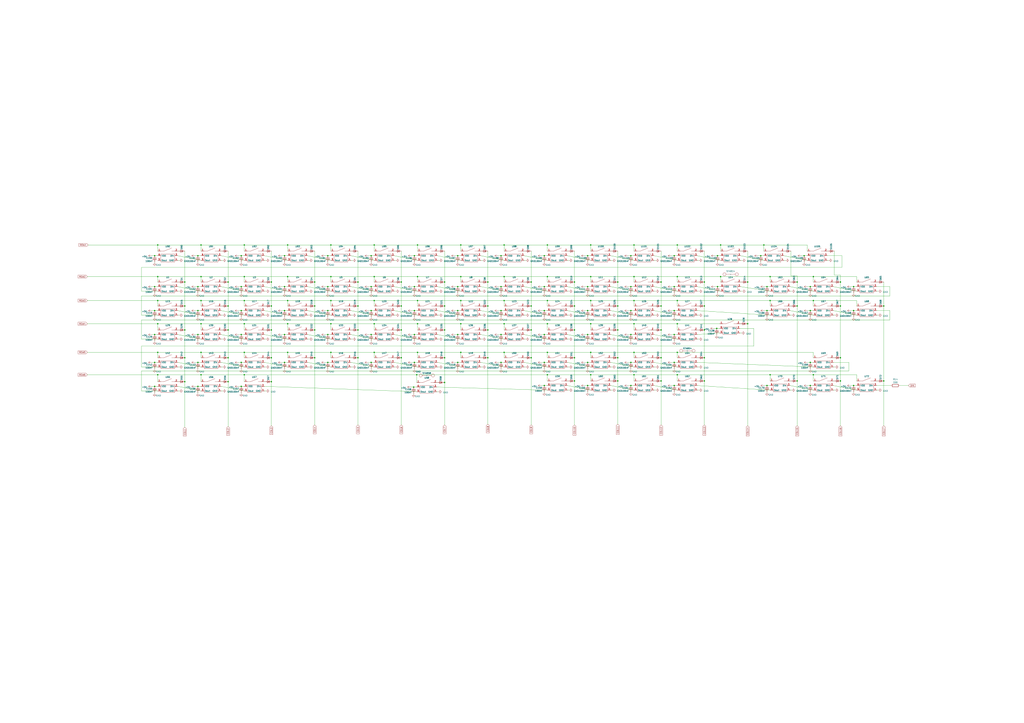
<source format=kicad_sch>
(kicad_sch (version 20231120) (generator "eeschema") (generator_version "8.0")
  (paper "A1")
  (title_block (title "The Typeuwu") (date "2025-01-14") (rev "1.0") (company "FG Labs"))
  (junction (at 690.245 313.055))
  (junction (at 340.36 255.27))
  (junction (at 165.1 227.33))
  (junction (at 198.12 235.585))
  (junction (at 294.005 231.775))
  (junction (at 127 317.5))
  (junction (at 294.005 294.005))
  (junction (at 329.565 294.005))
  (junction (at 520.7 227.33))
  (junction (at 187.325 271.145))
  (junction (at 485.14 266.065))
  (junction (at 627.38 201.295))
  (junction (at 307.34 266.065))
  (junction (at 400.685 271.145))
  (junction (at 449.58 201.295))
  (junction (at 375.92 210.185))
  (junction (at 365.125 251.46))
  (junction (at 725.805 251.46))
  (junction (at 665.48 297.815))
  (junction (at 471.805 251.46))
  (junction (at 198.12 317.5))
  (junction (at 365.125 314.325))
  (junction (at 304.8 235.585))
  (junction (at 690.245 231.775))
  (junction (at 258.445 251.46))
  (junction (at 375.92 297.815))
  (junction (at 127 274.955))
  (junction (at 162.56 235.585))
  (junction (at 542.925 251.46))
  (junction (at 414.02 227.33))
  (junction (at 411.48 274.955))
  (junction (at 269.24 210.185))
  (junction (at 339.725 318.135))
  (junction (at 365.125 271.145))
  (junction (at 165.1 266.065))
  (junction (at 482.6 274.955))
  (junction (at 236.22 201.295))
  (junction (at 151.765 231.775))
  (junction (at 556.26 307.975))
  (junction (at 507.365 251.46))
  (junction (at 304.8 255.27))
  (junction (at 165.1 247.015))
  (junction (at 271.78 247.015))
  (junction (at 556.26 227.33))
  (junction (at 725.805 313.055))
  (junction (at 449.58 227.33))
  (junction (at 162.56 297.815))
  (junction (at 482.6 235.585))
  (junction (at 414.02 289.56))
  (junction (at 668.02 247.015))
  (junction (at 127 235.585))
  (junction (at 378.46 227.33))
  (junction (at 553.72 210.185))
  (junction (at 271.78 266.065))
  (junction (at 365.125 231.775))
  (junction (at 187.325 231.775))
  (junction (at 233.68 235.585))
  (junction (at 589.28 210.185))
  (junction (at 668.02 227.33))
  (junction (at 447.04 210.185))
  (junction (at 632.46 307.975))
  (junction (at 342.9 247.015))
  (junction (at 520.7 307.975))
  (junction (at 151.765 313.69))
  (junction (at 482.6 210.185))
  (junction (at 556.26 289.56))
  (junction (at 342.265 307.975))
  (junction (at 200.66 289.56))
  (junction (at 665.48 235.585))
  (junction (at 151.765 251.46))
  (junction (at 690.245 294.005))
  (junction (at 665.48 316.865))
  (junction (at 701.04 316.865))
  (junction (at 471.805 231.775))
  (junction (at 447.04 255.27))
  (junction (at 304.8 210.185))
  (junction (at 222.885 294.005))
  (junction (at 378.46 266.065))
  (junction (at 578.485 271.145))
  (junction (at 578.485 313.055))
  (junction (at 614.045 266.065))
  (junction (at 518.16 297.815))
  (junction (at 165.1 307.975))
  (junction (at 236.22 227.33))
  (junction (at 378.46 289.56))
  (junction (at 542.925 294.005))
  (junction (at 507.365 294.005))
  (junction (at 222.885 231.775))
  (junction (at 449.58 307.975))
  (junction (at 269.24 297.815))
  (junction (at 411.48 235.585))
  (junction (at 411.48 297.815))
  (junction (at 654.685 231.775))
  (junction (at 258.445 271.145))
  (junction (at 127 210.185))
  (junction (at 414.02 247.015))
  (junction (at 222.885 313.69))
  (junction (at 294.005 251.46))
  (junction (at 187.325 251.46))
  (junction (at 269.24 235.585))
  (junction (at 340.36 297.815))
  (junction (at 665.48 255.27))
  (junction (at 701.04 235.585))
  (junction (at 198.12 255.27))
  (junction (at 449.58 247.015))
  (junction (at 162.56 274.955))
  (junction (at 449.58 266.065))
  (junction (at 556.26 247.015))
  (junction (at 436.245 251.46))
  (junction (at 294.005 271.145))
  (junction (at 485.14 307.975))
  (junction (at 400.685 294.005))
  (junction (at 436.245 271.145))
  (junction (at 187.325 313.69))
  (junction (at 304.8 297.815))
  (junction (at 447.04 316.865))
  (junction (at 542.925 313.055))
  (junction (at 624.84 210.185))
  (junction (at 162.56 210.185))
  (junction (at 200.66 307.975))
  (junction (at 553.72 316.865))
  (junction (at 269.24 255.27))
  (junction (at 129.54 247.015))
  (junction (at 485.14 201.295))
  (junction (at 233.68 255.27))
  (junction (at 329.565 271.145))
  (junction (at 414.02 201.295))
  (junction (at 129.54 266.065))
  (junction (at 471.805 294.005))
  (junction (at 271.78 201.295))
  (junction (at 269.24 274.955))
  (junction (at 375.92 255.27))
  (junction (at 411.48 255.27))
  (junction (at 129.54 201.295))
  (junction (at 485.14 247.015))
  (junction (at 233.68 274.955))
  (junction (at 236.22 289.56))
  (junction (at 340.36 274.955))
  (junction (at 507.365 271.145))
  (junction (at 578.485 251.46))
  (junction (at 375.92 274.955))
  (junction (at 591.82 227.33))
  (junction (at 701.04 255.27))
  (junction (at 553.72 274.955))
  (junction (at 518.16 274.955))
  (junction (at 485.14 289.56))
  (junction (at 307.34 247.015))
  (junction (at 233.68 210.185))
  (junction (at 129.54 227.33))
  (junction (at 342.9 266.065))
  (junction (at 258.445 231.775))
  (junction (at 127 255.27))
  (junction (at 378.46 247.015))
  (junction (at 200.66 247.015))
  (junction (at 632.46 247.015))
  (junction (at 340.36 210.185))
  (junction (at 520.7 266.065))
  (junction (at 588.645 269.875))
  (junction (at 507.365 313.055))
  (junction (at 414.02 266.065))
  (junction (at 151.765 294.005))
  (junction (at 307.34 201.295))
  (junction (at 436.245 231.775))
  (junction (at 553.72 255.27))
  (junction (at 307.34 289.56))
  (junction (at 471.805 313.055))
  (junction (at 485.14 227.33))
  (junction (at 654.685 313.055))
  (junction (at 271.78 227.33))
  (junction (at 629.92 235.585))
  (junction (at 187.325 294.005))
  (junction (at 222.885 251.46))
  (junction (at 518.16 210.185))
  (junction (at 258.445 294.005))
  (junction (at 162.56 317.5))
  (junction (at 520.7 289.56))
  (junction (at 129.54 289.56))
  (junction (at 162.56 255.27))
  (junction (at 198.12 297.815))
  (junction (at 400.685 251.46))
  (junction (at 553.72 235.585))
  (junction (at 271.78 289.56))
  (junction (at 236.22 266.065))
  (junction (at 233.68 297.815))
  (junction (at 307.34 227.33))
  (junction (at 668.02 307.975))
  (junction (at 400.685 231.775))
  (junction (at 165.1 289.56))
  (junction (at 591.82 201.295))
  (junction (at 200.66 266.065))
  (junction (at 411.48 210.185))
  (junction (at 329.565 231.775))
  (junction (at 222.885 271.145))
  (junction (at 507.365 231.775))
  (junction (at 447.04 297.815))
  (junction (at 629.92 316.865))
  (junction (at 200.66 227.33))
  (junction (at 236.22 247.015))
  (junction (at 660.4 210.185))
  (junction (at 520.7 201.295))
  (junction (at 482.6 316.865))
  (junction (at 471.805 271.145))
  (junction (at 629.92 255.27))
  (junction (at 436.245 294.005))
  (junction (at 198.12 274.955))
  (junction (at 589.28 235.585))
  (junction (at 165.1 201.295))
  (junction (at 518.16 316.865))
  (junction (at 520.7 247.015))
  (junction (at 556.26 201.295))
  (junction (at 198.12 210.185))
  (junction (at 151.765 271.145))
  (junction (at 127 297.815))
  (junction (at 542.925 271.145))
  (junction (at 690.245 251.46))
  (junction (at 447.04 274.955))
  (junction (at 482.6 255.27))
  (junction (at 578.485 231.775))
  (junction (at 200.66 201.295))
  (junction (at 129.54 307.975))
  (junction (at 340.36 235.585))
  (junction (at 342.9 227.33))
  (junction (at 342.9 289.56))
  (junction (at 375.92 235.585))
  (junction (at 365.125 294.005))
  (junction (at 654.685 251.46))
  (junction (at 556.26 266.065))
  (junction (at 447.04 235.585))
  (junction (at 632.46 227.33))
  (junction (at 482.6 297.815))
  (junction (at 553.72 297.815))
  (junction (at 614.045 231.775))
  (junction (at 542.925 231.775))
  (junction (at 578.485 294.005))
  (junction (at 342.9 201.295))
  (junction (at 518.16 235.585))
  (junction (at 449.58 289.56))
  (junction (at 518.16 255.27))
  (junction (at 304.8 274.955))
  (junction (at 329.565 251.46))
  (junction (at 378.46 201.295))
  (wire (pts (xy 436.245 294.005) (xy 436.245 349.25)))
  (wire (pts (xy 444.5 235.585) (xy 447.04 235.585)))
  (wire (pts (xy 629.92 255.27) (xy 632.46 255.27)))
  (wire (pts (xy 200.66 289.56) (xy 200.66 294.005)))
  (wire (pts (xy 609.6 239.395) (xy 608.33 239.395)))
  (wire (pts (xy 198.12 303.53) (xy 198.12 302.895)))
  (wire (pts (xy 414.02 247.015) (xy 449.58 247.015)))
  (wire (pts (xy 236.22 227.33) (xy 271.78 227.33)))
  (wire (pts (xy 400.685 251.46) (xy 400.685 271.145)))
  (wire (pts (xy 471.805 271.145) (xy 471.805 294.005)))
  (wire (pts (xy 665.48 316.865) (xy 668.02 316.865)))
  (wire (pts (xy 378.46 278.765) (xy 359.41 274.955)))
  (wire (pts (xy 556.26 301.625) (xy 537.21 297.815)))
  (wire (pts (xy 129.54 307.975) (xy 129.54 313.69)))
  (wire (pts (xy 146.685 206.375) (xy 146.05 206.375)))
  (wire (pts (xy 289.56 239.395) (xy 288.29 239.395)))
  (wire (pts (xy 266.7 255.27) (xy 269.24 255.27)))
  (wire (pts (xy 518.16 274.955) (xy 520.7 274.955)))
  (wire (pts (xy 375.92 303.53) (xy 375.92 302.895)))
  (wire (pts (xy 502.92 259.08) (xy 501.65 259.08)))
  (wire (pts (xy 271.78 289.56) (xy 271.78 294.005)))
  (wire (pts (xy 629.92 241.3) (xy 629.92 240.665)))
  (wire (pts (xy 233.68 303.53) (xy 233.68 302.895)))
  (wire (pts (xy 160.02 210.185) (xy 162.56 210.185)))
  (wire (pts (xy 236.22 247.015) (xy 271.78 247.015)))
  (wire (pts (xy 482.6 235.585) (xy 485.14 235.585)))
  (wire (pts (xy 269.24 260.985) (xy 269.24 260.35)))
  (wire (pts (xy 485.14 278.765) (xy 466.09 274.955)))
  (wire (pts (xy 414.02 227.33) (xy 449.58 227.33)))
  (wire (pts (xy 147.32 213.995) (xy 146.05 213.995)))
  (wire (pts (xy 538.48 301.625) (xy 537.21 301.625)))
  (wire (pts (xy 200.66 307.975) (xy 200.66 313.69)))
  (wire (pts (xy 146.685 231.775) (xy 146.05 231.775)))
  (wire (pts (xy 515.62 210.185) (xy 518.16 210.185)))
  (wire (pts (xy 187.325 271.145) (xy 187.325 294.005)))
  (wire (pts (xy 573.405 206.375) (xy 572.77 206.375)))
  (wire (pts (xy 378.46 201.295) (xy 378.46 206.375)))
  (wire (pts (xy 116.205 239.395) (xy 116.205 219.71)))
  (wire (pts (xy 165.1 213.995) (xy 146.05 210.185)))
  (wire (pts (xy 269.24 215.9) (xy 269.24 215.265)))
  (wire (pts (xy 556.26 307.975) (xy 556.26 313.055)))
  (wire (pts (xy 520.7 266.065) (xy 520.7 271.145)))
  (wire (pts (xy 720.725 313.055) (xy 720.09 313.055)))
  (wire (pts (xy 253.365 231.775) (xy 252.73 231.775)))
  (wire (pts (xy 649.605 251.46) (xy 648.97 251.46)))
  (wire (pts (xy 685.165 206.375) (xy 685.165 226.06)))
  (wire (pts (xy 378.46 266.065) (xy 342.9 266.065)))
  (wire (pts (xy 654.685 251.46) (xy 654.685 313.055)))
  (wire (pts (xy 288.925 294.005) (xy 288.29 294.005)))
  (wire (pts (xy 396.24 301.625) (xy 394.97 301.625)))
  (wire (pts (xy 574.04 320.675) (xy 572.77 320.675)))
  (wire (pts (xy 360.68 301.625) (xy 359.41 301.625)))
  (wire (pts (xy 400.685 271.145) (xy 400.685 294.005)))
  (wire (pts (xy 198.12 255.27) (xy 200.66 255.27)))
  (wire (pts (xy 222.885 206.375) (xy 222.885 231.775)))
  (wire (pts (xy 294.005 294.005) (xy 294.005 349.25)))
  (wire (pts (xy 231.14 235.585) (xy 233.68 235.585)))
  (wire (pts (xy 697.23 304.8) (xy 697.23 297.815)))
  (wire (pts (xy 414.02 278.765) (xy 394.97 274.955)))
  (wire (pts (xy 447.04 297.815) (xy 449.58 297.815)))
  (wire (pts (xy 195.58 210.185) (xy 198.12 210.185)))
  (wire (pts (xy 324.485 206.375) (xy 323.85 206.375)))
  (wire (pts (xy 258.445 206.375) (xy 258.445 231.775)))
  (wire (pts (xy 231.14 255.27) (xy 233.68 255.27)))
  (wire (pts (xy 649.605 226.695) (xy 654.685 226.695)))
  (wire (pts (xy 436.245 231.775) (xy 436.245 251.46)))
  (wire (pts (xy 271.78 266.065) (xy 236.22 266.065)))
  (wire (pts (xy 480.06 255.27) (xy 482.6 255.27)))
  (wire (pts (xy 466.725 251.46) (xy 466.09 251.46)))
  (wire (pts (xy 518.16 241.3) (xy 518.16 240.665)))
  (wire (pts (xy 359.41 314.325) (xy 358.775 314.325)))
  (wire (pts (xy 304.8 241.3) (xy 304.8 240.665)))
  (wire (pts (xy 449.58 247.015) (xy 485.14 247.015)))
  (wire (pts (xy 573.405 313.055) (xy 572.77 313.055)))
  (wire (pts (xy 340.36 255.27) (xy 342.9 255.27)))
  (wire (pts (xy 431.8 259.08) (xy 430.53 259.08)))
  (wire (pts (xy 147.32 321.31) (xy 146.05 321.31)))
  (wire (pts (xy 624.84 210.185) (xy 627.38 210.185)))
  (wire (pts (xy 556.26 289.56) (xy 668.02 289.56)))
  (wire (pts (xy 233.68 260.985) (xy 233.68 260.35)))
  (wire (pts (xy 411.48 274.955) (xy 414.02 274.955)))
  (wire (pts (xy 342.9 201.295) (xy 342.9 206.375)))
  (wire (pts (xy 342.9 227.33) (xy 378.46 227.33)))
  (wire (pts (xy 520.7 307.975) (xy 520.7 313.055)))
  (wire (pts (xy 436.245 206.375) (xy 436.245 231.775)))
  (wire (pts (xy 302.26 255.27) (xy 304.8 255.27)))
  (wire (pts (xy 449.58 247.015) (xy 449.58 251.46)))
  (wire (pts (xy 151.765 231.775) (xy 151.765 251.46)))
  (wire (pts (xy 690.245 226.06) (xy 690.245 231.775)))
  (wire (pts (xy 482.6 322.58) (xy 482.6 321.945)))
  (wire (pts (xy 578.485 251.46) (xy 578.485 271.145)))
  (wire (pts (xy 466.725 206.375) (xy 466.09 206.375)))
  (wire (pts (xy 127 210.185) (xy 129.54 210.185)))
  (wire (pts (xy 588.645 275.59) (xy 588.645 274.955)))
  (wire (pts (xy 342.9 301.625) (xy 323.85 297.815)))
  (wire (pts (xy 360.045 231.775) (xy 359.41 231.775)))
  (wire (pts (xy 198.12 323.215) (xy 198.12 322.58)))
  (wire (pts (xy 258.445 251.46) (xy 258.445 271.145)))
  (wire (pts (xy 614.045 206.375) (xy 614.045 231.775)))
  (wire (pts (xy 668.02 239.395) (xy 648.97 235.585)))
  (wire (pts (xy 165.1 289.56) (xy 200.66 289.56)))
  (wire (pts (xy 233.68 280.67) (xy 233.68 280.035)))
  (wire (pts (xy 396.24 213.995) (xy 394.97 213.995)))
  (wire (pts (xy 542.925 251.46) (xy 542.925 271.145)))
  (wire (pts (xy 520.7 266.065) (xy 485.14 266.065)))
  (wire (pts (xy 236.22 278.765) (xy 217.17 274.955)))
  (wire (pts (xy 573.405 231.775) (xy 572.77 231.775)))
  (wire (pts (xy 342.9 227.33) (xy 342.9 231.775)))
  (wire (pts (xy 342.265 321.945) (xy 217.17 317.5)))
  (wire (pts (xy 690.245 294.005) (xy 690.245 313.055)))
  (wire (pts (xy 116.205 219.71) (xy 691.515 219.71)))
  (wire (pts (xy 129.54 301.625) (xy 116.205 301.625)))
  (wire (pts (xy 200.66 239.395) (xy 181.61 235.585)))
  (wire (pts (xy 665.48 235.585) (xy 668.02 235.585)))
  (wire (pts (xy 222.885 251.46) (xy 222.885 271.145)))
  (wire (pts (xy 414.02 289.56) (xy 414.02 294.005)))
  (wire (pts (xy 116.205 262.89) (xy 730.885 262.89)))
  (wire (pts (xy 668.02 247.015) (xy 703.58 247.015)))
  (wire (pts (xy 195.58 274.955) (xy 198.12 274.955)))
  (wire (pts (xy 71.755 307.975) (xy 129.54 307.975)))
  (wire (pts (xy 200.66 247.015) (xy 200.66 251.46)))
  (wire (pts (xy 632.46 247.015) (xy 668.02 247.015)))
  (wire (pts (xy 165.1 278.765) (xy 146.05 274.955)))
  (wire (pts (xy 431.165 294.005) (xy 430.53 294.005)))
  (wire (pts (xy 342.9 247.015) (xy 378.46 247.015)))
  (wire (pts (xy 200.66 213.995) (xy 181.61 210.185)))
  (wire (pts (xy 619.125 284.48) (xy 619.125 269.875)))
  (wire (pts (xy 325.12 213.995) (xy 323.85 213.995)))
  (wire (pts (xy 187.325 313.69) (xy 187.325 350.52)))
  (wire (pts (xy 632.46 307.975) (xy 632.46 313.055)))
  (wire (pts (xy 553.72 210.185) (xy 556.26 210.185)))
  (wire (pts (xy 665.48 255.27) (xy 668.02 255.27)))
  (wire (pts (xy 507.365 251.46) (xy 507.365 271.145)))
  (wire (pts (xy 431.165 251.46) (xy 430.53 251.46)))
  (wire (pts (xy 574.04 213.995) (xy 572.77 213.995)))
  (wire (pts (xy 302.26 235.585) (xy 304.8 235.585)))
  (wire (pts (xy 414.02 259.08) (xy 394.97 255.27)))
  (wire (pts (xy 447.04 274.955) (xy 449.58 274.955)))
  (wire (pts (xy 485.14 201.295) (xy 485.14 206.375)))
  (wire (pts (xy 467.36 301.625) (xy 466.09 301.625)))
  (wire (pts (xy 324.485 231.775) (xy 323.85 231.775)))
  (wire (pts (xy 269.24 303.53) (xy 269.24 302.895)))
  (wire (pts (xy 302.26 210.185) (xy 304.8 210.185)))
  (wire (pts (xy 160.02 297.815) (xy 162.56 297.815)))
  (wire (pts (xy 668.02 294.005) (xy 668.02 289.56)))
  (wire (pts (xy 146.685 251.46) (xy 146.05 251.46)))
  (wire (pts (xy 685.8 320.675) (xy 684.53 320.675)))
  (wire (pts (xy 520.7 201.295) (xy 556.26 201.295)))
  (wire (pts (xy 578.485 313.055) (xy 578.485 349.25)))
  (wire (pts (xy 342.9 259.08) (xy 323.85 255.27)))
  (wire (pts (xy 271.78 206.375) (xy 271.78 201.295)))
  (wire (pts (xy 378.46 259.08) (xy 359.41 255.27)))
  (wire (pts (xy 447.04 280.67) (xy 447.04 280.035)))
  (wire (pts (xy 730.885 255.27) (xy 720.09 255.27)))
  (wire (pts (xy 650.24 320.675) (xy 648.97 320.675)))
  (wire (pts (xy 365.125 206.375) (xy 365.125 231.775)))
  (wire (pts (xy 414.02 301.625) (xy 394.97 297.815)))
  (wire (pts (xy 553.72 215.9) (xy 553.72 215.265)))
  (wire (pts (xy 271.78 301.625) (xy 252.73 297.815)))
  (wire (pts (xy 198.12 215.9) (xy 198.12 215.265)))
  (wire (pts (xy 471.805 313.055) (xy 471.805 349.25)))
  (wire (pts (xy 375.92 297.815) (xy 378.46 297.815)))
  (wire (pts (xy 507.365 231.775) (xy 507.365 251.46)))
  (wire (pts (xy 551.18 316.865) (xy 553.72 316.865)))
  (wire (pts (xy 627.38 201.295) (xy 662.94 201.295)))
  (wire (pts (xy 685.165 231.775) (xy 684.53 231.775)))
  (wire (pts (xy 485.14 301.625) (xy 466.09 297.815)))
  (wire (pts (xy 574.04 278.765) (xy 572.77 278.765)))
  (wire (pts (xy 340.36 260.985) (xy 340.36 260.35)))
  (wire (pts (xy 236.22 201.295) (xy 236.22 206.375)))
  (wire (pts (xy 71.755 227.33) (xy 129.54 227.33)))
  (wire (pts (xy 725.805 251.46) (xy 725.805 313.055)))
  (wire (pts (xy 657.86 210.185) (xy 660.4 210.185)))
  (wire (pts (xy 162.56 303.53) (xy 162.56 302.895)))
  (wire (pts (xy 660.4 210.185) (xy 662.94 210.185)))
  (wire (pts (xy 627.38 316.865) (xy 629.92 316.865)))
  (wire (pts (xy 218.44 321.31) (xy 217.17 321.31)))
  (wire (pts (xy 182.88 239.395) (xy 181.61 239.395)))
  (wire (pts (xy 411.48 260.985) (xy 411.48 260.35)))
  (wire (pts (xy 396.24 259.08) (xy 394.97 259.08)))
  (wire (pts (xy 304.8 255.27) (xy 307.34 255.27)))
  (wire (pts (xy 342.9 239.395) (xy 323.85 235.585)))
  (wire (pts (xy 342.9 266.065) (xy 307.34 266.065)))
  (wire (pts (xy 375.92 215.9) (xy 375.92 215.265)))
  (wire (pts (xy 538.48 278.765) (xy 537.21 278.765)))
  (wire (pts (xy 339.725 318.135) (xy 342.265 318.135)))
  (wire (pts (xy 690.245 251.46) (xy 690.245 294.005)))
  (wire (pts (xy 589.28 235.585) (xy 591.82 235.585)))
  (wire (pts (xy 373.38 210.185) (xy 375.92 210.185)))
  (wire (pts (xy 573.405 294.005) (xy 572.77 294.005)))
  (wire (pts (xy 218.44 278.765) (xy 217.17 278.765)))
  (wire (pts (xy 680.72 213.995) (xy 679.45 213.995)))
  (wire (pts (xy 129.54 278.765) (xy 116.205 278.765)))
  (wire (pts (xy 271.78 259.08) (xy 252.73 255.27)))
  (wire (pts (xy 269.24 297.815) (xy 271.78 297.815)))
  (wire (pts (xy 200.66 247.015) (xy 236.22 247.015)))
  (wire (pts (xy 537.845 231.775) (xy 537.21 231.775)))
  (wire (pts (xy 360.045 294.005) (xy 359.41 294.005)))
  (wire (pts (xy 449.58 239.395) (xy 430.53 235.585)))
  (wire (pts (xy 162.56 235.585) (xy 165.1 235.585)))
  (wire (pts (xy 233.68 255.27) (xy 236.22 255.27)))
  (wire (pts (xy 444.5 255.27) (xy 447.04 255.27)))
  (wire (pts (xy 690.245 231.775) (xy 690.245 251.46)))
  (wire (pts (xy 591.82 201.295) (xy 627.38 201.295)))
  (wire (pts (xy 236.22 301.625) (xy 217.17 297.815)))
  (wire (pts (xy 340.36 215.9) (xy 340.36 215.265)))
  (wire (pts (xy 342.9 278.765) (xy 323.85 274.955)))
  (wire (pts (xy 151.765 206.375) (xy 151.765 231.775)))
  (wire (pts (xy 337.185 318.135) (xy 339.725 318.135)))
  (wire (pts (xy 165.1 266.065) (xy 165.1 271.145)))
  (wire (pts (xy 200.66 227.33) (xy 236.22 227.33)))
  (wire (pts (xy 643.89 210.185) (xy 662.94 213.995)))
  (wire (pts (xy 553.72 322.58) (xy 553.72 321.945)))
  (wire (pts (xy 127 255.27) (xy 129.54 255.27)))
  (wire (pts (xy 236.22 266.065) (xy 236.22 271.145)))
  (wire (pts (xy 482.6 260.985) (xy 482.6 260.35)))
  (wire (pts (xy 515.62 235.585) (xy 518.16 235.585)))
  (wire (pts (xy 444.5 274.955) (xy 447.04 274.955)))
  (wire (pts (xy 703.58 231.775) (xy 703.58 227.33)))
  (wire (pts (xy 269.24 255.27) (xy 271.78 255.27)))
  (wire (pts (xy 573.405 251.46) (xy 572.77 251.46)))
  (wire (pts (xy 746.125 316.865) (xy 739.14 316.865)))
  (wire (pts (xy 542.925 294.005) (xy 542.925 313.055)))
  (wire (pts (xy 480.06 274.955) (xy 482.6 274.955)))
  (wire (pts (xy 520.7 278.765) (xy 501.65 274.955)))
  (wire (pts (xy 556.26 213.995) (xy 537.21 210.185)))
  (wire (pts (xy 685.8 259.08) (xy 684.53 259.08)))
  (wire (pts (xy 572.77 274.955) (xy 591.185 273.685)))
  (wire (pts (xy 71.755 247.015) (xy 129.54 247.015)))
  (wire (pts (xy 408.94 210.185) (xy 411.48 210.185)))
  (wire (pts (xy 414.02 289.56) (xy 449.58 289.56)))
  (wire (pts (xy 127 297.815) (xy 129.54 297.815)))
  (wire (pts (xy 324.485 271.145) (xy 323.85 271.145)))
  (wire (pts (xy 614.045 266.065) (xy 614.045 349.885)))
  (wire (pts (xy 629.92 322.58) (xy 629.92 321.945)))
  (wire (pts (xy 218.44 301.625) (xy 217.17 301.625)))
  (wire (pts (xy 200.66 201.295) (xy 200.66 206.375)))
  (wire (pts (xy 375.92 255.27) (xy 378.46 255.27)))
  (wire (pts (xy 266.7 210.185) (xy 269.24 210.185)))
  (wire (pts (xy 586.105 269.875) (xy 588.645 269.875)))
  (wire (pts (xy 574.04 239.395) (xy 572.77 239.395)))
  (wire (pts (xy 725.805 231.775) (xy 725.805 251.46)))
  (wire (pts (xy 342.9 201.295) (xy 378.46 201.295)))
  (wire (pts (xy 127 241.3) (xy 127 240.665)))
  (wire (pts (xy 129.54 227.33) (xy 129.54 231.775)))
  (wire (pts (xy 480.06 235.585) (xy 482.6 235.585)))
  (wire (pts (xy 685.8 239.395) (xy 684.53 239.395)))
  (wire (pts (xy 449.58 201.295) (xy 485.14 201.295)))
  (wire (pts (xy 269.24 235.585) (xy 271.78 235.585)))
  (wire (pts (xy 691.515 219.71) (xy 691.515 210.185)))
  (wire (pts (xy 520.7 259.08) (xy 501.65 255.27)))
  (wire (pts (xy 304.8 274.955) (xy 307.34 274.955)))
  (wire (pts (xy 632.46 227.33) (xy 668.02 227.33)))
  (wire (pts (xy 485.14 201.295) (xy 520.7 201.295)))
  (wire (pts (xy 288.925 251.46) (xy 288.29 251.46)))
  (wire (pts (xy 266.7 235.585) (xy 269.24 235.585)))
  (wire (pts (xy 217.805 206.375) (xy 217.17 206.375)))
  (wire (pts (xy 449.58 307.975) (xy 485.14 307.975)))
  (wire (pts (xy 162.56 317.5) (xy 165.1 317.5)))
  (wire (pts (xy 467.36 320.675) (xy 466.09 320.675)))
  (wire (pts (xy 307.34 247.015) (xy 307.34 251.46)))
  (wire (pts (xy 619.125 269.875) (xy 607.695 269.875)))
  (wire (pts (xy 485.14 247.015) (xy 520.7 247.015)))
  (wire (pts (xy 365.125 251.46) (xy 365.125 271.145)))
  (wire (pts (xy 124.46 210.185) (xy 127 210.185)))
  (wire (pts (xy 589.28 215.9) (xy 589.28 215.265)))
  (wire (pts (xy 485.14 289.56) (xy 520.7 289.56)))
  (wire (pts (xy 129.54 259.08) (xy 116.205 259.08)))
  (wire (pts (xy 556.26 320.675) (xy 537.21 316.865)))
  (wire (pts (xy 518.16 255.27) (xy 520.7 255.27)))
  (wire (pts (xy 485.14 266.065) (xy 449.58 266.065)))
  (wire (pts (xy 436.245 271.145) (xy 436.245 294.005)))
  (wire (pts (xy 518.16 260.985) (xy 518.16 260.35)))
  (wire (pts (xy 252.73 274.955) (xy 271.78 278.765)))
  (wire (pts (xy 200.66 201.295) (xy 236.22 201.295)))
  (wire (pts (xy 578.485 294.005) (xy 578.485 313.055)))
  (wire (pts (xy 360.045 321.945) (xy 358.775 321.945)))
  (wire (pts (xy 485.14 266.065) (xy 485.14 271.145)))
  (wire (pts (xy 200.66 266.065) (xy 200.66 271.145)))
  (wire (pts (xy 182.245 251.46) (xy 181.61 251.46)))
  (wire (pts (xy 307.34 301.625) (xy 288.29 297.815)))
  (wire (pts (xy 553.72 274.955) (xy 556.26 274.955)))
  (wire (pts (xy 537.845 313.055) (xy 537.21 313.055)))
  (wire (pts (xy 556.26 307.975) (xy 632.46 307.975)))
  (wire (pts (xy 373.38 235.585) (xy 375.92 235.585)))
  (wire (pts (xy 162.56 255.27) (xy 165.1 255.27)))
  (wire (pts (xy 378.46 247.015) (xy 378.46 251.46)))
  (wire (pts (xy 538.48 213.995) (xy 537.21 213.995)))
  (wire (pts (xy 258.445 231.775) (xy 258.445 251.46)))
  (wire (pts (xy 608.33 266.065) (xy 607.695 266.065)))
  (wire (pts (xy 129.54 289.56) (xy 165.1 289.56)))
  (wire (pts (xy 116.205 259.08) (xy 116.205 243.205)))
  (wire (pts (xy 200.66 266.065) (xy 165.1 266.065)))
  (wire (pts (xy 556.26 201.295) (xy 591.82 201.295)))
  (wire (pts (xy 147.32 278.765) (xy 146.05 278.765)))
  (wire (pts (xy 556.26 289.56) (xy 556.26 294.005)))
  (wire (pts (xy 551.18 235.585) (xy 553.72 235.585)))
  (wire (pts (xy 502.285 294.005) (xy 501.65 294.005)))
  (wire (pts (xy 124.46 297.815) (xy 127 297.815)))
  (wire (pts (xy 444.5 316.865) (xy 447.04 316.865)))
  (wire (pts (xy 408.94 235.585) (xy 411.48 235.585)))
  (wire (pts (xy 556.26 278.765) (xy 537.21 274.955)))
  (wire (pts (xy 556.26 201.295) (xy 556.26 206.375)))
  (wire (pts (xy 396.24 278.765) (xy 394.97 278.765)))
  (wire (pts (xy 217.805 294.005) (xy 217.17 294.005)))
  (wire (pts (xy 627.38 201.295) (xy 627.38 206.375)))
  (wire (pts (xy 218.44 239.395) (xy 217.17 239.395)))
  (wire (pts (xy 127 235.585) (xy 129.54 235.585)))
  (wire (pts (xy 449.58 320.675) (xy 358.775 318.135)))
  (wire (pts (xy 553.72 260.985) (xy 553.72 260.35)))
  (wire (pts (xy 378.46 301.625) (xy 359.41 297.815)))
  (wire (pts (xy 721.36 320.675) (xy 720.09 320.675)))
  (wire (pts (xy 467.36 239.395) (xy 466.09 239.395)))
  (wire (pts (xy 254 213.995) (xy 252.73 213.995)))
  (wire (pts (xy 589.28 210.185) (xy 591.82 210.185)))
  (wire (pts (xy 340.36 241.3) (xy 340.36 240.665)))
  (wire (pts (xy 182.88 278.765) (xy 181.61 278.765)))
  (wire (pts (xy 467.36 213.995) (xy 466.09 213.995)))
  (wire (pts (xy 236.22 289.56) (xy 271.78 289.56)))
  (wire (pts (xy 307.34 289.56) (xy 342.9 289.56)))
  (wire (pts (xy 182.245 313.69) (xy 181.61 313.69)))
  (wire (pts (xy 518.16 322.58) (xy 518.16 321.945)))
  (wire (pts (xy 329.565 271.145) (xy 329.565 294.005)))
  (wire (pts (xy 375.92 241.3) (xy 375.92 240.665)))
  (wire (pts (xy 288.925 271.145) (xy 288.29 271.145)))
  (wire (pts (xy 703.58 259.08) (xy 684.53 255.27)))
  (wire (pts (xy 485.14 239.395) (xy 466.09 235.585)))
  (wire (pts (xy 198.12 317.5) (xy 200.66 317.5)))
  (wire (pts (xy 650.24 239.395) (xy 648.97 239.395)))
  (wire (pts (xy 129.54 227.33) (xy 165.1 227.33)))
  (wire (pts (xy 665.48 303.53) (xy 665.48 302.895)))
  (wire (pts (xy 685.8 301.625) (xy 684.53 301.625)))
  (wire (pts (xy 116.205 321.31) (xy 116.205 304.8)))
  (wire (pts (xy 449.58 307.975) (xy 449.58 313.055)))
  (wire (pts (xy 162.56 274.955) (xy 165.1 274.955)))
  (wire (pts (xy 124.46 274.955) (xy 127 274.955)))
  (wire (pts (xy 200.66 301.625) (xy 181.61 297.815)))
  (wire (pts (xy 254 239.395) (xy 252.73 239.395)))
  (wire (pts (xy 662.94 206.375) (xy 662.94 201.295)))
  (wire (pts (xy 644.525 206.375) (xy 643.89 206.375)))
  (wire (pts (xy 258.445 294.005) (xy 258.445 349.25)))
  (wire (pts (xy 485.14 307.975) (xy 485.14 313.055)))
  (wire (pts (xy 649.605 313.055) (xy 648.97 313.055)))
  (wire (pts (xy 395.605 206.375) (xy 394.97 206.375)))
  (wire (pts (xy 665.48 297.815) (xy 668.02 297.815)))
  (wire (pts (xy 482.6 241.3) (xy 482.6 240.665)))
  (wire (pts (xy 304.8 215.9) (xy 304.8 215.265)))
  (wire (pts (xy 195.58 297.815) (xy 198.12 297.815)))
  (wire (pts (xy 574.04 301.625) (xy 572.77 301.625)))
  (wire (pts (xy 466.725 271.145) (xy 466.09 271.145)))
  (wire (pts (xy 233.68 235.585) (xy 236.22 235.585)))
  (wire (pts (xy 365.125 294.005) (xy 365.125 314.325)))
  (wire (pts (xy 431.8 213.995) (xy 430.53 213.995)))
  (wire (pts (xy 538.48 239.395) (xy 537.21 239.395)))
  (wire (pts (xy 342.9 213.995) (xy 323.85 210.185)))
  (wire (pts (xy 151.765 294.005) (xy 151.765 313.69)))
  (wire (pts (xy 629.92 260.985) (xy 629.92 260.35)))
  (wire (pts (xy 269.24 210.185) (xy 271.78 210.185)))
  (wire (pts (xy 685.165 313.055) (xy 684.53 313.055)))
  (wire (pts (xy 466.725 231.775) (xy 466.09 231.775)))
  (wire (pts (xy 632.46 227.33) (xy 632.46 231.775)))
  (wire (pts (xy 701.04 260.985) (xy 701.04 260.35)))
  (wire (pts (xy 668.02 227.33) (xy 668.02 231.775)))
  (wire (pts (xy 449.58 301.625) (xy 430.53 297.815)))
  (wire (pts (xy 129.54 201.295) (xy 165.1 201.295)))
  (wire (pts (xy 165.1 289.56) (xy 165.1 294.005)))
  (wire (pts (xy 165.1 247.015) (xy 165.1 251.46)))
  (wire (pts (xy 373.38 297.815) (xy 375.92 297.815)))
  (wire (pts (xy 360.68 213.995) (xy 359.41 213.995)))
  (wire (pts (xy 556.26 239.395) (xy 537.21 235.585)))
  (wire (pts (xy 553.72 235.585) (xy 556.26 235.585)))
  (wire (pts (xy 373.38 255.27) (xy 375.92 255.27)))
  (wire (pts (xy 649.605 206.375) (xy 649.605 226.695)))
  (wire (pts (xy 236.22 289.56) (xy 236.22 294.005)))
  (wire (pts (xy 482.6 303.53) (xy 482.6 302.895)))
  (wire (pts (xy 467.36 259.08) (xy 466.09 259.08)))
  (wire (pts (xy 162.56 215.9) (xy 162.56 215.265)))
  (wire (pts (xy 685.165 294.005) (xy 684.53 294.005)))
  (wire (pts (xy 431.8 278.765) (xy 430.53 278.765)))
  (wire (pts (xy 668.02 227.33) (xy 703.58 227.33)))
  (wire (pts (xy 302.26 297.815) (xy 304.8 297.815)))
  (wire (pts (xy 411.48 255.27) (xy 414.02 255.27)))
  (wire (pts (xy 447.04 316.865) (xy 449.58 316.865)))
  (wire (pts (xy 408.94 297.815) (xy 411.48 297.815)))
  (wire (pts (xy 71.755 289.56) (xy 129.54 289.56)))
  (wire (pts (xy 431.8 239.395) (xy 430.53 239.395)))
  (wire (pts (xy 162.56 210.185) (xy 165.1 210.185)))
  (wire (pts (xy 187.325 231.775) (xy 187.325 251.46)))
  (wire (pts (xy 414.02 213.995) (xy 394.97 210.185)))
  (wire (pts (xy 482.6 215.9) (xy 482.6 215.265)))
  (wire (pts (xy 502.285 206.375) (xy 501.65 206.375)))
  (wire (pts (xy 129.54 266.065) (xy 129.54 271.145)))
  (wire (pts (xy 414.02 247.015) (xy 414.02 251.46)))
  (wire (pts (xy 271.78 239.395) (xy 252.73 235.585)))
  (wire (pts (xy 160.02 317.5) (xy 162.56 317.5)))
  (wire (pts (xy 337.82 274.955) (xy 340.36 274.955)))
  (wire (pts (xy 129.54 247.015) (xy 129.54 251.46)))
  (wire (pts (xy 254 259.08) (xy 252.73 259.08)))
  (wire (pts (xy 151.765 271.145) (xy 151.765 294.005)))
  (wire (pts (xy 288.925 206.375) (xy 288.29 206.375)))
  (wire (pts (xy 187.325 294.005) (xy 187.325 313.69)))
  (wire (pts (xy 703.58 313.055) (xy 703.58 307.975)))
  (wire (pts (xy 365.125 271.145) (xy 365.125 294.005)))
  (wire (pts (xy 198.12 297.815) (xy 200.66 297.815)))
  (wire (pts (xy 553.72 316.865) (xy 556.26 316.865)))
  (wire (pts (xy 556.26 247.015) (xy 632.46 247.015)))
  (wire (pts (xy 165.1 301.625) (xy 146.05 297.815)))
  (wire (pts (xy 395.605 271.145) (xy 394.97 271.145)))
  (wire (pts (xy 654.685 226.695) (xy 654.685 231.775)))
  (wire (pts (xy 551.18 210.185) (xy 553.72 210.185)))
  (wire (pts (xy 165.1 201.295) (xy 165.1 206.375)))
  (wire (pts (xy 574.04 259.08) (xy 572.77 259.08)))
  (wire (pts (xy 198.12 274.955) (xy 200.66 274.955)))
  (wire (pts (xy 520.7 301.625) (xy 501.65 297.815)))
  (wire (pts (xy 218.44 259.08) (xy 217.17 259.08)))
  (wire (pts (xy 236.22 266.065) (xy 200.66 266.065)))
  (wire (pts (xy 627.38 235.585) (xy 629.92 235.585)))
  (wire (pts (xy 271.78 266.065) (xy 271.78 271.145)))
  (wire (pts (xy 340.36 210.185) (xy 342.9 210.185)))
  (wire (pts (xy 182.245 294.005) (xy 181.61 294.005)))
  (wire (pts (xy 127 317.5) (xy 129.54 317.5)))
  (wire (pts (xy 482.6 274.955) (xy 485.14 274.955)))
  (wire (pts (xy 586.74 235.585) (xy 589.28 235.585)))
  (wire (pts (xy 449.58 227.33) (xy 485.14 227.33)))
  (wire (pts (xy 124.46 235.585) (xy 127 235.585)))
  (wire (pts (xy 414.02 266.065) (xy 378.46 266.065)))
  (wire (pts (xy 482.6 316.865) (xy 485.14 316.865)))
  (wire (pts (xy 485.14 259.08) (xy 466.09 255.27)))
  (wire (pts (xy 502.285 251.46) (xy 501.65 251.46)))
  (wire (pts (xy 447.04 241.3) (xy 447.04 240.665)))
  (wire (pts (xy 129.54 289.56) (xy 129.54 294.005)))
  (wire (pts (xy 502.92 278.765) (xy 501.65 278.765)))
  (wire (pts (xy 608.965 206.375) (xy 608.33 206.375)))
  (wire (pts (xy 589.28 241.3) (xy 589.28 240.665)))
  (wire (pts (xy 515.62 316.865) (xy 518.16 316.865)))
  (wire (pts (xy 165.1 227.33) (xy 200.66 227.33)))
  (wire (pts (xy 553.72 280.67) (xy 553.72 280.035)))
  (wire (pts (xy 304.8 297.815) (xy 307.34 297.815)))
  (wire (pts (xy 236.22 247.015) (xy 236.22 251.46)))
  (wire (pts (xy 129.54 201.295) (xy 129.54 206.375)))
  (wire (pts (xy 198.12 280.67) (xy 198.12 280.035)))
  (wire (pts (xy 515.62 255.27) (xy 518.16 255.27)))
  (wire (pts (xy 340.36 274.955) (xy 342.9 274.955)))
  (wire (pts (xy 466.725 313.055) (xy 466.09 313.055)))
  (wire (pts (xy 378.46 227.33) (xy 378.46 231.775)))
  (wire (pts (xy 507.365 294.005) (xy 507.365 313.055)))
  (wire (pts (xy 411.48 303.53) (xy 411.48 302.895)))
  (wire (pts (xy 195.58 317.5) (xy 198.12 317.5)))
  (wire (pts (xy 165.1 247.015) (xy 200.66 247.015)))
  (wire (pts (xy 449.58 213.995) (xy 430.53 210.185)))
  (wire (pts (xy 471.805 251.46) (xy 471.805 271.145)))
  (wire (pts (xy 307.34 266.065) (xy 271.78 266.065)))
  (wire (pts (xy 294.005 206.375) (xy 294.005 231.775)))
  (wire (pts (xy 660.4 215.9) (xy 660.4 215.265)))
  (wire (pts (xy 502.285 231.775) (xy 501.65 231.775)))
  (wire (pts (xy 182.245 271.145) (xy 181.61 271.145)))
  (wire (pts (xy 329.565 251.46) (xy 329.565 271.145)))
  (wire (pts (xy 182.245 206.375) (xy 181.61 206.375)))
  (wire (pts (xy 342.265 307.975) (xy 342.265 314.325)))
  (wire (pts (xy 222.885 294.005) (xy 222.885 313.69)))
  (wire (pts (xy 698.5 255.27) (xy 701.04 255.27)))
  (wire (pts (xy 307.34 201.295) (xy 307.34 206.375)))
  (wire (pts (xy 408.94 255.27) (xy 411.48 255.27)))
  (wire (pts (xy 447.04 210.185) (xy 449.58 210.185)))
  (wire (pts (xy 609.6 213.995) (xy 608.33 213.995)))
  (wire (pts (xy 182.88 213.995) (xy 181.61 213.995)))
  (wire (pts (xy 701.04 241.3) (xy 701.04 240.665)))
  (wire (pts (xy 400.685 231.775) (xy 400.685 251.46)))
  (wire (pts (xy 129.54 321.31) (xy 116.205 321.31)))
  (wire (pts (xy 160.02 255.27) (xy 162.56 255.27)))
  (wire (pts (xy 701.04 322.58) (xy 701.04 321.945)))
  (wire (pts (xy 698.5 316.865) (xy 701.04 316.865)))
  (wire (pts (xy 200.66 259.08) (xy 181.61 255.27)))
  (wire (pts (xy 271.78 289.56) (xy 307.34 289.56)))
  (wire (pts (xy 414.02 201.295) (xy 449.58 201.295)))
  (wire (pts (xy 269.24 274.955) (xy 271.78 274.955)))
  (wire (pts (xy 632.46 239.395) (xy 608.33 235.585)))
  (wire (pts (xy 288.925 231.775) (xy 288.29 231.775)))
  (wire (pts (xy 518.16 235.585) (xy 520.7 235.585)))
  (wire (pts (xy 233.68 210.185) (xy 236.22 210.185)))
  (wire (pts (xy 127 323.215) (xy 127 322.58)))
  (wire (pts (xy 449.58 266.065) (xy 449.58 271.145)))
  (wire (pts (xy 482.6 297.815) (xy 485.14 297.815)))
  (wire (pts (xy 127 215.9) (xy 127 215.265)))
  (wire (pts (xy 160.02 274.955) (xy 162.56 274.955)))
  (wire (pts (xy 668.02 307.975) (xy 668.02 313.055)))
  (wire (pts (xy 520.7 227.33) (xy 520.7 231.775)))
  (wire (pts (xy 360.045 251.46) (xy 359.41 251.46)))
  (wire (pts (xy 342.9 289.56) (xy 378.46 289.56)))
  (wire (pts (xy 482.6 255.27) (xy 485.14 255.27)))
  (wire (pts (xy 217.805 313.69) (xy 217.17 313.69)))
  (wire (pts (xy 165.1 227.33) (xy 165.1 231.775)))
  (wire (pts (xy 378.46 227.33) (xy 414.02 227.33)))
  (wire (pts (xy 518.16 210.185) (xy 520.7 210.185)))
  (wire (pts (xy 340.36 303.53) (xy 340.36 302.895)))
  (wire (pts (xy 236.22 201.295) (xy 271.78 201.295)))
  (wire (pts (xy 307.34 289.56) (xy 307.34 294.005)))
  (wire (pts (xy 129.54 239.395) (xy 116.205 239.395)))
  (wire (pts (xy 449.58 227.33) (xy 449.58 231.775)))
  (wire (pts (xy 629.92 235.585) (xy 632.46 235.585)))
  (wire (pts (xy 162.56 280.67) (xy 162.56 280.035)))
  (wire (pts (xy 269.24 280.67) (xy 269.24 280.035)))
  (wire (pts (xy 447.04 255.27) (xy 449.58 255.27)))
  (wire (pts (xy 233.68 215.9) (xy 233.68 215.265)))
  (wire (pts (xy 520.7 289.56) (xy 520.7 294.005)))
  (wire (pts (xy 591.82 213.995) (xy 572.77 210.185)))
  (wire (pts (xy 520.7 201.295) (xy 520.7 206.375)))
  (wire (pts (xy 325.12 301.625) (xy 323.85 301.625)))
  (wire (pts (xy 258.445 271.145) (xy 258.445 294.005)))
  (wire (pts (xy 449.58 289.56) (xy 449.58 294.005)))
  (wire (pts (xy 266.7 274.955) (xy 269.24 274.955)))
  (wire (pts (xy 537.845 251.46) (xy 537.21 251.46)))
  (wire (pts (xy 449.58 289.56) (xy 485.14 289.56)))
  (wire (pts (xy 502.285 271.145) (xy 501.65 271.145)))
  (wire (pts (xy 654.685 313.055) (xy 654.685 349.885)))
  (wire (pts (xy 449.58 259.08) (xy 430.53 255.27)))
  (wire (pts (xy 520.7 239.395) (xy 501.65 235.585)))
  (wire (pts (xy 414.02 239.395) (xy 394.97 235.585)))
  (wire (pts (xy 218.44 213.995) (xy 217.17 213.995)))
  (wire (pts (xy 578.485 206.375) (xy 578.485 231.775)))
  (wire (pts (xy 165.1 307.975) (xy 200.66 307.975)))
  (wire (pts (xy 447.04 322.58) (xy 447.04 321.945)))
  (wire (pts (xy 304.8 235.585) (xy 307.34 235.585)))
  (wire (pts (xy 665.48 241.3) (xy 665.48 240.665)))
  (wire (pts (xy 236.22 259.08) (xy 217.17 255.27)))
  (wire (pts (xy 307.34 227.33) (xy 307.34 231.775)))
  (wire (pts (xy 520.7 289.56) (xy 556.26 289.56)))
  (wire (pts (xy 395.605 294.005) (xy 394.97 294.005)))
  (wire (pts (xy 449.58 266.065) (xy 414.02 266.065)))
  (wire (pts (xy 515.62 274.955) (xy 518.16 274.955)))
  (wire (pts (xy 165.1 259.08) (xy 146.05 255.27)))
  (wire (pts (xy 253.365 271.145) (xy 252.73 271.145)))
  (wire (pts (xy 703.58 251.46) (xy 703.58 247.015)))
  (wire (pts (xy 482.6 280.67) (xy 482.6 280.035)))
  (wire (pts (xy 129.54 247.015) (xy 165.1 247.015)))
  (wire (pts (xy 337.82 255.27) (xy 340.36 255.27)))
  (wire (pts (xy 444.5 297.815) (xy 447.04 297.815)))
  (wire (pts (xy 485.14 247.015) (xy 485.14 251.46)))
  (wire (pts (xy 537.845 271.145) (xy 537.21 271.145)))
  (wire (pts (xy 325.12 278.765) (xy 323.85 278.765)))
  (wire (pts (xy 337.82 235.585) (xy 340.36 235.585)))
  (wire (pts (xy 360.68 278.765) (xy 359.41 278.765)))
  (wire (pts (xy 116.205 243.205) (xy 730.885 243.205)))
  (wire (pts (xy 124.46 255.27) (xy 127 255.27)))
  (wire (pts (xy 147.32 259.08) (xy 146.05 259.08)))
  (wire (pts (xy 411.48 297.815) (xy 414.02 297.815)))
  (wire (pts (xy 507.365 313.055) (xy 507.365 348.615)))
  (wire (pts (xy 289.56 259.08) (xy 288.29 259.08)))
  (wire (pts (xy 721.36 259.08) (xy 720.09 259.08)))
  (wire (pts (xy 72.39 201.295) (xy 129.54 201.295)))
  (wire (pts (xy 271.78 227.33) (xy 307.34 227.33)))
  (wire (pts (xy 480.06 316.865) (xy 482.6 316.865)))
  (wire (pts (xy 586.74 210.185) (xy 589.28 210.185)))
  (wire (pts (xy 127 303.53) (xy 127 302.895)))
  (wire (pts (xy 375.92 280.67) (xy 375.92 280.035)))
  (wire (pts (xy 236.22 227.33) (xy 236.22 231.775)))
  (wire (pts (xy 520.7 320.675) (xy 501.65 316.865)))
  (wire (pts (xy 222.885 271.145) (xy 222.885 294.005)))
  (wire (pts (xy 271.78 213.995) (xy 252.73 210.185)))
  (wire (pts (xy 542.925 313.055) (xy 542.925 349.25)))
  (wire (pts (xy 151.765 313.69) (xy 151.765 351.155)))
  (wire (pts (xy 518.16 303.53) (xy 518.16 302.895)))
  (wire (pts (xy 253.365 206.375) (xy 252.73 206.375)))
  (wire (pts (xy 342.9 247.015) (xy 342.9 251.46)))
  (wire (pts (xy 116.205 304.8) (xy 697.23 304.8)))
  (wire (pts (xy 324.485 251.46) (xy 323.85 251.46)))
  (wire (pts (xy 730.885 262.89) (xy 730.885 255.27)))
  (wire (pts (xy 200.66 278.765) (xy 181.61 274.955)))
  (wire (pts (xy 129.54 307.975) (xy 165.1 307.975)))
  (wire (pts (xy 725.805 313.055) (xy 725.805 349.885)))
  (wire (pts (xy 591.82 227.33) (xy 632.46 227.33)))
  (wire (pts (xy 129.54 266.065) (xy 71.755 266.065)))
  (wire (pts (xy 485.14 227.33) (xy 485.14 231.775)))
  (wire (pts (xy 411.48 215.9) (xy 411.48 215.265)))
  (wire (pts (xy 632.46 320.675) (xy 572.77 316.865)))
  (wire (pts (xy 307.34 266.065) (xy 307.34 271.145)))
  (wire (pts (xy 378.46 266.065) (xy 378.46 271.145)))
  (wire (pts (xy 289.56 278.765) (xy 288.29 278.765)))
  (wire (pts (xy 608.965 231.775) (xy 608.33 231.775)))
  (wire (pts (xy 269.24 241.3) (xy 269.24 240.665)))
  (wire (pts (xy 147.32 301.625) (xy 146.05 301.625)))
  (wire (pts (xy 233.68 274.955) (xy 236.22 274.955)))
  (wire (pts (xy 701.04 235.585) (xy 703.58 235.585)))
  (wire (pts (xy 668.02 259.08) (xy 648.97 255.27)))
  (wire (pts (xy 325.12 239.395) (xy 323.85 239.395)))
  (wire (pts (xy 373.38 274.955) (xy 375.92 274.955)))
  (wire (pts (xy 222.885 313.69) (xy 222.885 349.885)))
  (wire (pts (xy 329.565 294.005) (xy 329.565 349.25)))
  (wire (pts (xy 395.605 231.775) (xy 394.97 231.775)))
  (wire (pts (xy 198.12 210.185) (xy 200.66 210.185)))
  (wire (pts (xy 217.805 251.46) (xy 217.17 251.46)))
  (wire (pts (xy 538.48 320.675) (xy 537.21 320.675)))
  (wire (pts (xy 685.165 251.46) (xy 684.53 251.46)))
  (wire (pts (xy 254 278.765) (xy 252.73 278.765)))
  (wire (pts (xy 518.16 215.9) (xy 518.16 215.265)))
  (wire (pts (xy 720.09 316.865) (xy 731.52 316.865)))
  (wire (pts (xy 271.78 227.33) (xy 271.78 231.775)))
  (wire (pts (xy 364.49 314.325) (xy 365.125 314.325)))
  (wire (pts (xy 449.58 278.765) (xy 430.53 274.955)))
  (wire (pts (xy 668.02 320.675) (xy 648.97 316.865)))
  (wire (pts (xy 668.02 301.625) (xy 572.77 297.815)))
  (wire (pts (xy 182.88 301.625) (xy 181.61 301.625)))
  (wire (pts (xy 195.58 255.27) (xy 198.12 255.27)))
  (wire (pts (xy 624.84 215.9) (xy 624.84 215.265)))
  (wire (pts (xy 378.46 247.015) (xy 414.02 247.015)))
  (wire (pts (xy 271.78 201.295) (xy 307.34 201.295)))
  (wire (pts (xy 431.165 206.375) (xy 430.53 206.375)))
  (wire (pts (xy 556.26 227.33) (xy 591.82 227.33)))
  (wire (pts (xy 375.92 274.955) (xy 378.46 274.955)))
  (wire (pts (xy 629.92 316.865) (xy 632.46 316.865)))
  (wire (pts (xy 165.1 321.31) (xy 146.05 317.5)))
  (wire (pts (xy 360.045 271.145) (xy 359.41 271.145)))
  (wire (pts (xy 520.7 307.975) (xy 556.26 307.975)))
  (wire (pts (xy 162.56 323.215) (xy 162.56 322.58)))
  (wire (pts (xy 266.7 297.815) (xy 269.24 297.815)))
  (wire (pts (xy 222.885 231.775) (xy 222.885 251.46)))
  (wire (pts (xy 116.205 284.48) (xy 619.125 284.48)))
  (wire (pts (xy 485.14 227.33) (xy 520.7 227.33)))
  (wire (pts (xy 485.14 320.675) (xy 466.09 316.865)))
  (wire (pts (xy 253.365 251.46) (xy 252.73 251.46)))
  (wire (pts (xy 697.23 297.815) (xy 684.53 297.815)))
  (wire (pts (xy 614.045 231.775) (xy 614.045 266.065)))
  (wire (pts (xy 271.78 247.015) (xy 271.78 251.46)))
  (wire (pts (xy 375.92 235.585) (xy 378.46 235.585)))
  (wire (pts (xy 632.46 307.975) (xy 668.02 307.975)))
  (wire (pts (xy 520.7 247.015) (xy 556.26 247.015)))
  (wire (pts (xy 162.56 297.815) (xy 165.1 297.815)))
  (wire (pts (xy 518.16 316.865) (xy 520.7 316.865)))
  (wire (pts (xy 485.14 307.975) (xy 520.7 307.975)))
  (wire (pts (xy 632.46 259.08) (xy 572.77 255.27)))
  (wire (pts (xy 307.34 247.015) (xy 342.9 247.015)))
  (wire (pts (xy 730.885 235.585) (xy 720.09 235.585)))
  (wire (pts (xy 342.265 307.975) (xy 449.58 307.975)))
  (wire (pts (xy 701.04 316.865) (xy 703.58 316.865)))
  (wire (pts (xy 294.005 271.145) (xy 294.005 294.005)))
  (wire (pts (xy 165.1 201.295) (xy 200.66 201.295)))
  (wire (pts (xy 337.82 297.815) (xy 340.36 297.815)))
  (wire (pts (xy 396.24 239.395) (xy 394.97 239.395)))
  (wire (pts (xy 467.36 278.765) (xy 466.09 278.765)))
  (wire (pts (xy 431.165 271.145) (xy 430.53 271.145)))
  (wire (pts (xy 480.06 210.185) (xy 482.6 210.185)))
  (wire (pts (xy 502.92 213.995) (xy 501.65 213.995)))
  (wire (pts (xy 449.58 201.295) (xy 449.58 206.375)))
  (wire (pts (xy 608.33 210.185) (xy 627.38 213.995)))
  (wire (pts (xy 684.53 235.585) (xy 703.58 239.395)))
  (wire (pts (xy 556.26 266.065) (xy 556.26 271.145)))
  (wire (pts (xy 307.34 278.765) (xy 288.29 274.955)))
  (wire (pts (xy 236.22 239.395) (xy 217.17 235.585)))
  (wire (pts (xy 551.18 255.27) (xy 553.72 255.27)))
  (wire (pts (xy 182.88 321.31) (xy 181.61 321.31)))
  (wire (pts (xy 411.48 210.185) (xy 414.02 210.185)))
  (wire (pts (xy 447.04 303.53) (xy 447.04 302.895)))
  (wire (pts (xy 146.685 313.69) (xy 146.05 313.69)))
  (wire (pts (xy 304.8 210.185) (xy 307.34 210.185)))
  (wire (pts (xy 411.48 280.67) (xy 411.48 280.035)))
  (wire (pts (xy 411.48 241.3) (xy 411.48 240.665)))
  (wire (pts (xy 165.1 307.975) (xy 165.1 313.69)))
  (wire (pts (xy 329.565 231.775) (xy 329.565 251.46)))
  (wire (pts (xy 378.46 201.295) (xy 414.02 201.295)))
  (wire (pts (xy 147.32 239.395) (xy 146.05 239.395)))
  (wire (pts (xy 538.48 259.08) (xy 537.21 259.08)))
  (wire (pts (xy 520.7 213.995) (xy 501.65 210.185)))
  (wire (pts (xy 515.62 297.815) (xy 518.16 297.815)))
  (wire (pts (xy 339.725 323.85) (xy 339.725 323.215)))
  (wire (pts (xy 691.515 210.185) (xy 679.45 210.185)))
  (wire (pts (xy 591.185 266.065) (xy 556.26 266.065)))
  (wire (pts (xy 553.72 303.53) (xy 553.72 302.895)))
  (wire (pts (xy 200.66 321.31) (xy 181.61 317.5)))
  (wire (pts (xy 622.3 210.185) (xy 624.84 210.185)))
  (wire (pts (xy 591.82 227.33) (xy 591.82 231.775)))
  (wire (pts (xy 613.41 266.065) (xy 614.045 266.065)))
  (wire (pts (xy 307.34 259.08) (xy 288.29 255.27)))
  (wire (pts (xy 542.925 206.375) (xy 542.925 231.775)))
  (wire (pts (xy 556.26 259.08) (xy 537.21 255.27)))
  (wire (pts (xy 304.8 303.53) (xy 304.8 302.895)))
  (wire (pts (xy 480.06 297.815) (xy 482.6 297.815)))
  (wire (pts (xy 217.805 231.775) (xy 217.17 231.775)))
  (wire (pts (xy 701.04 255.27) (xy 703.58 255.27)))
  (wire (pts (xy 165.1 239.395) (xy 146.05 235.585)))
  (wire (pts (xy 195.58 235.585) (xy 198.12 235.585)))
  (wire (pts (xy 378.46 289.56) (xy 414.02 289.56)))
  (wire (pts (xy 307.34 239.395) (xy 288.29 235.585)))
  (wire (pts (xy 668.02 247.015) (xy 668.02 251.46)))
  (wire (pts (xy 431.8 301.625) (xy 430.53 301.625)))
  (wire (pts (xy 289.56 213.995) (xy 288.29 213.995)))
  (wire (pts (xy 650.24 259.08) (xy 648.97 259.08)))
  (wire (pts (xy 485.14 289.56) (xy 485.14 294.005)))
  (wire (pts (xy 289.56 301.625) (xy 288.29 301.625)))
  (wire (pts (xy 556.26 227.33) (xy 556.26 231.775)))
  (wire (pts (xy 236.22 213.995) (xy 217.17 210.185)))
  (wire (pts (xy 502.285 313.055) (xy 501.65 313.055)))
  (wire (pts (xy 654.685 231.775) (xy 654.685 251.46)))
  (wire (pts (xy 253.365 294.005) (xy 252.73 294.005)))
  (wire (pts (xy 365.125 314.325) (xy 365.125 349.25)))
  (wire (pts (xy 127 280.67) (xy 127 280.035)))
  (wire (pts (xy 365.125 231.775) (xy 365.125 251.46)))
  (wire (pts (xy 378.46 289.56) (xy 378.46 294.005)))
  (wire (pts (xy 233.68 241.3) (xy 233.68 240.665)))
  (wire (pts (xy 307.34 201.295) (xy 342.9 201.295)))
  (wire (pts (xy 447.04 260.985) (xy 447.04 260.35)))
  (wire (pts (xy 471.805 206.375) (xy 471.805 231.775)))
  (wire (pts (xy 578.485 271.145) (xy 578.485 294.005)))
  (wire (pts (xy 302.26 274.955) (xy 304.8 274.955)))
  (wire (pts (xy 116.205 278.765) (xy 116.205 262.89)))
  (wire (pts (xy 665.48 322.58) (xy 665.48 321.945)))
  (wire (pts (xy 378.46 239.395) (xy 359.41 235.585)))
  (wire (pts (xy 124.46 317.5) (xy 127 317.5)))
  (wire (pts (xy 182.88 259.08) (xy 181.61 259.08)))
  (wire (pts (xy 431.165 231.775) (xy 430.53 231.775)))
  (wire (pts (xy 400.685 206.375) (xy 400.685 231.775)))
  (wire (pts (xy 591.82 201.295) (xy 591.82 206.375)))
  (wire (pts (xy 507.365 271.145) (xy 507.365 294.005)))
  (wire (pts (xy 551.18 297.815) (xy 553.72 297.815)))
  (wire (pts (xy 198.12 260.985) (xy 198.12 260.35)))
  (wire (pts (xy 182.245 231.775) (xy 181.61 231.775)))
  (wire (pts (xy 340.36 280.67) (xy 340.36 280.035)))
  (wire (pts (xy 551.18 274.955) (xy 553.72 274.955)))
  (wire (pts (xy 254 301.625) (xy 252.73 301.625)))
  (wire (pts (xy 187.325 206.375) (xy 187.325 231.775)))
  (wire (pts (xy 146.685 294.005) (xy 146.05 294.005)))
  (wire (pts (xy 342.9 266.065) (xy 342.9 271.145)))
  (wire (pts (xy 294.005 251.46) (xy 294.005 271.145)))
  (wire (pts (xy 690.245 313.055) (xy 690.245 349.885)))
  (wire (pts (xy 160.02 235.585) (xy 162.56 235.585)))
  (wire (pts (xy 360.68 259.08) (xy 359.41 259.08)))
  (wire (pts (xy 400.685 294.005) (xy 400.685 348.615)))
  (wire (pts (xy 721.36 239.395) (xy 720.09 239.395)))
  (wire (pts (xy 304.8 280.67) (xy 304.8 280.035)))
  (wire (pts (xy 537.845 294.005) (xy 537.21 294.005)))
  (wire (pts (xy 324.485 294.005) (xy 323.85 294.005)))
  (wire (pts (xy 720.725 251.46) (xy 720.09 251.46)))
  (wire (pts (xy 231.14 210.185) (xy 233.68 210.185)))
  (wire (pts (xy 680.085 206.375) (xy 679.45 206.375)))
  (wire (pts (xy 520.7 227.33) (xy 556.26 227.33)))
  (wire (pts (xy 198.12 241.3) (xy 198.12 240.665)))
  (wire (pts (xy 632.46 247.015) (xy 632.46 251.46)))
  (wire (pts (xy 307.34 213.995) (xy 288.29 210.185)))
  (wire (pts (xy 485.14 213.995) (xy 466.09 210.185)))
  (wire (pts (xy 553.72 241.3) (xy 553.72 240.665)))
  (wire (pts (xy 608.965 273.685) (xy 607.695 273.685)))
  (wire (pts (xy 414.02 227.33) (xy 414.02 231.775)))
  (wire (pts (xy 378.46 213.995) (xy 359.41 210.185)))
  (wire (pts (xy 502.92 320.675) (xy 501.65 320.675)))
  (wire (pts (xy 703.58 320.675) (xy 684.53 316.865)))
  (wire (pts (xy 730.885 243.205) (xy 730.885 235.585)))
  (wire (pts (xy 645.16 213.995) (xy 643.89 213.995)))
  (wire (pts (xy 507.365 206.375) (xy 507.365 231.775)))
  (wire (pts (xy 200.66 307.975) (xy 342.265 307.975)))
  (wire (pts (xy 520.7 247.015) (xy 520.7 251.46)))
  (wire (pts (xy 447.04 235.585) (xy 449.58 235.585)))
  (wire (pts (xy 542.925 271.145) (xy 542.925 294.005)))
  (wire (pts (xy 304.8 260.985) (xy 304.8 260.35)))
  (wire (pts (xy 466.725 294.005) (xy 466.09 294.005)))
  (wire (pts (xy 662.94 297.815) (xy 665.48 297.815)))
  (wire (pts (xy 537.845 206.375) (xy 537.21 206.375)))
  (wire (pts (xy 720.725 231.775) (xy 720.09 231.775)))
  (wire (pts (xy 502.92 301.625) (xy 501.65 301.625)))
  (wire (pts (xy 200.66 227.33) (xy 200.66 231.775)))
  (wire (pts (xy 329.565 206.375) (xy 329.565 231.775)))
  (wire (pts (xy 553.72 297.815) (xy 556.26 297.815)))
  (wire (pts (xy 662.94 235.585) (xy 665.48 235.585)))
  (wire (pts (xy 471.805 294.005) (xy 471.805 313.055)))
  (wire (pts (xy 294.005 231.775) (xy 294.005 251.46)))
  (wire (pts (xy 360.68 239.395) (xy 359.41 239.395)))
  (wire (pts (xy 340.36 235.585) (xy 342.9 235.585)))
  (wire (pts (xy 502.92 239.395) (xy 501.65 239.395)))
  (wire (pts (xy 518.16 297.815) (xy 520.7 297.815)))
  (wire (pts (xy 573.405 271.145) (xy 572.77 271.145)))
  (wire (pts (xy 187.325 251.46) (xy 187.325 271.145)))
  (wire (pts (xy 662.94 255.27) (xy 665.48 255.27)))
  (wire (pts (xy 553.72 255.27) (xy 556.26 255.27)))
  (wire (pts (xy 685.165 226.06) (xy 690.245 226.06)))
  (wire (pts (xy 162.56 241.3) (xy 162.56 240.665)))
  (wire (pts (xy 375.92 260.985) (xy 375.92 260.35)))
  (wire (pts (xy 578.485 231.775) (xy 578.485 251.46)))
  (wire (pts (xy 146.685 271.145) (xy 146.05 271.145)))
  (wire (pts (xy 556.26 247.015) (xy 556.26 251.46)))
  (wire (pts (xy 217.805 271.145) (xy 217.17 271.145)))
  (wire (pts (xy 665.48 260.985) (xy 665.48 260.35)))
  (wire (pts (xy 127 274.955) (xy 129.54 274.955)))
  (wire (pts (xy 482.6 210.185) (xy 485.14 210.185)))
  (wire (pts (xy 588.645 269.875) (xy 591.185 269.875)))
  (wire (pts (xy 436.245 251.46) (xy 436.245 271.145)))
  (wire (pts (xy 233.68 297.815) (xy 236.22 297.815)))
  (wire (pts (xy 375.92 210.185) (xy 378.46 210.185)))
  (wire (pts (xy 447.04 215.9) (xy 447.04 215.265)))
  (wire (pts (xy 414.02 266.065) (xy 414.02 271.145)))
  (wire (pts (xy 116.205 301.625) (xy 116.205 284.48)))
  (wire (pts (xy 200.66 289.56) (xy 236.22 289.56)))
  (wire (pts (xy 325.12 259.08) (xy 323.85 259.08)))
  (wire (pts (xy 342.9 289.56) (xy 342.9 294.005)))
  (wire (pts (xy 127 260.985) (xy 127 260.35)))
  (wire (pts (xy 444.5 210.185) (xy 447.04 210.185)))
  (wire (pts (xy 198.12 235.585) (xy 200.66 235.585)))
  (wire (pts (xy 231.14 297.815) (xy 233.68 297.815)))
  (wire (pts (xy 556.26 266.065) (xy 520.7 266.065)))
  (wire (pts (xy 340.36 297.815) (xy 342.9 297.815)))
  (wire (pts (xy 627.38 255.27) (xy 629.92 255.27)))
  (wire (pts (xy 165.1 266.065) (xy 129.54 266.065)))
  (wire (pts (xy 662.94 316.865) (xy 665.48 316.865)))
  (wire (pts (xy 471.805 231.775) (xy 471.805 251.46)))
  (wire (pts (xy 151.765 251.46) (xy 151.765 271.145)))
  (wire (pts (xy 542.925 231.775) (xy 542.925 251.46)))
  (wire (pts (xy 408.94 274.955) (xy 411.48 274.955)))
  (wire (pts (xy 649.605 231.775) (xy 648.97 231.775)))
  (wire (pts (xy 360.045 206.375) (xy 359.41 206.375)))
  (wire (pts (xy 162.56 260.985) (xy 162.56 260.35)))
  (wire (pts (xy 337.82 210.185) (xy 340.36 210.185)))
  (wire (pts (xy 668.02 307.975) (xy 703.58 307.975)))
  (wire (pts (xy 395.605 251.46) (xy 394.97 251.46)))
  (wire (pts (xy 411.48 235.585) (xy 414.02 235.585)))
  (wire (pts (xy 231.14 274.955) (xy 233.68 274.955)))
  (wire (pts (xy 591.82 239.395) (xy 572.77 235.585)))
  (wire (pts (xy 414.02 201.295) (xy 414.02 206.375)))
  (wire (pts (xy 307.34 227.33) (xy 342.9 227.33)))
  (wire (pts (xy 698.5 235.585) (xy 701.04 235.585)))
  (wire (pts (xy 271.78 247.015) (xy 307.34 247.015)))
  (wire (pts (xy 518.16 280.67) (xy 518.16 280.035)))
  (global_label "COL2" (shape input) (at 187.325 350.52 270) (property "Intersheetrefs" "${INTERSHEET_REFS}" (effects (hide yes))))
  (global_label "ROW5" (shape input) (at 71.755 289.56 180) (property "Intersheetrefs" "${INTERSHEET_REFS}" (effects (hide yes))))
  (global_label "COL9" (shape input) (at 436.245 349.25 270) (property "Intersheetrefs" "${INTERSHEET_REFS}" (effects (hide yes))))
  (global_label "COL8" (shape input) (at 400.685 348.615 270) (property "Intersheetrefs" "${INTERSHEET_REFS}" (effects (hide yes))))
  (global_label "ROW3" (shape input) (at 71.755 247.015 180) (property "Intersheetrefs" "${INTERSHEET_REFS}" (effects (hide yes))))
  (global_label "COL15" (shape input) (at 654.685 349.885 270) (property "Intersheetrefs" "${INTERSHEET_REFS}" (effects (hide yes))))
  (global_label "COL16" (shape input) (at 690.245 349.885 270) (property "Intersheetrefs" "${INTERSHEET_REFS}" (effects (hide yes))))
  (global_label "COL1" (shape input) (at 151.765 351.155 270) (property "Intersheetrefs" "${INTERSHEET_REFS}" (effects (hide yes))))
  (global_label "COL10" (shape input) (at 471.805 349.25 270) (property "Intersheetrefs" "${INTERSHEET_REFS}" (effects (hide yes))))
  (global_label "DIN" (shape input) (at 746.125 316.865 0) (property "Intersheetrefs" "${INTERSHEET_REFS}" (effects (hide yes))))
  (global_label "ROW1" (shape input) (at 72.39 201.295 180) (property "Intersheetrefs" "${INTERSHEET_REFS}" (effects (hide yes))))
  (global_label "COL4" (shape input) (at 258.445 349.25 270) (property "Intersheetrefs" "${INTERSHEET_REFS}" (effects (hide yes))))
  (global_label "COL6" (shape input) (at 329.565 349.25 270) (property "Intersheetrefs" "${INTERSHEET_REFS}" (effects (hide yes))))
  (global_label "COL11" (shape input) (at 507.365 348.615 270) (property "Intersheetrefs" "${INTERSHEET_REFS}" (effects (hide yes))))
  (global_label "ROW2" (shape input) (at 71.755 227.33 180) (property "Intersheetrefs" "${INTERSHEET_REFS}" (effects (hide yes))))
  (global_label "ROW6" (shape input) (at 71.755 307.975 180) (property "Intersheetrefs" "${INTERSHEET_REFS}" (effects (hide yes))))
  (global_label "COL17" (shape input) (at 725.805 349.885 270) (property "Intersheetrefs" "${INTERSHEET_REFS}" (effects (hide yes))))
  (global_label "COL13" (shape input) (at 578.485 349.25 270) (property "Intersheetrefs" "${INTERSHEET_REFS}" (effects (hide yes))))
  (global_label "ROW4" (shape input) (at 71.755 266.065 180) (property "Intersheetrefs" "${INTERSHEET_REFS}" (effects (hide yes))))
  (global_label "COL7" (shape input) (at 365.125 349.25 270) (property "Intersheetrefs" "${INTERSHEET_REFS}" (effects (hide yes))))
  (global_label "COL5" (shape input) (at 294.005 349.25 270) (property "Intersheetrefs" "${INTERSHEET_REFS}" (effects (hide yes))))
  (global_label "COL12" (shape input) (at 542.925 349.25 270) (property "Intersheetrefs" "${INTERSHEET_REFS}" (effects (hide yes))))
  (global_label "COL3" (shape input) (at 222.885 349.885 270) (property "Intersheetrefs" "${INTERSHEET_REFS}" (effects (hide yes))))
  (global_label "COL14" (shape input) (at 614.045 349.885 270) (property "Intersheetrefs" "${INTERSHEET_REFS}" (effects (hide yes))))
  (symbol (lib_id "Switch footprints:Stabilizer") (at 564.515 288.29 0) (unit 1)
    (property "Reference" "STAB54" (at 564.515 286.385 0))
    (property "Value" "~" (at 564.515 288.29 0))
    (property "Footprint" "Keyboard stabilizers:Stabilizer_Cherry_MX_2.00u" (effects (hide yes)))
  )
  (symbol (lib_id "power:GND") (at 431.8 278.765 90) (unit 1)
    (property "Reference" "#PWR0139" (effects (hide yes)))
    (property "Value" "GND" (at 435.61 279.4 90) (effects (justify right)))
  )
  (symbol (lib_id "Device:D_Small") (at 504.825 271.145 180) (unit 1)
    (property "Reference" "D39" (at 504.825 269.875 90) (effects (justify right)))
    (property "Value" "D_Small" (effects (hide yes)))
    (property "Footprint" "Diode_SMD:D_0603_1608Metric" (effects (hide yes)))
    (property "Sim.Device" "D" (effects (hide yes)))
    (property "Sim.Pins" "1=K 2=A" (effects (hide yes)))
  )
  (symbol (lib_id "Device:C_Small") (at 588.645 272.415 0) (unit 1)
    (property "Reference" "C128" (at 581.66 271.78 0) (effects (justify left)))
    (property "Value" "100nF" (at 581.025 274.32 0) (effects (justify left)))
    (property "Footprint" "Capacitor_SMD:C_0603_1608Metric" (effects (hide yes)))
  )
  (symbol (lib_id "Switch footprints:Multi_Hotswap_with_RGB") (at 458.47 272.415 0) (unit 1)
    (property "Reference" "U38" (at 457.835 267.335 0))
    (property "Value" "Multi_Hotswap_with_RGB" (effects (hide yes)))
    (property "Footprint" "Keyboard footprints:Multi Hotswap with RGB 1U" (effects (hide yes)))
  )
  (symbol (lib_id "Device:C_Small") (at 304.8 277.495 0) (unit 1)
    (property "Reference" "C134" (at 297.815 276.86 0) (effects (justify left)))
    (property "Value" "100nF" (at 297.18 279.4 0) (effects (justify left)))
    (property "Footprint" "Capacitor_SMD:C_0603_1608Metric" (effects (hide yes)))
  )
  (symbol (lib_id "Device:C_Small") (at 553.72 212.725 0) (unit 1)
    (property "Reference" "C1102" (at 546.735 212.09 0) (effects (justify left)))
    (property "Value" "100nF" (at 546.1 214.63 0) (effects (justify left)))
    (property "Footprint" "Capacitor_SMD:C_0603_1608Metric" (effects (hide yes)))
  )
  (symbol (lib_id "power:GND") (at 218.44 239.395 90) (unit 1)
    (property "Reference" "#PWR037" (effects (hide yes)))
    (property "Value" "GND" (at 222.25 240.03 90) (effects (justify right)))
  )
  (symbol (lib_id "power:GND") (at 375.92 260.985 0) (unit 1)
    (property "Reference" "#PWR0271" (effects (hide yes)))
    (property "Value" "GND" (at 379.095 262.89 0))
  )
  (symbol (lib_id "power:+5V") (at 337.82 297.815 90) (unit 1)
    (property "Reference" "#PWR0171" (effects (hide yes)))
    (property "Value" "+5V" (at 334.01 298.45 90) (effects (justify left)))
  )
  (symbol (lib_id "Switch footprints:Multi_Hotswap_with_RGB") (at 458.47 252.73 0) (unit 1)
    (property "Reference" "U24" (at 457.835 247.65 0))
    (property "Value" "Multi_Hotswap_with_RGB" (effects (hide yes)))
    (property "Footprint" "Keyboard footprints:Multi Hotswap with RGB 1U" (effects (hide yes)))
  )
  (symbol (lib_id "power:GND") (at 198.12 323.215 0) (unit 1)
    (property "Reference" "#PWR0358" (effects (hide yes)))
    (property "Value" "GND" (at 201.295 325.12 0))
  )
  (symbol (lib_id "power:GND") (at 360.68 278.765 90) (unit 1)
    (property "Reference" "#PWR0133" (effects (hide yes)))
    (property "Value" "GND" (at 364.49 279.4 90) (effects (justify right)))
  )
  (symbol (lib_id "power:GND") (at 685.8 259.08 90) (unit 1)
    (property "Reference" "#PWR0229" (effects (hide yes)))
    (property "Value" "GND" (at 689.61 259.715 90) (effects (justify right)))
  )
  (symbol (lib_id "power:GND") (at 574.04 259.08 90) (unit 1)
    (property "Reference" "#PWR0109" (effects (hide yes)))
    (property "Value" "GND" (at 577.85 259.715 90) (effects (justify right)))
  )
  (symbol (lib_id "Device:D_Small") (at 469.265 313.055 180) (unit 1)
    (property "Reference" "D59" (at 469.265 311.785 90) (effects (justify right)))
    (property "Value" "D_Small" (effects (hide yes)))
    (property "Footprint" "Diode_SMD:D_0603_1608Metric" (effects (hide yes)))
    (property "Sim.Device" "D" (effects (hide yes)))
    (property "Sim.Pins" "1=K 2=A" (effects (hide yes)))
  )
  (symbol (lib_id "Switch footprints:Multi_Hotswap_with_RGB") (at 138.43 252.73 0) (unit 1)
    (property "Reference" "U15" (at 137.795 247.65 0))
    (property "Value" "Multi_Hotswap_with_RGB" (effects (hide yes)))
    (property "Footprint" "Keyboard footprints:Multi Hotswap with RGB 1,5U" (effects (hide yes)))
  )
  (symbol (lib_id "Device:C_Small") (at 162.56 212.725 0) (unit 1)
    (property "Reference" "C191" (at 155.575 212.09 0) (effects (justify left)))
    (property "Value" "100nF" (at 154.94 214.63 0) (effects (justify left)))
    (property "Footprint" "Capacitor_SMD:C_0603_1608Metric" (effects (hide yes)))
  )
  (symbol (lib_id "Device:C_Small") (at 518.16 319.405 0) (unit 1)
    (property "Reference" "C161" (at 511.175 318.77 0) (effects (justify left)))
    (property "Value" "100nF" (at 510.54 321.31 0) (effects (justify left)))
    (property "Footprint" "Capacitor_SMD:C_0603_1608Metric" (effects (hide yes)))
  )
  (symbol (lib_id "power:GND") (at 467.36 301.625 90) (unit 1)
    (property "Reference" "#PWR0181" (effects (hide yes)))
    (property "Value" "GND" (at 471.17 302.26 90) (effects (justify right)))
  )
  (symbol (lib_id "power:+5V") (at 337.82 210.185 90) (unit 1)
    (property "Reference" "#PWR0315" (effects (hide yes)))
    (property "Value" "+5V" (at 334.01 210.82 90) (effects (justify left)))
  )
  (symbol (lib_id "power:+5V") (at 515.62 274.955 90) (unit 1)
    (property "Reference" "#PWR0147" (effects (hide yes)))
    (property "Value" "+5V" (at 511.81 275.59 90) (effects (justify left)))
  )
  (symbol (lib_id "power:GND") (at 721.36 259.08 90) (unit 1)
    (property "Reference" "#PWR0232" (effects (hide yes)))
    (property "Value" "GND" (at 725.17 259.715 90) (effects (justify right)))
  )
  (symbol (lib_id "Device:C_Small") (at 447.04 257.81 0) (unit 1)
    (property "Reference" "C124" (at 440.055 257.175 0) (effects (justify left)))
    (property "Value" "100nF" (at 439.42 259.715 0) (effects (justify left)))
    (property "Footprint" "Capacitor_SMD:C_0603_1608Metric" (effects (hide yes)))
  )
  (symbol (lib_id "power:GND") (at 304.8 280.67 0) (unit 1)
    (property "Reference" "#PWR0285" (effects (hide yes)))
    (property "Value" "GND" (at 307.975 282.575 0))
  )
  (symbol (lib_id "Switch footprints:Multi_Hotswap_with_RGB") (at 636.27 207.645 0) (unit 1)
    (property "Reference" "U104" (at 635.635 202.565 0))
    (property "Value" "Multi_Hotswap_with_RGB" (effects (hide yes)))
    (property "Footprint" "Keyboard footprints:Multi Hotswap with RGB 1U" (effects (hide yes)))
  )
  (symbol (lib_id "Switch footprints:Multi_Hotswap_with_RGB") (at 138.43 207.645 0) (unit 1)
    (property "Reference" "U90" (at 137.795 202.565 0))
    (property "Value" "Multi_Hotswap_with_RGB" (effects (hide yes)))
    (property "Footprint" "Keyboard footprints:Multi Hotswap with RGB 1U" (effects (hide yes)))
  )
  (symbol (lib_id "power:GND") (at 589.28 241.3 0) (unit 1)
    (property "Reference" "#PWR0260" (effects (hide yes)))
    (property "Value" "GND" (at 592.455 243.205 0))
  )
  (symbol (lib_id "power:GND") (at 608.965 273.685 90) (unit 1)
    (property "Reference" "#PWR0112" (effects (hide yes)))
    (property "Value" "GND" (at 612.775 274.32 90) (effects (justify right)))
  )
  (symbol (lib_id "power:GND") (at 198.12 260.985 0) (unit 1)
    (property "Reference" "#PWR0266" (effects (hide yes)))
    (property "Value" "GND" (at 201.295 262.89 0))
  )
  (symbol (lib_id "power:+5V") (at 698.5 316.865 90) (unit 1)
    (property "Reference" "#PWR0243" (effects (hide yes)))
    (property "Value" "+5V" (at 694.69 317.5 90) (effects (justify left)))
  )
  (symbol (lib_id "power:GND") (at 162.56 241.3 0) (unit 1)
    (property "Reference" "#PWR0248" (effects (hide yes)))
    (property "Value" "GND" (at 165.735 243.205 0))
  )
  (symbol (lib_id "power:GND") (at 553.72 303.53 0) (unit 1)
    (property "Reference" "#PWR0354" (effects (hide yes)))
    (property "Value" "GND" (at 556.895 305.435 0))
  )
  (symbol (lib_id "power:+5V") (at 373.38 274.955 90) (unit 1)
    (property "Reference" "#PWR0135" (effects (hide yes)))
    (property "Value" "+5V" (at 369.57 275.59 90) (effects (justify left)))
  )
  (symbol (lib_id "power:+5V") (at 662.94 255.27 90) (unit 1)
    (property "Reference" "#PWR0228" (effects (hide yes)))
    (property "Value" "+5V" (at 659.13 255.905 90) (effects (justify left)))
  )
  (symbol (lib_id "power:GND") (at 701.04 322.58 0) (unit 1)
    (property "Reference" "#PWR0366" (effects (hide yes)))
    (property "Value" "GND" (at 704.215 324.485 0))
  )
  (symbol (lib_id "Device:C_Small") (at 162.56 277.495 0) (unit 1)
    (property "Reference" "C130" (at 155.575 276.86 0) (effects (justify left)))
    (property "Value" "100nF" (at 154.94 279.4 0) (effects (justify left)))
    (property "Footprint" "Capacitor_SMD:C_0603_1608Metric" (effects (hide yes)))
  )
  (symbol (lib_id "Switch footprints:Multi_Hotswap_with_RGB") (at 422.91 295.275 0) (unit 1)
    (property "Reference" "U50" (at 422.275 290.195 0))
    (property "Value" "Multi_Hotswap_with_RGB" (effects (hide yes)))
    (property "Footprint" "Keyboard footprints:Multi Hotswap with RGB 1U" (effects (hide yes)))
  )
  (symbol (lib_id "Device:C_Small") (at 482.6 212.725 0) (unit 1)
    (property "Reference" "C1100" (at 475.615 212.09 0) (effects (justify left)))
    (property "Value" "100nF" (at 474.98 214.63 0) (effects (justify left)))
    (property "Footprint" "Capacitor_SMD:C_0603_1608Metric" (effects (hide yes)))
  )
  (symbol (lib_id "power:GND") (at 325.12 259.08 90) (unit 1)
    (property "Reference" "#PWR088" (effects (hide yes)))
    (property "Value" "GND" (at 328.93 259.715 90) (effects (justify right)))
  )
  (symbol (lib_id "power:GND") (at 629.92 322.58 0) (unit 1)
    (property "Reference" "#PWR0364" (effects (hide yes)))
    (property "Value" "GND" (at 633.095 324.485 0))
  )
  (symbol (lib_id "power:GND") (at 340.36 215.9 0) (unit 1)
    (property "Reference" "#PWR0373" (effects (hide yes)))
    (property "Value" "GND" (at 343.535 217.805 0))
  )
  (symbol (lib_id "Device:D_Small") (at 540.385 313.055 180) (unit 1)
    (property "Reference" "D61" (at 540.385 311.785 90) (effects (justify right)))
    (property "Value" "D_Small" (effects (hide yes)))
    (property "Footprint" "Diode_SMD:D_0603_1608Metric" (effects (hide yes)))
    (property "Sim.Device" "D" (effects (hide yes)))
    (property "Sim.Pins" "1=K 2=A" (effects (hide yes)))
  )
  (symbol (lib_id "power:+5V") (at 444.5 316.865 90) (unit 1)
    (property "Reference" "#PWR0204" (effects (hide yes)))
    (property "Value" "+5V" (at 440.69 317.5 90) (effects (justify left)))
  )
  (symbol (lib_id "power:+5V") (at 231.14 274.955 90) (unit 1)
    (property "Reference" "#PWR0123" (effects (hide yes)))
    (property "Value" "+5V" (at 227.33 275.59 90) (effects (justify left)))
  )
  (symbol (lib_id "Switch footprints:Multi_Hotswap_with_RGB") (at 565.15 207.645 0) (unit 1)
    (property "Reference" "U102" (at 564.515 202.565 0))
    (property "Value" "Multi_Hotswap_with_RGB" (effects (hide yes)))
    (property "Footprint" "Keyboard footprints:Multi Hotswap with RGB 1U" (effects (hide yes)))
  )
  (symbol (lib_id "Device:D_Small") (at 184.785 271.145 180) (unit 1)
    (property "Reference" "D30" (at 184.785 269.875 90) (effects (justify right)))
    (property "Value" "D_Small" (effects (hide yes)))
    (property "Footprint" "Diode_SMD:D_0603_1608Metric" (effects (hide yes)))
    (property "Sim.Device" "D" (effects (hide yes)))
    (property "Sim.Pins" "1=K 2=A" (effects (hide yes)))
  )
  (symbol (lib_id "power:GND") (at 538.48 278.765 90) (unit 1)
    (property "Reference" "#PWR0148" (effects (hide yes)))
    (property "Value" "GND" (at 542.29 279.4 90) (effects (justify right)))
  )
  (symbol (lib_id "power:+5V") (at 444.5 255.27 90) (unit 1)
    (property "Reference" "#PWR099" (effects (hide yes)))
    (property "Value" "+5V" (at 440.69 255.905 90) (effects (justify left)))
  )
  (symbol (lib_id "power:+5V") (at 480.06 235.585 90) (unit 1)
    (property "Reference" "#PWR060" (effects (hide yes)))
    (property "Value" "+5V" (at 476.25 236.22 90) (effects (justify left)))
  )
  (symbol (lib_id "power:+5V") (at 373.38 255.27 90) (unit 1)
    (property "Reference" "#PWR093" (effects (hide yes)))
    (property "Value" "+5V" (at 369.57 255.905 90) (effects (justify left)))
  )
  (symbol (lib_id "Device:D_Small") (at 220.345 271.145 180) (unit 1)
    (property "Reference" "D31" (at 220.345 269.875 90) (effects (justify right)))
    (property "Value" "D_Small" (effects (hide yes)))
    (property "Footprint" "Diode_SMD:D_0603_1608Metric" (effects (hide yes)))
    (property "Sim.Device" "D" (effects (hide yes)))
    (property "Sim.Pins" "1=K 2=A" (effects (hide yes)))
  )
  (symbol (lib_id "power:GND") (at 289.56 239.395 90) (unit 1)
    (property "Reference" "#PWR043" (effects (hide yes)))
    (property "Value" "GND" (at 293.37 240.03 90) (effects (justify right)))
  )
  (symbol (lib_id "Switch footprints:Multi_Hotswap_with_RGB") (at 494.03 314.325 0) (unit 1)
    (property "Reference" "U60" (at 493.395 309.245 0))
    (property "Value" "Multi_Hotswap_with_RGB" (effects (hide yes)))
    (property "Footprint" "Keyboard footprints:Multi Hotswap with RGB 1,25U" (effects (hide yes)))
  )
  (symbol (lib_id "Switch footprints:Multi_Hotswap_with_RGB") (at 209.55 314.96 0) (unit 1)
    (property "Reference" "U57" (at 208.915 309.88 0))
    (property "Value" "Multi_Hotswap_with_RGB" (effects (hide yes)))
    (property "Footprint" "Keyboard footprints:Multi Hotswap with RGB 1,25U" (effects (hide yes)))
  )
  (symbol (lib_id "power:+5V") (at 160.02 317.5 90) (unit 1)
    (property "Reference" "#PWR0195" (effects (hide yes)))
    (property "Value" "+5V" (at 156.21 318.135 90) (effects (justify left)))
  )
  (symbol (lib_id "Switch footprints:Multi_Hotswap_with_RGB") (at 387.35 295.275 0) (unit 1)
    (property "Reference" "U49" (at 386.715 290.195 0))
    (property "Value" "Multi_Hotswap_with_RGB" (effects (hide yes)))
    (property "Footprint" "Keyboard footprints:Multi Hotswap with RGB 1U" (effects (hide yes)))
  )
  (symbol (lib_id "power:GND") (at 162.56 280.67 0) (unit 1)
    (property "Reference" "#PWR0281" (effects (hide yes)))
    (property "Value" "GND" (at 165.735 282.575 0))
  )
  (symbol (lib_id "power:GND") (at 680.72 213.995 90) (unit 1)
    (property "Reference" "#PWR0343" (effects (hide yes)))
    (property "Value" "GND" (at 684.53 214.63 90) (effects (justify right)))
  )
  (symbol (lib_id "power:GND") (at 701.04 241.3 0) (unit 1)
    (property "Reference" "#PWR0263" (effects (hide yes)))
    (property "Value" "GND" (at 704.215 243.205 0))
  )
  (symbol (lib_id "power:GND") (at 375.92 280.67 0) (unit 1)
    (property "Reference" "#PWR0287" (effects (hide yes)))
    (property "Value" "GND" (at 379.095 282.575 0))
  )
  (symbol (lib_id "Device:D_Small") (at 149.225 231.775 180) (unit 1)
    (property "Reference" "D1" (at 149.225 230.505 90) (effects (justify right)))
    (property "Value" "D_Small" (effects (hide yes)))
    (property "Footprint" "Diode_SMD:D_0603_1608Metric" (effects (hide yes)))
    (property "Sim.Device" "D" (effects (hide yes)))
    (property "Sim.Pins" "1=K 2=A" (effects (hide yes)))
  )
  (symbol (lib_id "power:GND") (at 538.48 301.625 90) (unit 1)
    (property "Reference" "#PWR0187" (effects (hide yes)))
    (property "Value" "GND" (at 542.29 302.26 90) (effects (justify right)))
  )
  (symbol (lib_id "power:+5V") (at 195.58 274.955 90) (unit 1)
    (property "Reference" "#PWR0120" (effects (hide yes)))
    (property "Value" "+5V" (at 191.77 275.59 90) (effects (justify left)))
  )
  (symbol (lib_id "power:GND") (at 254 213.995 90) (unit 1)
    (property "Reference" "#PWR0307" (effects (hide yes)))
    (property "Value" "GND" (at 257.81 214.63 90) (effects (justify right)))
  )
  (symbol (lib_id "Switch footprints:Multi_Hotswap_with_RGB") (at 676.91 314.325 0) (unit 1)
    (property "Reference" "U71" (at 676.275 309.245 0))
    (property "Value" "Multi_Hotswap_with_RGB" (effects (hide yes)))
    (property "Footprint" "Keyboard footprints:Multi Hotswap with RGB 1U" (effects (hide yes)))
  )
  (symbol (lib_id "Device:C_Small") (at 233.68 277.495 0) (unit 1)
    (property "Reference" "C132" (at 226.695 276.86 0) (effects (justify left)))
    (property "Value" "100nF" (at 226.06 279.4 0) (effects (justify left)))
    (property "Footprint" "Capacitor_SMD:C_0603_1608Metric" (effects (hide yes)))
  )
  (symbol (lib_id "power:GND") (at 502.92 259.08 90) (unit 1)
    (property "Reference" "#PWR0103" (effects (hide yes)))
    (property "Value" "GND" (at 506.73 259.715 90) (effects (justify right)))
  )
  (symbol (lib_id "Device:D_Small") (at 327.025 206.375 180) (unit 1)
    (property "Reference" "D95" (at 327.025 205.105 90) (effects (justify right)))
    (property "Value" "D_Small" (effects (hide yes)))
    (property "Footprint" "Diode_SMD:D_0603_1608Metric" (effects (hide yes)))
    (property "Sim.Device" "D" (effects (hide yes)))
    (property "Sim.Pins" "1=K 2=A" (effects (hide yes)))
  )
  (symbol (lib_id "Device:C_Small") (at 127 320.04 0) (unit 1)
    (property "Reference" "C155" (at 120.015 319.405 0) (effects (justify left)))
    (property "Value" "100nF" (at 119.38 321.945 0) (effects (justify left)))
    (property "Footprint" "Capacitor_SMD:C_0603_1608Metric" (effects (hide yes)))
  )
  (symbol (lib_id "Device:D_Small") (at 723.265 313.055 180) (unit 1)
    (property "Reference" "D72" (at 723.265 311.785 90) (effects (justify right)))
    (property "Value" "D_Small" (effects (hide yes)))
    (property "Footprint" "Diode_SMD:D_0603_1608Metric" (effects (hide yes)))
    (property "Sim.Device" "D" (effects (hide yes)))
    (property "Sim.Pins" "1=K 2=A" (effects (hide yes)))
  )
  (symbol (lib_id "power:GND") (at 447.04 303.53 0) (unit 1)
    (property "Reference" "#PWR0351" (effects (hide yes)))
    (property "Value" "GND" (at 450.215 305.435 0))
  )
  (symbol (lib_id "Device:C_Small") (at 198.12 257.81 0) (unit 1)
    (property "Reference" "C117" (at 191.135 257.175 0) (effects (justify left)))
    (property "Value" "100nF" (at 190.5 259.715 0) (effects (justify left)))
    (property "Footprint" "Capacitor_SMD:C_0603_1608Metric" (effects (hide yes)))
  )
  (symbol (lib_id "power:GND") (at 502.92 320.675 90) (unit 1)
    (property "Reference" "#PWR0208" (effects (hide yes)))
    (property "Value" "GND" (at 506.73 321.31 90) (effects (justify right)))
  )
  (symbol (lib_id "power:+5V") (at 480.06 255.27 90) (unit 1)
    (property "Reference" "#PWR0102" (effects (hide yes)))
    (property "Value" "+5V" (at 476.25 255.905 90) (effects (justify left)))
  )
  (symbol (lib_id "Device:C_Small") (at 553.72 300.355 0) (unit 1)
    (property "Reference" "C154" (at 546.735 299.72 0) (effects (justify left)))
    (property "Value" "100nF" (at 546.1 302.26 0) (effects (justify left)))
    (property "Footprint" "Capacitor_SMD:C_0603_1608Metric" (effects (hide yes)))
  )
  (symbol (lib_id "Device:C_Small") (at 629.92 319.405 0) (unit 1)
    (property "Reference" "C170" (at 622.935 318.77 0) (effects (justify left)))
    (property "Value" "100nF" (at 622.3 321.31 0) (effects (justify left)))
    (property "Footprint" "Capacitor_SMD:C_0603_1608Metric" (effects (hide yes)))
  )
  (symbol (lib_id "Device:C_Small") (at 304.8 238.125 0) (unit 1)
    (property "Reference" "C106" (at 297.815 237.49 0) (effects (justify left)))
    (property "Value" "100nF" (at 297.18 240.03 0) (effects (justify left)))
    (property "Footprint" "Capacitor_SMD:C_0603_1608Metric" (effects (hide yes)))
  )
  (symbol (lib_id "power:+5V") (at 480.06 210.185 90) (unit 1)
    (property "Reference" "#PWR0327" (effects (hide yes)))
    (property "Value" "+5V" (at 476.25 210.82 90) (effects (justify left)))
  )
  (symbol (lib_id "Switch footprints:Multi_Hotswap_with_RGB") (at 676.91 233.045 0) (unit 1)
    (property "Reference" "U64" (at 676.275 227.965 0))
    (property "Value" "Multi_Hotswap_with_RGB" (effects (hide yes)))
    (property "Footprint" "Keyboard footprints:Multi Hotswap with RGB 1U" (effects (hide yes)))
  )
  (symbol (lib_id "Device:C_Small") (at 665.48 238.125 0) (unit 1)
    (property "Reference" "C164" (at 658.495 237.49 0) (effects (justify left)))
    (property "Value" "100nF" (at 657.86 240.03 0) (effects (justify left)))
    (property "Footprint" "Capacitor_SMD:C_0603_1608Metric" (effects (hide yes)))
  )
  (symbol (lib_id "power:GND") (at 182.88 259.08 90) (unit 1)
    (property "Reference" "#PWR076" (effects (hide yes)))
    (property "Value" "GND" (at 186.69 259.715 90) (effects (justify right)))
  )
  (symbol (lib_id "power:GND") (at 685.8 301.625 90) (unit 1)
    (property "Reference" "#PWR0235" (effects (hide yes)))
    (property "Value" "GND" (at 689.61 302.26 90) (effects (justify right)))
  )
  (symbol (lib_id "power:GND") (at 269.24 303.53 0) (unit 1)
    (property "Reference" "#PWR0346" (effects (hide yes)))
    (property "Value" "GND" (at 272.415 305.435 0))
  )
  (symbol (lib_id "Switch footprints:Multi_Hotswap_with_RGB") (at 173.99 252.73 0) (unit 1)
    (property "Reference" "U16" (at 173.355 247.65 0))
    (property "Value" "Multi_Hotswap_with_RGB" (effects (hide yes)))
    (property "Footprint" "Keyboard footprints:Multi Hotswap with RGB 1U" (effects (hide yes)))
  )
  (symbol (lib_id "power:GND") (at 502.92 278.765 90) (unit 1)
    (property "Reference" "#PWR0145" (effects (hide yes)))
    (property "Value" "GND" (at 506.73 279.4 90) (effects (justify right)))
  )
  (symbol (lib_id "power:GND") (at 233.68 260.985 0) (unit 1)
    (property "Reference" "#PWR0267" (effects (hide yes)))
    (property "Value" "GND" (at 236.855 262.89 0))
  )
  (symbol (lib_id "power:GND") (at 182.88 239.395 90) (unit 1)
    (property "Reference" "#PWR034" (effects (hide yes)))
    (property "Value" "GND" (at 186.69 240.03 90) (effects (justify right)))
  )
  (symbol (lib_id "power:+5V") (at 515.62 210.185 90) (unit 1)
    (property "Reference" "#PWR0330" (effects (hide yes)))
    (property "Value" "+5V" (at 511.81 210.82 90) (effects (justify left)))
  )
  (symbol (lib_id "power:GND") (at 538.48 213.995 90) (unit 1)
    (property "Reference" "#PWR0331" (effects (hide yes)))
    (property "Value" "GND" (at 542.29 214.63 90) (effects (justify right)))
  )
  (symbol (lib_id "Switch footprints:Multi_Hotswap_with_RGB") (at 351.79 233.045 0) (unit 1)
    (property "Reference" "U7" (at 351.155 227.965 0))
    (property "Value" "Multi_Hotswap_with_RGB" (effects (hide yes)))
    (property "Footprint" "Keyboard footprints:Multi Hotswap with RGB 1U" (effects (hide yes)))
  )
  (symbol (lib_id "power:GND") (at 127 303.53 0) (unit 1)
    (property "Reference" "#PWR0294" (effects (hide yes)))
    (property "Value" "GND" (at 130.175 305.435 0))
  )
  (symbol (lib_id "power:GND") (at 629.92 241.3 0) (unit 1)
    (property "Reference" "#PWR0261" (effects (hide yes)))
    (property "Value" "GND" (at 633.095 243.205 0))
  )
  (symbol (lib_id "Device:C_Small") (at 411.48 300.355 0) (unit 1)
    (property "Reference" "C150" (at 404.495 299.72 0) (effects (justify left)))
    (property "Value" "100nF" (at 403.86 302.26 0) (effects (justify left)))
    (property "Footprint" "Capacitor_SMD:C_0603_1608Metric" (effects (hide yes)))
  )
  (symbol (lib_id "power:GND") (at 447.04 280.67 0) (unit 1)
    (property "Reference" "#PWR0289" (effects (hide yes)))
    (property "Value" "GND" (at 450.215 282.575 0))
  )
  (symbol (lib_id "power:GND") (at 182.88 321.31 90) (unit 1)
    (property "Reference" "#PWR0196" (effects (hide yes)))
    (property "Value" "GND" (at 186.69 321.945 90) (effects (justify right)))
  )
  (symbol (lib_id "Device:C_Small") (at 518.16 257.81 0) (unit 1)
    (property "Reference" "C126" (at 511.175 257.175 0) (effects (justify left)))
    (property "Value" "100nF" (at 510.54 259.715 0) (effects (justify left)))
    (property "Footprint" "Capacitor_SMD:C_0603_1608Metric" (effects (hide yes)))
  )
  (symbol (lib_id "power:GND") (at 624.84 215.9 0) (unit 1)
    (property "Reference" "#PWR0381" (effects (hide yes)))
    (property "Value" "GND" (at 628.015 217.805 0))
  )
  (symbol (lib_id "Device:C_Small") (at 198.12 320.04 0) (unit 1)
    (property "Reference" "C157" (at 191.135 319.405 0) (effects (justify left)))
    (property "Value" "100nF" (at 190.5 321.945 0) (effects (justify left)))
    (property "Footprint" "Capacitor_SMD:C_0603_1608Metric" (effects (hide yes)))
  )
  (symbol (lib_id "Device:D_Small") (at 327.025 271.145 180) (unit 1)
    (property "Reference" "D34" (at 327.025 269.875 90) (effects (justify right)))
    (property "Value" "D_Small" (effects (hide yes)))
    (property "Footprint" "Diode_SMD:D_0603_1608Metric" (effects (hide yes)))
    (property "Sim.Device" "D" (effects (hide yes)))
    (property "Sim.Pins" "1=K 2=A" (effects (hide yes)))
  )
  (symbol (lib_id "power:GND") (at 660.4 215.9 0) (unit 1)
    (property "Reference" "#PWR0382" (effects (hide yes)))
    (property "Value" "GND" (at 663.575 217.805 0))
  )
  (symbol (lib_id "power:+5V") (at 662.94 316.865 90) (unit 1)
    (property "Reference" "#PWR0240" (effects (hide yes)))
    (property "Value" "+5V" (at 659.13 317.5 90) (effects (justify left)))
  )
  (symbol (lib_id "power:GND") (at 218.44 278.765 90) (unit 1)
    (property "Reference" "#PWR0121" (effects (hide yes)))
    (property "Value" "GND" (at 222.25 279.4 90) (effects (justify right)))
  )
  (symbol (lib_id "Switch footprints:Multi_Hotswap_with_RGB") (at 280.67 207.645 0) (unit 1)
    (property "Reference" "U94" (at 280.035 202.565 0))
    (property "Value" "Multi_Hotswap_with_RGB" (effects (hide yes)))
    (property "Footprint" "Keyboard footprints:Multi Hotswap with RGB 1U" (effects (hide yes)))
  )
  (symbol (lib_id "power:GND") (at 162.56 215.9 0) (unit 1)
    (property "Reference" "#PWR0368" (effects (hide yes)))
    (property "Value" "GND" (at 165.735 217.805 0))
  )
  (symbol (lib_id "power:GND") (at 396.24 278.765 90) (unit 1)
    (property "Reference" "#PWR0136" (effects (hide yes)))
    (property "Value" "GND" (at 400.05 279.4 90) (effects (justify right)))
  )
  (symbol (lib_id "power:GND") (at 467.36 213.995 90) (unit 1)
    (property "Reference" "#PWR0325" (effects (hide yes)))
    (property "Value" "GND" (at 471.17 214.63 90) (effects (justify right)))
  )
  (symbol (lib_id "power:+5V") (at 337.82 235.585 90) (unit 1)
    (property "Reference" "#PWR048" (effects (hide yes)))
    (property "Value" "+5V" (at 334.01 236.22 90) (effects (justify left)))
  )
  (symbol (lib_id "Device:C_Small") (at 411.48 212.725 0) (unit 1)
    (property "Reference" "C198" (at 404.495 212.09 0) (effects (justify left)))
    (property "Value" "100nF" (at 403.86 214.63 0) (effects (justify left)))
    (property "Footprint" "Capacitor_SMD:C_0603_1608Metric" (effects (hide yes)))
  )
  (symbol (lib_id "power:+5V") (at 160.02 274.955 90) (unit 1)
    (property "Reference" "#PWR0117" (effects (hide yes)))
    (property "Value" "+5V" (at 156.21 275.59 90) (effects (justify left)))
  )
  (symbol (lib_id "Switch footprints:Multi_Hotswap_with_RGB") (at 494.03 233.045 0) (unit 1)
    (property "Reference" "U11" (at 493.395 227.965 0))
    (property "Value" "Multi_Hotswap_with_RGB" (effects (hide yes)))
    (property "Footprint" "Keyboard footprints:Multi Hotswap with RGB 1U" (effects (hide yes)))
  )
  (symbol (lib_id "power:GND") (at 650.24 259.08 90) (unit 1)
    (property "Reference" "#PWR0226" (effects (hide yes)))
    (property "Value" "GND" (at 654.05 259.715 90) (effects (justify right)))
  )
  (symbol (lib_id "power:+5V") (at 408.94 235.585 90) (unit 1)
    (property "Reference" "#PWR054" (effects (hide yes)))
    (property "Value" "+5V" (at 405.13 236.22 90) (effects (justify left)))
  )
  (symbol (lib_id "power:+5V") (at 627.38 255.27 90) (unit 1)
    (property "Reference" "#PWR0225" (effects (hide yes)))
    (property "Value" "+5V" (at 623.57 255.905 90) (effects (justify left)))
  )
  (symbol (lib_id "Device:D_Small") (at 504.825 251.46 180) (unit 1)
    (property "Reference" "D25" (at 504.825 250.19 90) (effects (justify right)))
    (property "Value" "D_Small" (effects (hide yes)))
    (property "Footprint" "Diode_SMD:D_0603_1608Metric" (effects (hide yes)))
    (property "Sim.Device" "D" (effects (hide yes)))
    (property "Sim.Pins" "1=K 2=A" (effects (hide yes)))
  )
  (symbol (lib_id "Device:D_Small") (at 184.785 231.775 180) (unit 1)
    (property "Reference" "D2" (at 184.785 230.505 90) (effects (justify right)))
    (property "Value" "D_Small" (effects (hide yes)))
    (property "Footprint" "Diode_SMD:D_0603_1608Metric" (effects (hide yes)))
    (property "Sim.Device" "D" (effects (hide yes)))
    (property "Sim.Pins" "1=K 2=A" (effects (hide yes)))
  )
  (symbol (lib_id "power:GND") (at 304.8 260.985 0) (unit 1)
    (property "Reference" "#PWR0269" (effects (hide yes)))
    (property "Value" "GND" (at 307.975 262.89 0))
  )
  (symbol (lib_id "Device:C_Small") (at 665.48 257.81 0) (unit 1)
    (property "Reference" "C167" (at 658.495 257.175 0) (effects (justify left)))
    (property "Value" "100nF" (at 657.86 259.715 0) (effects (justify left)))
    (property "Footprint" "Capacitor_SMD:C_0603_1608Metric" (effects (hide yes)))
  )
  (symbol (lib_id "Device:C_Small") (at 375.92 300.355 0) (unit 1)
    (property "Reference" "C149" (at 368.935 299.72 0) (effects (justify left)))
    (property "Value" "100nF" (at 368.3 302.26 0) (effects (justify left)))
    (property "Footprint" "Capacitor_SMD:C_0603_1608Metric" (effects (hide yes)))
  )
  (symbol (lib_id "Device:D_Small") (at 575.945 206.375 180) (unit 1)
    (property "Reference" "D102" (at 575.945 205.105 90) (effects (justify right)))
    (property "Value" "D_Small" (effects (hide yes)))
    (property "Footprint" "Diode_SMD:D_0603_1608Metric" (effects (hide yes)))
    (property "Sim.Device" "D" (effects (hide yes)))
    (property "Sim.Pins" "1=K 2=A" (effects (hide yes)))
  )
  (symbol (lib_id "Device:C_Small") (at 339.725 320.675 0) (unit 1)
    (property "Reference" "C158" (at 332.74 320.04 0) (effects (justify left)))
    (property "Value" "100nF" (at 332.105 322.58 0) (effects (justify left)))
    (property "Footprint" "Capacitor_SMD:C_0603_1608Metric" (effects (hide yes)))
  )
  (symbol (lib_id "Switch footprints:Multi_Hotswap_with_RGB") (at 245.11 233.045 0) (unit 1)
    (property "Reference" "U4" (at 244.475 227.965 0))
    (property "Value" "Multi_Hotswap_with_RGB" (effects (hide yes)))
    (property "Footprint" "Keyboard footprints:Multi Hotswap with RGB 1U" (effects (hide yes)))
  )
  (symbol (lib_id "power:+5V") (at 551.18 210.185 90) (unit 1)
    (property "Reference" "#PWR0333" (effects (hide yes)))
    (property "Value" "+5V" (at 547.37 210.82 90) (effects (justify left)))
  )
  (symbol (lib_id "power:GND") (at 411.48 215.9 0) (unit 1)
    (property "Reference" "#PWR0375" (effects (hide yes)))
    (property "Value" "GND" (at 414.655 217.805 0))
  )
  (symbol (lib_id "power:GND") (at 254 301.625 90) (unit 1)
    (property "Reference" "#PWR0163" (effects (hide yes)))
    (property "Value" "GND" (at 257.81 302.26 90) (effects (justify right)))
  )
  (symbol (lib_id "Switch footprints:Multi_Hotswap_with_RGB") (at 494.03 272.415 0) (unit 1)
    (property "Reference" "U39" (at 493.395 267.335 0))
    (property "Value" "Multi_Hotswap_with_RGB" (effects (hide yes)))
    (property "Footprint" "Keyboard footprints:Multi Hotswap with RGB 1U" (effects (hide yes)))
  )
  (symbol (lib_id "power:GND") (at 431.8 301.625 90) (unit 1)
    (property "Reference" "#PWR0178" (effects (hide yes)))
    (property "Value" "GND" (at 435.61 302.26 90) (effects (justify right)))
  )
  (symbol (lib_id "power:GND") (at 538.48 320.675 90) (unit 1)
    (property "Reference" "#PWR0211" (effects (hide yes)))
    (property "Value" "GND" (at 542.29 321.31 90) (effects (justify right)))
  )
  (symbol (lib_id "Device:C_Small") (at 482.6 277.495 0) (unit 1)
    (property "Reference" "C139" (at 475.615 276.86 0) (effects (justify left)))
    (property "Value" "100nF" (at 474.98 279.4 0) (effects (justify left)))
    (property "Footprint" "Capacitor_SMD:C_0603_1608Metric" (effects (hide yes)))
  )
  (symbol (lib_id "Device:C_Small") (at 518.16 238.125 0) (unit 1)
    (property "Reference" "C112" (at 511.175 237.49 0) (effects (justify left)))
    (property "Value" "100nF" (at 510.54 240.03 0) (effects (justify left)))
    (property "Footprint" "Capacitor_SMD:C_0603_1608Metric" (effects (hide yes)))
  )
  (symbol (lib_id "power:+5V") (at 551.18 316.865 90) (unit 1)
    (property "Reference" "#PWR0213" (effects (hide yes)))
    (property "Value" "+5V" (at 547.37 317.5 90) (effects (justify left)))
  )
  (symbol (lib_id "power:GND") (at 218.44 301.625 90) (unit 1)
    (property "Reference" "#PWR0160" (effects (hide yes)))
    (property "Value" "GND" (at 222.25 302.26 90) (effects (justify right)))
  )
  (symbol (lib_id "Device:C_Small") (at 375.92 277.495 0) (unit 1)
    (property "Reference" "C136" (at 368.935 276.86 0) (effects (justify left)))
    (property "Value" "100nF" (at 368.3 279.4 0) (effects (justify left)))
    (property "Footprint" "Capacitor_SMD:C_0603_1608Metric" (effects (hide yes)))
  )
  (symbol (lib_id "Switch footprints:Multi_Hotswap_with_RGB") (at 173.99 272.415 0) (unit 1)
    (property "Reference" "U30" (at 173.355 267.335 0))
    (property "Value" "Multi_Hotswap_with_RGB" (effects (hide yes)))
    (property "Footprint" "Keyboard footprints:Multi Hotswap with RGB 1U" (effects (hide yes)))
  )
  (symbol (lib_id "power:GND") (at 360.68 259.08 90) (unit 1)
    (property "Reference" "#PWR091" (effects (hide yes)))
    (property "Value" "GND" (at 364.49 259.715 90) (effects (justify right)))
  )
  (symbol (lib_id "Switch footprints:Multi_Hotswap_with_RGB") (at 458.47 314.325 0) (unit 1)
    (property "Reference" "U59" (at 457.835 309.245 0))
    (property "Value" "Multi_Hotswap_with_RGB" (effects (hide yes)))
    (property "Footprint" "Keyboard footprints:Multi Hotswap with RGB 1,25U" (effects (hide yes)))
  )
  (symbol (lib_id "Device:D_Small") (at 184.785 294.005 180) (unit 1)
    (property "Reference" "D43" (at 184.785 292.735 90) (effects (justify right)))
    (property "Value" "D_Small" (effects (hide yes)))
    (property "Footprint" "Diode_SMD:D_0603_1608Metric" (effects (hide yes)))
    (property "Sim.Device" "D" (effects (hide yes)))
    (property "Sim.Pins" "1=K 2=A" (effects (hide yes)))
  )
  (symbol (lib_id "Device:C_Small") (at 340.36 212.725 0) (unit 1)
    (property "Reference" "C196" (at 333.375 212.09 0) (effects (justify left)))
    (property "Value" "100nF" (at 332.74 214.63 0) (effects (justify left)))
    (property "Footprint" "Capacitor_SMD:C_0603_1608Metric" (effects (hide yes)))
  )
  (symbol (lib_id "power:GND") (at 553.72 241.3 0) (unit 1)
    (property "Reference" "#PWR0259" (effects (hide yes)))
    (property "Value" "GND" (at 556.895 243.205 0))
  )
  (symbol (lib_id "Switch footprints:Stabilizer") (at 600.075 225.425 0) (unit 1)
    (property "Reference" "STAB14" (at 600.075 222.885 0))
    (property "Value" "~" (at 600.075 225.425 0))
    (property "Footprint" "Keyboard stabilizers:Stabilizer_Cherry_MX_2.00u" (effects (hide yes)))
  )
  (symbol (lib_id "power:GND") (at 518.16 322.58 0) (unit 1)
    (property "Reference" "#PWR0362" (effects (hide yes)))
    (property "Value" "GND" (at 521.335 324.485 0))
  )
  (symbol (lib_id "Device:D_Small") (at 469.265 271.145 180) (unit 1)
    (property "Reference" "D38" (at 469.265 269.875 90) (effects (justify right)))
    (property "Value" "D_Small" (effects (hide yes)))
    (property "Footprint" "Diode_SMD:D_0603_1608Metric" (effects (hide yes)))
    (property "Sim.Device" "D" (effects (hide yes)))
    (property "Sim.Pins" "1=K 2=A" (effects (hide yes)))
  )
  (symbol (lib_id "power:GND") (at 447.04 241.3 0) (unit 1)
    (property "Reference" "#PWR0256" (effects (hide yes)))
    (property "Value" "GND" (at 450.215 243.205 0))
  )
  (symbol (lib_id "power:GND") (at 431.8 213.995 90) (unit 1)
    (property "Reference" "#PWR0322" (effects (hide yes)))
    (property "Value" "GND" (at 435.61 214.63 90) (effects (justify right)))
  )
  (symbol (lib_id "Switch footprints:Multi_Hotswap_with_RGB") (at 245.11 295.275 0) (unit 1)
    (property "Reference" "U45" (at 244.475 290.195 0))
    (property "Value" "Multi_Hotswap_with_RGB" (effects (hide yes)))
    (property "Footprint" "Keyboard footprints:Multi Hotswap with RGB 1U" (effects (hide yes)))
  )
  (symbol (lib_id "Switch footprints:Multi_Hotswap_with_RGB") (at 712.47 314.325 0) (unit 1)
    (property "Reference" "U72" (at 711.835 309.245 0))
    (property "Value" "Multi_Hotswap_with_RGB" (effects (hide yes)))
    (property "Footprint" "Keyboard footprints:Multi Hotswap with RGB 1U" (effects (hide yes)))
  )
  (symbol (lib_id "Device:C_Small") (at 233.68 212.725 0) (unit 1)
    (property "Reference" "C193" (at 226.695 212.09 0) (effects (justify left)))
    (property "Value" "100nF" (at 226.06 214.63 0) (effects (justify left)))
    (property "Footprint" "Capacitor_SMD:C_0603_1608Metric" (effects (hide yes)))
  )
  (symbol (lib_id "Switch footprints:Multi_Hotswap_with_RGB") (at 422.91 252.73 0) (unit 1)
    (property "Reference" "U23" (at 422.275 247.65 0))
    (property "Value" "Multi_Hotswap_with_RGB" (effects (hide yes)))
    (property "Footprint" "Keyboard footprints:Multi Hotswap with RGB 1U" (effects (hide yes)))
  )
  (symbol (lib_id "power:+5V") (at 551.18 235.585 90) (unit 1)
    (property "Reference" "#PWR066" (effects (hide yes)))
    (property "Value" "+5V" (at 547.37 236.22 90) (effects (justify left)))
  )
  (symbol (lib_id "power:GND") (at 339.725 323.85 0) (unit 1)
    (property "Reference" "#PWR0359" (effects (hide yes)))
    (property "Value" "GND" (at 342.9 325.755 0))
  )
  (symbol (lib_id "power:+5V") (at 515.62 297.815 90) (unit 1)
    (property "Reference" "#PWR0186" (effects (hide yes)))
    (property "Value" "+5V" (at 511.81 298.45 90) (effects (justify left)))
  )
  (symbol (lib_id "Device:D_Small") (at 220.345 206.375 180) (unit 1)
    (property "Reference" "D92" (at 220.345 205.105 90) (effects (justify right)))
    (property "Value" "D_Small" (effects (hide yes)))
    (property "Footprint" "Diode_SMD:D_0603_1608Metric" (effects (hide yes)))
    (property "Sim.Device" "D" (effects (hide yes)))
    (property "Sim.Pins" "1=K 2=A" (effects (hide yes)))
  )
  (symbol (lib_id "power:+5V") (at 408.94 255.27 90) (unit 1)
    (property "Reference" "#PWR096" (effects (hide yes)))
    (property "Value" "+5V" (at 405.13 255.905 90) (effects (justify left)))
  )
  (symbol (lib_id "Device:C_Small") (at 162.56 257.81 0) (unit 1)
    (property "Reference" "C116" (at 155.575 257.175 0) (effects (justify left)))
    (property "Value" "100nF" (at 154.94 259.715 0) (effects (justify left)))
    (property "Footprint" "Capacitor_SMD:C_0603_1608Metric" (effects (hide yes)))
  )
  (symbol (lib_id "Switch footprints:Multi_Hotswap_with_RGB") (at 565.15 252.73 0) (unit 1)
    (property "Reference" "U27" (at 564.515 247.65 0))
    (property "Value" "Multi_Hotswap_with_RGB" (effects (hide yes)))
    (property "Footprint" "Keyboard footprints:Multi Hotswap with RGB 1U" (effects (hide yes)))
  )
  (symbol (lib_id "Device:C_Small") (at 304.8 257.81 0) (unit 1)
    (property "Reference" "C120" (at 297.815 257.175 0) (effects (justify left)))
    (property "Value" "100nF" (at 297.18 259.715 0) (effects (justify left)))
    (property "Footprint" "Capacitor_SMD:C_0603_1608Metric" (effects (hide yes)))
  )
  (symbol (lib_id "Device:D_Small") (at 540.385 271.145 180) (unit 1)
    (property "Reference" "D40" (at 540.385 269.875 90) (effects (justify right)))
    (property "Value" "D_Small" (effects (hide yes)))
    (property "Footprint" "Diode_SMD:D_0603_1608Metric" (effects (hide yes)))
    (property "Sim.Device" "D" (effects (hide yes)))
    (property "Sim.Pins" "1=K 2=A" (effects (hide yes)))
  )
  (symbol (lib_id "Switch footprints:Multi_Hotswap_with_RGB") (at 351.79 252.73 0) (unit 1)
    (property "Reference" "U21" (at 351.155 247.65 0))
    (property "Value" "Multi_Hotswap_with_RGB" (effects (hide yes)))
    (property "Footprint" "Keyboard footprints:Multi Hotswap with RGB 1U" (effects (hide yes)))
  )
  (symbol (lib_id "power:GND") (at 198.12 215.9 0) (unit 1)
    (property "Reference" "#PWR0369" (effects (hide yes)))
    (property "Value" "GND" (at 201.295 217.805 0))
  )
  (symbol (lib_id "power:GND") (at 589.28 215.9 0) (unit 1)
    (property "Reference" "#PWR0380" (effects (hide yes)))
    (property "Value" "GND" (at 592.455 217.805 0))
  )
  (symbol (lib_id "Device:D_Small") (at 469.265 251.46 180) (unit 1)
    (property "Reference" "D24" (at 469.265 250.19 90) (effects (justify right)))
    (property "Value" "D_Small" (effects (hide yes)))
    (property "Footprint" "Diode_SMD:D_0603_1608Metric" (effects (hide yes)))
    (property "Sim.Device" "D" (effects (hide yes)))
    (property "Sim.Pins" "1=K 2=A" (effects (hide yes)))
  )
  (symbol (lib_id "Device:D_Small") (at 149.225 206.375 180) (unit 1)
    (property "Reference" "D90" (at 149.225 205.105 90) (effects (justify right)))
    (property "Value" "D_Small" (effects (hide yes)))
    (property "Footprint" "Diode_SMD:D_0603_1608Metric" (effects (hide yes)))
    (property "Sim.Device" "D" (effects (hide yes)))
    (property "Sim.Pins" "1=K 2=A" (effects (hide yes)))
  )
  (symbol (lib_id "Device:C_Small") (at 411.48 238.125 0) (unit 1)
    (property "Reference" "C109" (at 404.495 237.49 0) (effects (justify left)))
    (property "Value" "100nF" (at 403.86 240.03 0) (effects (justify left)))
    (property "Footprint" "Capacitor_SMD:C_0603_1608Metric" (effects (hide yes)))
  )
  (symbol (lib_id "Device:D_Small") (at 149.225 313.69 180) (unit 1)
    (property "Reference" "D55" (at 149.225 312.42 90) (effects (justify right)))
    (property "Value" "D_Small" (effects (hide yes)))
    (property "Footprint" "Diode_SMD:D_0603_1608Metric" (effects (hide yes)))
    (property "Sim.Device" "D" (effects (hide yes)))
    (property "Sim.Pins" "1=K 2=A" (effects (hide yes)))
  )
  (symbol (lib_id "power:+5V") (at 302.26 235.585 90) (unit 1)
    (property "Reference" "#PWR045" (effects (hide yes)))
    (property "Value" "+5V" (at 298.45 236.22 90) (effects (justify left)))
  )
  (symbol (lib_id "power:GND") (at 553.72 260.985 0) (unit 1)
    (property "Reference" "#PWR0276" (effects (hide yes)))
    (property "Value" "GND" (at 556.895 262.89 0))
  )
  (symbol (lib_id "Device:C_Small") (at 447.04 238.125 0) (unit 1)
    (property "Reference" "C110" (at 440.055 237.49 0) (effects (justify left)))
    (property "Value" "100nF" (at 439.42 240.03 0) (effects (justify left)))
    (property "Footprint" "Capacitor_SMD:C_0603_1608Metric" (effects (hide yes)))
  )
  (symbol (lib_id "power:GND") (at 467.36 278.765 90) (unit 1)
    (property "Reference" "#PWR0142" (effects (hide yes)))
    (property "Value" "GND" (at 471.17 279.4 90) (effects (justify right)))
  )
  (symbol (lib_id "Device:C_Small") (at 304.8 300.355 0) (unit 1)
    (property "Reference" "C147" (at 297.815 299.72 0) (effects (justify left)))
    (property "Value" "100nF" (at 297.18 302.26 0) (effects (justify left)))
    (property "Footprint" "Capacitor_SMD:C_0603_1608Metric" (effects (hide yes)))
  )
  (symbol (lib_id "Device:D_Small") (at 611.505 231.775 180) (unit 1)
    (property "Reference" "D14" (at 611.505 230.505 90) (effects (justify right)))
    (property "Value" "D_Small" (effects (hide yes)))
    (property "Footprint" "Diode_SMD:D_0603_1608Metric" (effects (hide yes)))
    (property "Sim.Device" "D" (effects (hide yes)))
    (property "Sim.Pins" "1=K 2=A" (effects (hide yes)))
  )
  (symbol (lib_id "Switch footprints:Stabilizer") (at 350.52 308.61 0) (unit 1)
    (property "Reference" "STAB58" (at 350.52 306.705 0))
    (property "Value" "~" (at 350.52 308.61 0))
    (property "Footprint" "Keyboard stabilizers:Stabilizer_Cherry_MX_6.25u" (effects (hide yes)))
  )
  (symbol (lib_id "Device:D_Small") (at 540.385 231.775 180) (unit 1)
    (property "Reference" "D12" (at 540.385 230.505 90) (effects (justify right)))
    (property "Value" "D_Small" (effects (hide yes)))
    (property "Footprint" "Diode_SMD:D_0603_1608Metric" (effects (hide yes)))
    (property "Sim.Device" "D" (effects (hide yes)))
    (property "Sim.Pins" "1=K 2=A" (effects (hide yes)))
  )
  (symbol (lib_id "power:GND") (at 198.12 241.3 0) (unit 1)
    (property "Reference" "#PWR0249" (effects (hide yes)))
    (property "Value" "GND" (at 201.295 243.205 0))
  )
  (symbol (lib_id "power:+5V") (at 124.46 274.955 90) (unit 1)
    (property "Reference" "#PWR0114" (effects (hide yes)))
    (property "Value" "+5V" (at 120.65 275.59 90) (effects (justify left)))
  )
  (symbol (lib_id "Device:C_Small") (at 269.24 212.725 0) (unit 1)
    (property "Reference" "C194" (at 262.255 212.09 0) (effects (justify left)))
    (property "Value" "100nF" (at 261.62 214.63 0) (effects (justify left)))
    (property "Footprint" "Capacitor_SMD:C_0603_1608Metric" (effects (hide yes)))
  )
  (symbol (lib_id "Switch footprints:Multi_Hotswap_with_RGB") (at 565.15 295.275 0) (unit 1)
    (property "Reference" "U54" (at 564.515 290.195 0))
    (property "Value" "Multi_Hotswap_with_RGB" (effects (hide yes)))
    (property "Footprint" "Keyboard footprints:Multi Hotswap with RGB 2,75U" (effects (hide yes)))
  )
  (symbol (lib_id "power:GND") (at 340.36 260.985 0) (unit 1)
    (property "Reference" "#PWR0270" (effects (hide yes)))
    (property "Value" "GND" (at 343.535 262.89 0))
  )
  (symbol (lib_id "Switch footprints:Multi_Hotswap_with_RGB") (at 173.99 314.96 0) (unit 1)
    (property "Reference" "U56" (at 173.355 309.88 0))
    (property "Value" "Multi_Hotswap_with_RGB" (effects (hide yes)))
    (property "Footprint" "Keyboard footprints:Multi Hotswap with RGB 1,25U" (effects (hide yes)))
  )
  (symbol (lib_id "power:GND") (at 553.72 322.58 0) (unit 1)
    (property "Reference" "#PWR0363" (effects (hide yes)))
    (property "Value" "GND" (at 556.895 324.485 0))
  )
  (symbol (lib_id "power:GND") (at 685.8 320.675 90) (unit 1)
    (property "Reference" "#PWR0241" (effects (hide yes)))
    (property "Value" "GND" (at 689.61 321.31 90) (effects (justify right)))
  )
  (symbol (lib_id "power:+5V") (at 373.38 210.185 90) (unit 1)
    (property "Reference" "#PWR0318" (effects (hide yes)))
    (property "Value" "+5V" (at 369.57 210.82 90) (effects (justify left)))
  )
  (symbol (lib_id "power:+5V") (at 515.62 316.865 90) (unit 1)
    (property "Reference" "#PWR0210" (effects (hide yes)))
    (property "Value" "+5V" (at 511.81 317.5 90) (effects (justify left)))
  )
  (symbol (lib_id "Device:D_Small") (at 469.265 294.005 180) (unit 1)
    (property "Reference" "D51" (at 469.265 292.735 90) (effects (justify right)))
    (property "Value" "D_Small" (effects (hide yes)))
    (property "Footprint" "Diode_SMD:D_0603_1608Metric" (effects (hide yes)))
    (property "Sim.Device" "D" (effects (hide yes)))
    (property "Sim.Pins" "1=K 2=A" (effects (hide yes)))
  )
  (symbol (lib_id "Device:D_Small") (at 575.945 271.145 180) (unit 1)
    (property "Reference" "D41" (at 575.945 269.875 90) (effects (justify right)))
    (property "Value" "D_Small" (effects (hide yes)))
    (property "Footprint" "Diode_SMD:D_0603_1608Metric" (effects (hide yes)))
    (property "Sim.Device" "D" (effects (hide yes)))
    (property "Sim.Pins" "1=K 2=A" (effects (hide yes)))
  )
  (symbol (lib_id "power:+5V") (at 195.58 317.5 90) (unit 1)
    (property "Reference" "#PWR0198" (effects (hide yes)))
    (property "Value" "+5V" (at 191.77 318.135 90) (effects (justify left)))
  )
  (symbol (lib_id "power:GND") (at 518.16 260.985 0) (unit 1)
    (property "Reference" "#PWR0275" (effects (hide yes)))
    (property "Value" "GND" (at 521.335 262.89 0))
  )
  (symbol (lib_id "Switch footprints:Multi_Hotswap_with_RGB") (at 351.79 295.275 0) (unit 1)
    (property "Reference" "U48" (at 351.155 290.195 0))
    (property "Value" "Multi_Hotswap_with_RGB" (effects (hide yes)))
    (property "Footprint" "Keyboard footprints:Multi Hotswap with RGB 1U" (effects (hide yes)))
  )
  (symbol (lib_id "Switch footprints:Multi_Hotswap_with_RGB") (at 458.47 295.275 0) (unit 1)
    (property "Reference" "U51" (at 457.835 290.195 0))
    (property "Value" "Multi_Hotswap_with_RGB" (effects (hide yes)))
    (property "Footprint" "Keyboard footprints:Multi Hotswap with RGB 1U" (effects (hide yes)))
  )
  (symbol (lib_id "Device:D_Small") (at 255.905 231.775 180) (unit 1)
    (property "Reference" "D4" (at 255.905 230.505 90) (effects (justify right)))
    (property "Value" "D_Small" (effects (hide yes)))
    (property "Footprint" "Diode_SMD:D_0603_1608Metric" (effects (hide yes)))
    (property "Sim.Device" "D" (effects (hide yes)))
    (property "Sim.Pins" "1=K 2=A" (effects (hide yes)))
  )
  (symbol (lib_id "power:GND") (at 665.48 260.985 0) (unit 1)
    (property "Reference" "#PWR0278" (effects (hide yes)))
    (property "Value" "GND" (at 668.655 262.89 0))
  )
  (symbol (lib_id "Device:D_Small") (at 540.385 251.46 180) (unit 1)
    (property "Reference" "D26" (at 540.385 250.19 90) (effects (justify right)))
    (property "Value" "D_Small" (effects (hide yes)))
    (property "Footprint" "Diode_SMD:D_0603_1608Metric" (effects (hide yes)))
    (property "Sim.Device" "D" (effects (hide yes)))
    (property "Sim.Pins" "1=K 2=A" (effects (hide yes)))
  )
  (symbol (lib_id "power:+5V") (at 337.185 318.135 90) (unit 1)
    (property "Reference" "#PWR0201" (effects (hide yes)))
    (property "Value" "+5V" (at 333.375 318.77 90) (effects (justify left)))
  )
  (symbol (lib_id "Device:D_Small") (at 362.585 251.46 180) (unit 1)
    (property "Reference" "D21" (at 362.585 250.19 90) (effects (justify right)))
    (property "Value" "D_Small" (effects (hide yes)))
    (property "Footprint" "Diode_SMD:D_0603_1608Metric" (effects (hide yes)))
    (property "Sim.Device" "D" (effects (hide yes)))
    (property "Sim.Pins" "1=K 2=A" (effects (hide yes)))
  )
  (symbol (lib_id "Switch footprints:Multi_Hotswap_with_RGB") (at 316.23 295.275 0) (unit 1)
    (property "Reference" "U47" (at 315.595 290.195 0))
    (property "Value" "Multi_Hotswap_with_RGB" (effects (hide yes)))
    (property "Footprint" "Keyboard footprints:Multi Hotswap with RGB 1U" (effects (hide yes)))
  )
  (symbol (lib_id "Device:D_Small") (at 398.145 271.145 180) (unit 1)
    (property "Reference" "D36" (at 398.145 269.875 90) (effects (justify right)))
    (property "Value" "D_Small" (effects (hide yes)))
    (property "Footprint" "Diode_SMD:D_0603_1608Metric" (effects (hide yes)))
    (property "Sim.Device" "D" (effects (hide yes)))
    (property "Sim.Pins" "1=K 2=A" (effects (hide yes)))
  )
  (symbol (lib_id "power:GND") (at 182.88 213.995 90) (unit 1)
    (property "Reference" "#PWR0301" (effects (hide yes)))
    (property "Value" "GND" (at 186.69 214.63 90) (effects (justify right)))
  )
  (symbol (lib_id "power:GND") (at 538.48 239.395 90) (unit 1)
    (property "Reference" "#PWR064" (effects (hide yes)))
    (property "Value" "GND" (at 542.29 240.03 90) (effects (justify right)))
  )
  (symbol (lib_id "Device:C_Small") (at 127 257.81 0) (unit 1)
    (property "Reference" "C115" (at 120.015 257.175 0) (effects (justify left)))
    (property "Value" "100nF" (at 119.38 259.715 0) (effects (justify left)))
    (property "Footprint" "Capacitor_SMD:C_0603_1608Metric" (effects (hide yes)))
  )
  (symbol (lib_id "power:GND") (at 447.04 260.985 0) (unit 1)
    (property "Reference" "#PWR0273" (effects (hide yes)))
    (property "Value" "GND" (at 450.215 262.89 0))
  )
  (symbol (lib_id "Device:D_Small") (at 184.785 251.46 180) (unit 1)
    (property "Reference" "D16" (at 184.785 250.19 90) (effects (justify right)))
    (property "Value" "D_Small" (effects (hide yes)))
    (property "Footprint" "Diode_SMD:D_0603_1608Metric" (effects (hide yes)))
    (property "Sim.Device" "D" (effects (hide yes)))
    (property "Sim.Pins" "1=K 2=A" (effects (hide yes)))
  )
  (symbol (lib_id "power:+5V") (at 373.38 235.585 90) (unit 1)
    (property "Reference" "#PWR051" (effects (hide yes)))
    (property "Value" "+5V" (at 369.57 236.22 90) (effects (justify left)))
  )
  (symbol (lib_id "Device:D_Small") (at 652.145 251.46 180) (unit 1)
    (property "Reference" "D66" (at 652.145 250.19 90) (effects (justify right)))
    (property "Value" "D_Small" (effects (hide yes)))
    (property "Footprint" "Diode_SMD:D_0603_1608Metric" (effects (hide yes)))
    (property "Sim.Device" "D" (effects (hide yes)))
    (property "Sim.Pins" "1=K 2=A" (effects (hide yes)))
  )
  (symbol (lib_id "power:+5V") (at 302.26 255.27 90) (unit 1)
    (property "Reference" "#PWR087" (effects (hide yes)))
    (property "Value" "+5V" (at 298.45 255.905 90) (effects (justify left)))
  )
  (symbol (lib_id "power:+5V") (at 266.7 235.585 90) (unit 1)
    (property "Reference" "#PWR042" (effects (hide yes)))
    (property "Value" "+5V" (at 262.89 236.22 90) (effects (justify left)))
  )
  (symbol (lib_id "power:GND") (at 162.56 323.215 0) (unit 1)
    (property "Reference" "#PWR0357" (effects (hide yes)))
    (property "Value" "GND" (at 165.735 325.12 0))
  )
  (symbol (lib_id "Device:D_Small") (at 469.265 206.375 180) (unit 1)
    (property "Reference" "D99" (at 469.265 205.105 90) (effects (justify right)))
    (property "Value" "D_Small" (effects (hide yes)))
    (property "Footprint" "Diode_SMD:D_0603_1608Metric" (effects (hide yes)))
    (property "Sim.Device" "D" (effects (hide yes)))
    (property "Sim.Pins" "1=K 2=A" (effects (hide yes)))
  )
  (symbol (lib_id "Switch footprints:Multi_Hotswap_with_RGB") (at 529.59 272.415 0) (unit 1)
    (property "Reference" "U40" (at 528.955 267.335 0))
    (property "Value" "Multi_Hotswap_with_RGB" (effects (hide yes)))
    (property "Footprint" "Keyboard footprints:Multi Hotswap with RGB 1U" (effects (hide yes)))
  )
  (symbol (lib_id "Device:D_Small") (at 361.95 314.325 180) (unit 1)
    (property "Reference" "D58" (at 361.95 313.055 90) (effects (justify right)))
    (property "Value" "D_Small" (effects (hide yes)))
    (property "Footprint" "Diode_SMD:D_0603_1608Metric" (effects (hide yes)))
    (property "Sim.Device" "D" (effects (hide yes)))
    (property "Sim.Pins" "1=K 2=A" (effects (hide yes)))
  )
  (symbol (lib_id "Device:D_Small") (at 575.945 231.775 180) (unit 1)
    (property "Reference" "D13" (at 575.945 230.505 90) (effects (justify right)))
    (property "Value" "D_Small" (effects (hide yes)))
    (property "Footprint" "Diode_SMD:D_0603_1608Metric" (effects (hide yes)))
    (property "Sim.Device" "D" (effects (hide yes)))
    (property "Sim.Pins" "1=K 2=A" (effects (hide yes)))
  )
  (symbol (lib_id "Switch footprints:Multi_Hotswap_with_RGB") (at 565.15 314.325 0) (unit 1)
    (property "Reference" "U62" (at 564.515 309.245 0))
    (property "Value" "Multi_Hotswap_with_RGB" (effects (hide yes)))
    (property "Footprint" "Keyboard footprints:Multi Hotswap with RGB 1,25U" (effects (hide yes)))
  )
  (symbol (lib_id "power:GND") (at 553.72 215.9 0) (unit 1)
    (property "Reference" "#PWR0379" (effects (hide yes)))
    (property "Value" "GND" (at 556.895 217.805 0))
  )
  (symbol (lib_id "power:+5V") (at 480.06 297.815 90) (unit 1)
    (property "Reference" "#PWR0183" (effects (hide yes)))
    (property "Value" "+5V" (at 476.25 298.45 90) (effects (justify left)))
  )
  (symbol (lib_id "Device:D_Small") (at 647.065 206.375 180) (unit 1)
    (property "Reference" "D104" (at 647.065 205.105 90) (effects (justify right)))
    (property "Value" "D_Small" (effects (hide yes)))
    (property "Footprint" "Diode_SMD:D_0603_1608Metric" (effects (hide yes)))
    (property "Sim.Device" "D" (effects (hide yes)))
    (property "Sim.Pins" "1=K 2=A" (effects (hide yes)))
  )
  (symbol (lib_id "Switch footprints:Multi_Hotswap_with_RGB") (at 387.35 233.045 0) (unit 1)
    (property "Reference" "U8" (at 386.715 227.965 0))
    (property "Value" "Multi_Hotswap_with_RGB" (effects (hide yes)))
    (property "Footprint" "Keyboard footprints:Multi Hotswap with RGB 1U" (effects (hide yes)))
  )
  (symbol (lib_id "power:GND") (at 518.16 241.3 0) (unit 1)
    (property "Reference" "#PWR0258" (effects (hide yes)))
    (property "Value" "GND" (at 521.335 243.205 0))
  )
  (symbol (lib_id "Switch footprints:Multi_Hotswap_with_RGB") (at 209.55 272.415 0) (unit 1)
    (property "Reference" "U31" (at 208.915 267.335 0))
    (property "Value" "Multi_Hotswap_with_RGB" (effects (hide yes)))
    (property "Footprint" "Keyboard footprints:Multi Hotswap with RGB 1U" (effects (hide yes)))
  )
  (symbol (lib_id "power:+5V") (at 408.94 210.185 90) (unit 1)
    (property "Reference" "#PWR0321" (effects (hide yes)))
    (property "Value" "+5V" (at 405.13 210.82 90) (effects (justify left)))
  )
  (symbol (lib_id "Device:D_Small") (at 255.905 294.005 180) (unit 1)
    (property "Reference" "D45" (at 255.905 292.735 90) (effects (justify right)))
    (property "Value" "D_Small" (effects (hide yes)))
    (property "Footprint" "Diode_SMD:D_0603_1608Metric" (effects (hide yes)))
    (property "Sim.Device" "D" (effects (hide yes)))
    (property "Sim.Pins" "1=K 2=A" (effects (hide yes)))
  )
  (symbol (lib_id "power:+5V") (at 195.58 255.27 90) (unit 1)
    (property "Reference" "#PWR078" (effects (hide yes)))
    (property "Value" "+5V" (at 191.77 255.905 90) (effects (justify left)))
  )
  (symbol (lib_id "Switch footprints:Multi_Hotswap_with_RGB") (at 494.03 252.73 0) (unit 1)
    (property "Reference" "U25" (at 493.395 247.65 0))
    (property "Value" "Multi_Hotswap_with_RGB" (effects (hide yes)))
    (property "Footprint" "Keyboard footprints:Multi Hotswap with RGB 1U" (effects (hide yes)))
  )
  (symbol (lib_id "power:GND") (at 304.8 303.53 0) (unit 1)
    (property "Reference" "#PWR0347" (effects (hide yes)))
    (property "Value" "GND" (at 307.975 305.435 0))
  )
  (symbol (lib_id "Switch footprints:Multi_Hotswap_with_RGB") (at 209.55 295.275 0) (unit 1)
    (property "Reference" "U44" (at 208.915 290.195 0))
    (property "Value" "Multi_Hotswap_with_RGB" (effects (hide yes)))
    (property "Footprint" "Keyboard footprints:Multi Hotswap with RGB 1U" (effects (hide yes)))
  )
  (symbol (lib_id "power:GND") (at 411.48 241.3 0) (unit 1)
    (property "Reference" "#PWR0255" (effects (hide yes)))
    (property "Value" "GND" (at 414.655 243.205 0))
  )
  (symbol (lib_id "power:+5V") (at 266.7 274.955 90) (unit 1)
    (property "Reference" "#PWR0126" (effects (hide yes)))
    (property "Value" "+5V" (at 262.89 275.59 90) (effects (justify left)))
  )
  (symbol (lib_id "Device:D_Small") (at 291.465 231.775 180) (unit 1)
    (property "Reference" "D5" (at 291.465 230.505 90) (effects (justify right)))
    (property "Value" "D_Small" (effects (hide yes)))
    (property "Footprint" "Diode_SMD:D_0603_1608Metric" (effects (hide yes)))
    (property "Sim.Device" "D" (effects (hide yes)))
    (property "Sim.Pins" "1=K 2=A" (effects (hide yes)))
  )
  (symbol (lib_id "Device:C_Small") (at 340.36 257.81 0) (unit 1)
    (property "Reference" "C121" (at 333.375 257.175 0) (effects (justify left)))
    (property "Value" "100nF" (at 332.74 259.715 0) (effects (justify left)))
    (property "Footprint" "Capacitor_SMD:C_0603_1608Metric" (effects (hide yes)))
  )
  (symbol (lib_id "Switch footprints:Multi_Hotswap_with_RGB") (at 138.43 233.045 0) (unit 1)
    (property "Reference" "U1" (at 137.795 227.965 0))
    (property "Value" "Multi_Hotswap_with_RGB" (effects (hide yes)))
    (property "Footprint" "Keyboard footprints:Multi Hotswap with RGB 1U" (effects (hide yes)))
  )
  (symbol (lib_id "Device:C_Small") (at 198.12 277.495 0) (unit 1)
    (property "Reference" "C131" (at 191.135 276.86 0) (effects (justify left)))
    (property "Value" "100nF" (at 190.5 279.4 0) (effects (justify left)))
    (property "Footprint" "Capacitor_SMD:C_0603_1608Metric" (effects (hide yes)))
  )
  (symbol (lib_id "Device:D_Small") (at 327.025 231.775 180) (unit 1)
    (property "Reference" "D6" (at 327.025 230.505 90) (effects (justify right)))
    (property "Value" "D_Small" (effects (hide yes)))
    (property "Footprint" "Diode_SMD:D_0603_1608Metric" (effects (hide yes)))
    (property "Sim.Device" "D" (effects (hide yes)))
    (property "Sim.Pins" "1=K 2=A" (effects (hide yes)))
  )
  (symbol (lib_id "power:GND") (at 411.48 280.67 0) (unit 1)
    (property "Reference" "#PWR0288" (effects (hide yes)))
    (property "Value" "GND" (at 414.655 282.575 0))
  )
  (symbol (lib_id "power:GND") (at 218.44 321.31 90) (unit 1)
    (property "Reference" "#PWR0199" (effects (hide yes)))
    (property "Value" "GND" (at 222.25 321.945 90) (effects (justify right)))
  )
  (symbol (lib_id "Switch footprints:Multi_Hotswap_with_RGB") (at 138.43 272.415 0) (unit 1)
    (property "Reference" "U29" (at 137.795 267.335 0))
    (property "Value" "Multi_Hotswap_with_RGB" (effects (hide yes)))
    (property "Footprint" "Keyboard footprints:Multi Hotswap with RGB 1,75U" (effects (hide yes)))
  )
  (symbol (lib_id "power:GND") (at 502.92 213.995 90) (unit 1)
    (property "Reference" "#PWR0328" (effects (hide yes)))
    (property "Value" "GND" (at 506.73 214.63 90) (effects (justify right)))
  )
  (symbol (lib_id "Device:D_Small") (at 291.465 294.005 180) (unit 1)
    (property "Reference" "D46" (at 291.465 292.735 90) (effects (justify right)))
    (property "Value" "D_Small" (effects (hide yes)))
    (property "Footprint" "Diode_SMD:D_0603_1608Metric" (effects (hide yes)))
    (property "Sim.Device" "D" (effects (hide yes)))
    (property "Sim.Pins" "1=K 2=A" (effects (hide yes)))
  )
  (symbol (lib_id "Switch footprints:Multi_Hotswap_with_RGB") (at 173.99 207.645 0) (unit 1)
    (property "Reference" "U91" (at 173.355 202.565 0))
    (property "Value" "Multi_Hotswap_with_RGB" (effects (hide yes)))
    (property "Footprint" "Keyboard footprints:Multi Hotswap with RGB 1U" (effects (hide yes)))
  )
  (symbol (lib_id "power:+5V") (at 444.5 297.815 90) (unit 1)
    (property "Reference" "#PWR0180" (effects (hide yes)))
    (property "Value" "+5V" (at 440.69 298.45 90) (effects (justify left)))
  )
  (symbol (lib_id "Device:D_Small") (at 504.825 231.775 180) (unit 1)
    (property "Reference" "D11" (at 504.825 230.505 90) (effects (justify right)))
    (property "Value" "D_Small" (effects (hide yes)))
    (property "Footprint" "Diode_SMD:D_0603_1608Metric" (effects (hide yes)))
    (property "Sim.Device" "D" (effects (hide yes)))
    (property "Sim.Pins" "1=K 2=A" (effects (hide yes)))
  )
  (symbol (lib_id "Device:D_Small") (at 504.825 206.375 180) (unit 1)
    (property "Reference" "D100" (at 504.825 205.105 90) (effects (justify right)))
    (property "Value" "D_Small" (effects (hide yes)))
    (property "Footprint" "Diode_SMD:D_0603_1608Metric" (effects (hide yes)))
    (property "Sim.Device" "D" (effects (hide yes)))
    (property "Sim.Pins" "1=K 2=A" (effects (hide yes)))
  )
  (symbol (lib_id "power:GND") (at 665.48 303.53 0) (unit 1)
    (property "Reference" "#PWR0355" (effects (hide yes)))
    (property "Value" "GND" (at 668.655 305.435 0))
  )
  (symbol (lib_id "power:GND") (at 411.48 260.985 0) (unit 1)
    (property "Reference" "#PWR0272" (effects (hide yes)))
    (property "Value" "GND" (at 414.655 262.89 0))
  )
  (symbol (lib_id "Device:C_Small") (at 340.36 300.355 0) (unit 1)
    (property "Reference" "C148" (at 333.375 299.72 0) (effects (justify left)))
    (property "Value" "100nF" (at 332.74 302.26 0) (effects (justify left)))
    (property "Footprint" "Capacitor_SMD:C_0603_1608Metric" (effects (hide yes)))
  )
  (symbol (lib_id "Device:D_Small") (at 469.265 231.775 180) (unit 1)
    (property "Reference" "D10" (at 469.265 230.505 90) (effects (justify right)))
    (property "Value" "D_Small" (effects (hide yes)))
    (property "Footprint" "Diode_SMD:D_0603_1608Metric" (effects (hide yes)))
    (property "Sim.Device" "D" (effects (hide yes)))
    (property "Sim.Pins" "1=K 2=A" (effects (hide yes)))
  )
  (symbol (lib_id "Switch footprints:Multi_Hotswap_with_RGB") (at 422.91 233.045 0) (unit 1)
    (property "Reference" "U9" (at 422.275 227.965 0))
    (property "Value" "Multi_Hotswap_with_RGB" (effects (hide yes)))
    (property "Footprint" "Keyboard footprints:Multi Hotswap with RGB 1U" (effects (hide yes)))
  )
  (symbol (lib_id "Switch footprints:Multi_Hotswap_with_RGB") (at 245.11 252.73 0) (unit 1)
    (property "Reference" "U18" (at 244.475 247.65 0))
    (property "Value" "Multi_Hotswap_with_RGB" (effects (hide yes)))
    (property "Footprint" "Keyboard footprints:Multi Hotswap with RGB 1U" (effects (hide yes)))
  )
  (symbol (lib_id "power:+5V") (at 586.105 269.875 90) (unit 1)
    (property "Reference" "#PWR0111" (effects (hide yes)))
    (property "Value" "+5V" (at 582.295 270.51 90) (effects (justify left)))
  )
  (symbol (lib_id "power:GND") (at 127 241.3 0) (unit 1)
    (property "Reference" "#PWR0247" (effects (hide yes)))
    (property "Value" "GND" (at 130.175 243.205 0))
  )
  (symbol (lib_id "Device:D_Small") (at 362.585 231.775 180) (unit 1)
    (property "Reference" "D7" (at 362.585 230.505 90) (effects (justify right)))
    (property "Value" "D_Small" (effects (hide yes)))
    (property "Footprint" "Diode_SMD:D_0603_1608Metric" (effects (hide yes)))
    (property "Sim.Device" "D" (effects (hide yes)))
    (property "Sim.Pins" "1=K 2=A" (effects (hide yes)))
  )
  (symbol (lib_id "power:+5V") (at 195.58 297.815 90) (unit 1)
    (property "Reference" "#PWR0159" (effects (hide yes)))
    (property "Value" "+5V" (at 191.77 298.45 90) (effects (justify left)))
  )
  (symbol (lib_id "Device:C_Small") (at 447.04 300.355 0) (unit 1)
    (property "Reference" "C151" (at 440.055 299.72 0) (effects (justify left)))
    (property "Value" "100nF" (at 439.42 302.26 0) (effects (justify left)))
    (property "Footprint" "Capacitor_SMD:C_0603_1608Metric" (effects (hide yes)))
  )
  (symbol (lib_id "Device:C_Small") (at 233.68 257.81 0) (unit 1)
    (property "Reference" "C118" (at 226.695 257.175 0) (effects (justify left)))
    (property "Value" "100nF" (at 226.06 259.715 0) (effects (justify left)))
    (property "Footprint" "Capacitor_SMD:C_0603_1608Metric" (effects (hide yes)))
  )
  (symbol (lib_id "Device:D_Small") (at 433.705 206.375 180) (unit 1)
    (property "Reference" "D98" (at 433.705 205.105 90) (effects (justify right)))
    (property "Value" "D_Small" (effects (hide yes)))
    (property "Footprint" "Diode_SMD:D_0603_1608Metric" (effects (hide yes)))
    (property "Sim.Device" "D" (effects (hide yes)))
    (property "Sim.Pins" "1=K 2=A" (effects (hide yes)))
  )
  (symbol (lib_id "power:GND") (at 665.48 241.3 0) (unit 1)
    (property "Reference" "#PWR0262" (effects (hide yes)))
    (property "Value" "GND" (at 668.655 243.205 0))
  )
  (symbol (lib_id "Switch footprints:Multi_Hotswap_with_RGB") (at 316.23 207.645 0) (unit 1)
    (property "Reference" "U95" (at 315.595 202.565 0))
    (property "Value" "Multi_Hotswap_with_RGB" (effects (hide yes)))
    (property "Footprint" "Keyboard footprints:Multi Hotswap with RGB 1U" (effects (hide yes)))
  )
  (symbol (lib_id "Switch footprints:Multi_Hotswap_with_RGB") (at 280.67 295.275 0) (unit 1)
    (property "Reference" "U46" (at 280.035 290.195 0))
    (property "Value" "Multi_Hotswap_with_RGB" (effects (hide yes)))
    (property "Footprint" "Keyboard footprints:Multi Hotswap with RGB 1U" (effects (hide yes)))
  )
  (symbol (lib_id "power:+5V") (at 622.3 210.185 90) (unit 1)
    (property "Reference" "#PWR0339" (effects (hide yes)))
    (property "Value" "+5V" (at 618.49 210.82 90) (effects (justify left)))
  )
  (symbol (lib_id "power:GND") (at 482.6 215.9 0) (unit 1)
    (property "Reference" "#PWR0377" (effects (hide yes)))
    (property "Value" "GND" (at 485.775 217.805 0))
  )
  (symbol (lib_id "Device:D_Small") (at 398.145 251.46 180) (unit 1)
    (property "Reference" "D22" (at 398.145 250.19 90) (effects (justify right)))
    (property "Value" "D_Small" (effects (hide yes)))
    (property "Footprint" "Diode_SMD:D_0603_1608Metric" (effects (hide yes)))
    (property "Sim.Device" "D" (effects (hide yes)))
    (property "Sim.Pins" "1=K 2=A" (effects (hide yes)))
  )
  (symbol (lib_id "power:GND") (at 233.68 280.67 0) (unit 1)
    (property "Reference" "#PWR0283" (effects (hide yes)))
    (property "Value" "GND" (at 236.855 282.575 0))
  )
  (symbol (lib_id "Switch footprints:Multi_Hotswap_with_RGB") (at 138.43 314.96 0) (unit 1)
    (property "Reference" "U55" (at 137.795 309.88 0))
    (property "Value" "Multi_Hotswap_with_RGB" (effects (hide yes)))
    (property "Footprint" "Keyboard footprints:Multi Hotswap with RGB 1,25U" (effects (hide yes)))
  )
  (symbol (lib_id "power:+5V") (at 266.7 255.27 90) (unit 1)
    (property "Reference" "#PWR084" (effects (hide yes)))
    (property "Value" "+5V" (at 262.89 255.905 90) (effects (justify left)))
  )
  (symbol (lib_id "Device:D_Small") (at 652.145 313.055 180) (unit 1)
    (property "Reference" "D70" (at 652.145 311.785 90) (effects (justify right)))
    (property "Value" "D_Small" (effects (hide yes)))
    (property "Footprint" "Diode_SMD:D_0603_1608Metric" (effects (hide yes)))
    (property "Sim.Device" "D" (effects (hide yes)))
    (property "Sim.Pins" "1=K 2=A" (effects (hide yes)))
  )
  (symbol (lib_id "power:+5V") (at 662.94 235.585 90) (unit 1)
    (property "Reference" "#PWR0219" (effects (hide yes)))
    (property "Value" "+5V" (at 659.13 236.22 90) (effects (justify left)))
  )
  (symbol (lib_id "Device:D_Small") (at 610.87 266.065 180) (unit 1)
    (property "Reference" "D28" (at 610.87 264.795 90) (effects (justify right)))
    (property "Value" "D_Small" (effects (hide yes)))
    (property "Footprint" "Diode_SMD:D_0603_1608Metric" (effects (hide yes)))
    (property "Sim.Device" "D" (effects (hide yes)))
    (property "Sim.Pins" "1=K 2=A" (effects (hide yes)))
  )
  (symbol (lib_id "power:+5V") (at 231.14 210.185 90) (unit 1)
    (property "Reference" "#PWR0306" (effects (hide yes)))
    (property "Value" "+5V" (at 227.33 210.82 90) (effects (justify left)))
  )
  (symbol (lib_id "power:GND") (at 502.92 301.625 90) (unit 1)
    (property "Reference" "#PWR0184" (effects (hide yes)))
    (property "Value" "GND" (at 506.73 302.26 90) (effects (justify right)))
  )
  (symbol (lib_id "power:GND") (at 304.8 241.3 0) (unit 1)
    (property "Reference" "#PWR0252" (effects (hide yes)))
    (property "Value" "GND" (at 307.975 243.205 0))
  )
  (symbol (lib_id "Device:D_Small") (at 362.585 271.145 180) (unit 1)
    (property "Reference" "D35" (at 362.585 269.875 90) (effects (justify right)))
    (property "Value" "D_Small" (effects (hide yes)))
    (property "Footprint" "Diode_SMD:D_0603_1608Metric" (effects (hide yes)))
    (property "Sim.Device" "D" (effects (hide yes)))
    (property "Sim.Pins" "1=K 2=A" (effects (hide yes)))
  )
  (symbol (lib_id "power:GND") (at 447.04 322.58 0) (unit 1)
    (property "Reference" "#PWR0360" (effects (hide yes)))
    (property "Value" "GND" (at 450.215 324.485 0))
  )
  (symbol (lib_id "power:GND") (at 340.36 280.67 0) (unit 1)
    (property "Reference" "#PWR0286" (effects (hide yes)))
    (property "Value" "GND" (at 343.535 282.575 0))
  )
  (symbol (lib_id "power:GND") (at 340.36 241.3 0) (unit 1)
    (property "Reference" "#PWR0253" (effects (hide yes)))
    (property "Value" "GND" (at 343.535 243.205 0))
  )
  (symbol (lib_id "Device:C_Small") (at 233.68 238.125 0) (unit 1)
    (property "Reference" "C104" (at 226.695 237.49 0) (effects (justify left)))
    (property "Value" "100nF" (at 226.06 240.03 0) (effects (justify left)))
    (property "Footprint" "Capacitor_SMD:C_0603_1608Metric" (effects (hide yes)))
  )
  (symbol (lib_id "Device:D_Small") (at 255.905 271.145 180) (unit 1)
    (property "Reference" "D32" (at 255.905 269.875 90) (effects (justify right)))
    (property "Value" "D_Small" (effects (hide yes)))
    (property "Footprint" "Diode_SMD:D_0603_1608Metric" (effects (hide yes)))
    (property "Sim.Device" "D" (effects (hide yes)))
    (property "Sim.Pins" "1=K 2=A" (effects (hide yes)))
  )
  (symbol (lib_id "Switch footprints:Multi_Hotswap_with_RGB") (at 316.23 272.415 0) (unit 1)
    (property "Reference" "U34" (at 315.595 267.335 0))
    (property "Value" "Multi_Hotswap_with_RGB" (effects (hide yes)))
    (property "Footprint" "Keyboard footprints:Multi Hotswap with RGB 1U" (effects (hide yes)))
  )
  (symbol (lib_id "power:+5V") (at 231.14 235.585 90) (unit 1)
    (property "Reference" "#PWR039" (effects (hide yes)))
    (property "Value" "+5V" (at 227.33 236.22 90) (effects (justify left)))
  )
  (symbol (lib_id "power:+5V") (at 160.02 297.815 90) (unit 1)
    (property "Reference" "#PWR0156" (effects (hide yes)))
    (property "Value" "+5V" (at 156.21 298.45 90) (effects (justify left)))
  )
  (symbol (lib_id "Switch footprints:Multi_Hotswap_with_RGB") (at 422.91 272.415 0) (unit 1)
    (property "Reference" "U37" (at 422.275 267.335 0))
    (property "Value" "Multi_Hotswap_with_RGB" (effects (hide yes)))
    (property "Footprint" "Keyboard footprints:Multi Hotswap with RGB 1U" (effects (hide yes)))
  )
  (symbol (lib_id "Device:D_Small") (at 398.145 206.375 180) (unit 1)
    (property "Reference" "D97" (at 398.145 205.105 90) (effects (justify right)))
    (property "Value" "D_Small" (effects (hide yes)))
    (property "Footprint" "Diode_SMD:D_0603_1608Metric" (effects (hide yes)))
    (property "Sim.Device" "D" (effects (hide yes)))
    (property "Sim.Pins" "1=K 2=A" (effects (hide yes)))
  )
  (symbol (lib_id "Switch footprints:Multi_Hotswap_with_RGB") (at 529.59 233.045 0) (unit 1)
    (property "Reference" "U12" (at 528.955 227.965 0))
    (property "Value" "Multi_Hotswap_with_RGB" (effects (hide yes)))
    (property "Footprint" "Keyboard footprints:Multi Hotswap with RGB 1U" (effects (hide yes)))
  )
  (symbol (lib_id "Switch footprints:Multi_Hotswap_with_RGB") (at 280.67 233.045 0) (unit 1)
    (property "Reference" "U5" (at 280.035 227.965 0))
    (property "Value" "Multi_Hotswap_with_RGB" (effects (hide yes)))
    (property "Footprint" "Keyboard footprints:Multi Hotswap with RGB 1U" (effects (hide yes)))
  )
  (symbol (lib_id "power:GND") (at 254 239.395 90) (unit 1)
    (property "Reference" "#PWR040" (effects (hide yes)))
    (property "Value" "GND" (at 257.81 240.03 90) (effects (justify right)))
  )
  (symbol (lib_id "power:GND") (at 482.6 322.58 0) (unit 1)
    (property "Reference" "#PWR0361" (effects (hide yes)))
    (property "Value" "GND" (at 485.775 324.485 0))
  )
  (symbol (lib_id "power:GND") (at 360.68 239.395 90) (unit 1)
    (property "Reference" "#PWR049" (effects (hide yes)))
    (property "Value" "GND" (at 364.49 240.03 90) (effects (justify right)))
  )
  (symbol (lib_id "power:GND") (at 518.16 303.53 0) (unit 1)
    (property "Reference" "#PWR0353" (effects (hide yes)))
    (property "Value" "GND" (at 521.335 305.435 0))
  )
  (symbol (lib_id "Device:D_Small") (at 362.585 206.375 180) (unit 1)
    (property "Reference" "D96" (at 362.585 205.105 90) (effects (justify right)))
    (property "Value" "D_Small" (effects (hide yes)))
    (property "Footprint" "Diode_SMD:D_0603_1608Metric" (effects (hide yes)))
    (property "Sim.Device" "D" (effects (hide yes)))
    (property "Sim.Pins" "1=K 2=A" (effects (hide yes)))
  )
  (symbol (lib_id "Switch footprints:Multi_Hotswap_with_RGB") (at 529.59 207.645 0) (unit 1)
    (property "Reference" "U101" (at 528.955 202.565 0))
    (property "Value" "Multi_Hotswap_with_RGB" (effects (hide yes)))
    (property "Footprint" "Keyboard footprints:Multi Hotswap with RGB 1U" (effects (hide yes)))
  )
  (symbol (lib_id "Device:D_Small") (at 220.345 251.46 180) (unit 1)
    (property "Reference" "D17" (at 220.345 250.19 90) (effects (justify right)))
    (property "Value" "D_Small" (effects (hide yes)))
    (property "Footprint" "Diode_SMD:D_0603_1608Metric" (effects (hide yes)))
    (property "Sim.Device" "D" (effects (hide yes)))
    (property "Sim.Pins" "1=K 2=A" (effects (hide yes)))
  )
  (symbol (lib_id "power:GND") (at 162.56 303.53 0) (unit 1)
    (property "Reference" "#PWR0295" (effects (hide yes)))
    (property "Value" "GND" (at 165.735 305.435 0))
  )
  (symbol (lib_id "Device:D_Small") (at 540.385 294.005 180) (unit 1)
    (property "Reference" "D53" (at 540.385 292.735 90) (effects (justify right)))
    (property "Value" "D_Small" (effects (hide yes)))
    (property "Footprint" "Diode_SMD:D_0603_1608Metric" (effects (hide yes)))
    (property "Sim.Device" "D" (effects (hide yes)))
    (property "Sim.Pins" "1=K 2=A" (effects (hide yes)))
  )
  (symbol (lib_id "power:GND") (at 233.68 303.53 0) (unit 1)
    (property "Reference" "#PWR0345" (effects (hide yes)))
    (property "Value" "GND" (at 236.855 305.435 0))
  )
  (symbol (lib_id "Device:C_Small") (at 482.6 300.355 0) (unit 1)
    (property "Reference" "C152" (at 475.615 299.72 0) (effects (justify left)))
    (property "Value" "100nF" (at 474.98 302.26 0) (effects (justify left)))
    (property "Footprint" "Capacitor_SMD:C_0603_1608Metric" (effects (hide yes)))
  )
  (symbol (lib_id "power:GND") (at 482.6 280.67 0) (unit 1)
    (property "Reference" "#PWR0290" (effects (hide yes)))
    (property "Value" "GND" (at 485.775 282.575 0))
  )
  (symbol (lib_id "power:GND") (at 650.24 320.675 90) (unit 1)
    (property "Reference" "#PWR0238" (effects (hide yes)))
    (property "Value" "GND" (at 654.05 321.31 90) (effects (justify right)))
  )
  (symbol (lib_id "Device:C_Small") (at 340.36 238.125 0) (unit 1)
    (property "Reference" "C107" (at 333.375 237.49 0) (effects (justify left)))
    (property "Value" "100nF" (at 332.74 240.03 0) (effects (justify left)))
    (property "Footprint" "Capacitor_SMD:C_0603_1608Metric" (effects (hide yes)))
  )
  (symbol (lib_id "Switch footprints:Multi_Hotswap_with_RGB") (at 529.59 314.325 0) (unit 1)
    (property "Reference" "U61" (at 528.955 309.245 0))
    (property "Value" "Multi_Hotswap_with_RGB" (effects (hide yes)))
    (property "Footprint" "Keyboard footprints:Multi Hotswap with RGB 1,25U" (effects (hide yes)))
  )
  (symbol (lib_id "Device:C_Small") (at 375.92 238.125 0) (unit 1)
    (property "Reference" "C108" (at 368.935 237.49 0) (effects (justify left)))
    (property "Value" "100nF" (at 368.3 240.03 0) (effects (justify left)))
    (property "Footprint" "Capacitor_SMD:C_0603_1608Metric" (effects (hide yes)))
  )
  (symbol (lib_id "Device:D_Small") (at 362.585 294.005 180) (unit 1)
    (property "Reference" "D48" (at 362.585 292.735 90) (effects (justify right)))
    (property "Value" "D_Small" (effects (hide yes)))
    (property "Footprint" "Diode_SMD:D_0603_1608Metric" (effects (hide yes)))
    (property "Sim.Device" "D" (effects (hide yes)))
    (property "Sim.Pins" "1=K 2=A" (effects (hide yes)))
  )
  (symbol (lib_id "power:GND") (at 396.24 239.395 90) (unit 1)
    (property "Reference" "#PWR052" (effects (hide yes)))
    (property "Value" "GND" (at 400.05 240.03 90) (effects (justify right)))
  )
  (symbol (lib_id "Switch footprints:Multi_Hotswap_with_RGB") (at 712.47 233.045 0) (unit 1)
    (property "Reference" "U65" (at 711.835 227.965 0))
    (property "Value" "Multi_Hotswap_with_RGB" (effects (hide yes)))
    (property "Footprint" "Keyboard footprints:Multi Hotswap with RGB 1U" (effects (hide yes)))
  )
  (symbol (lib_id "power:GND") (at 701.04 260.985 0) (unit 1)
    (property "Reference" "#PWR0279" (effects (hide yes)))
    (property "Value" "GND" (at 704.215 262.89 0))
  )
  (symbol (lib_id "power:+5V") (at 160.02 210.185 90) (unit 1)
    (property "Reference" "#PWR0300" (effects (hide yes)))
    (property "Value" "+5V" (at 156.21 210.82 90) (effects (justify left)))
  )
  (symbol (lib_id "Switch footprints:Multi_Hotswap_with_RGB") (at 600.71 233.045 0) (unit 1)
    (property "Reference" "U14" (at 600.075 227.965 0))
    (property "Value" "Multi_Hotswap_with_RGB" (effects (hide yes)))
    (property "Footprint" "Keyboard footprints:Multi Hotswap with RGB 2U" (effects (hide yes)))
  )
  (symbol (lib_id "Device:D_Small") (at 723.265 251.46 180) (unit 1)
    (property "Reference" "D68" (at 723.265 250.19 90) (effects (justify right)))
    (property "Value" "D_Small" (effects (hide yes)))
    (property "Footprint" "Diode_SMD:D_0603_1608Metric" (effects (hide yes)))
    (property "Sim.Device" "D" (effects (hide yes)))
    (property "Sim.Pins" "1=K 2=A" (effects (hide yes)))
  )
  (symbol (lib_id "Device:C_Small") (at 162.56 300.355 0) (unit 1)
    (property "Reference" "C143" (at 155.575 299.72 0) (effects (justify left)))
    (property "Value" "100nF" (at 154.94 302.26 0) (effects (justify left)))
    (property "Footprint" "Capacitor_SMD:C_0603_1608Metric" (effects (hide yes)))
  )
  (symbol (lib_id "power:GND") (at 609.6 239.395 90) (unit 1)
    (property "Reference" "#PWR070" (effects (hide yes)))
    (property "Value" "GND" (at 613.41 240.03 90) (effects (justify right)))
  )
  (symbol (lib_id "Device:D_Small") (at 433.705 231.775 180) (unit 1)
    (property "Reference" "D9" (at 433.705 230.505 90) (effects (justify right)))
    (property "Value" "D_Small" (effects (hide yes)))
    (property "Footprint" "Diode_SMD:D_0603_1608Metric" (effects (hide yes)))
    (property "Sim.Device" "D" (effects (hide yes)))
    (property "Sim.Pins" "1=K 2=A" (effects (hide yes)))
  )
  (symbol (lib_id "power:GND") (at 340.36 303.53 0) (unit 1)
    (property "Reference" "#PWR0348" (effects (hide yes)))
    (property "Value" "GND" (at 343.535 305.435 0))
  )
  (symbol (lib_id "power:+5V") (at 266.7 297.815 90) (unit 1)
    (property "Reference" "#PWR0165" (effects (hide yes)))
    (property "Value" "+5V" (at 262.89 298.45 90) (effects (justify left)))
  )
  (symbol (lib_id "power:GND") (at 396.24 301.625 90) (unit 1)
    (property "Reference" "#PWR0175" (effects (hide yes)))
    (property "Value" "GND" (at 400.05 302.26 90) (effects (justify right)))
  )
  (symbol (lib_id "power:+5V") (at 480.06 274.955 90) (unit 1)
    (property "Reference" "#PWR0144" (effects (hide yes)))
    (property "Value" "+5V" (at 476.25 275.59 90) (effects (justify left)))
  )
  (symbol (lib_id "Device:C_Small") (at 553.72 238.125 0) (unit 1)
    (property "Reference" "C113" (at 546.735 237.49 0) (effects (justify left)))
    (property "Value" "100nF" (at 546.1 240.03 0) (effects (justify left)))
    (property "Footprint" "Capacitor_SMD:C_0603_1608Metric" (effects (hide yes)))
  )
  (symbol (lib_id "power:+5V") (at 124.46 210.185 90) (unit 1)
    (property "Reference" "#PWR0297" (effects (hide yes)))
    (property "Value" "+5V" (at 120.65 210.82 90) (effects (justify left)))
  )
  (symbol (lib_id "Device:D_Small") (at 540.385 206.375 180) (unit 1)
    (property "Reference" "D101" (at 540.385 205.105 90) (effects (justify right)))
    (property "Value" "D_Small" (effects (hide yes)))
    (property "Footprint" "Diode_SMD:D_0603_1608Metric" (effects (hide yes)))
    (property "Sim.Device" "D" (effects (hide yes)))
    (property "Sim.Pins" "1=K 2=A" (effects (hide yes)))
  )
  (symbol (lib_id "power:GND") (at 360.68 213.995 90) (unit 1)
    (property "Reference" "#PWR0316" (effects (hide yes)))
    (property "Value" "GND" (at 364.49 214.63 90) (effects (justify right)))
  )
  (symbol (lib_id "Device:C_Small") (at 411.48 277.495 0) (unit 1)
    (property "Reference" "C137" (at 404.495 276.86 0) (effects (justify left)))
    (property "Value" "100nF" (at 403.86 279.4 0) (effects (justify left)))
    (property "Footprint" "Capacitor_SMD:C_0603_1608Metric" (effects (hide yes)))
  )
  (symbol (lib_id "Device:D_Small") (at 652.145 231.775 180) (unit 1)
    (property "Reference" "D63" (at 652.145 230.505 90) (effects (justify right)))
    (property "Value" "D_Small" (effects (hide yes)))
    (property "Footprint" "Diode_SMD:D_0603_1608Metric" (effects (hide yes)))
    (property "Sim.Device" "D" (effects (hide yes)))
    (property "Sim.Pins" "1=K 2=A" (effects (hide yes)))
  )
  (symbol (lib_id "Switch footprints:Multi_Hotswap_with_RGB") (at 316.23 233.045 0) (unit 1)
    (property "Reference" "U6" (at 315.595 227.965 0))
    (property "Value" "Multi_Hotswap_with_RGB" (effects (hide yes)))
    (property "Footprint" "Keyboard footprints:Multi Hotswap with RGB 1U" (effects (hide yes)))
  )
  (symbol (lib_id "Switch footprints:Multi_Hotswap_with_RGB") (at 676.91 252.73 0) (unit 1)
    (property "Reference" "U67" (at 676.275 247.65 0))
    (property "Value" "Multi_Hotswap_with_RGB" (effects (hide yes)))
    (property "Footprint" "Keyboard footprints:Multi Hotswap with RGB 1U" (effects (hide yes)))
  )
  (symbol (lib_id "Device:D_Small") (at 220.345 294.005 180) (unit 1)
    (property "Reference" "D44" (at 220.345 292.735 90) (effects (justify right)))
    (property "Value" "D_Small" (effects (hide yes)))
    (property "Footprint" "Diode_SMD:D_0603_1608Metric" (effects (hide yes)))
    (property "Sim.Device" "D" (effects (hide yes)))
    (property "Sim.Pins" "1=K 2=A" (effects (hide yes)))
  )
  (symbol (lib_id "power:GND") (at 289.56 301.625 90) (unit 1)
    (property "Reference" "#PWR0166" (effects (hide yes)))
    (property "Value" "GND" (at 293.37 302.26 90) (effects (justify right)))
  )
  (symbol (lib_id "Device:C_Small") (at 624.84 212.725 0) (unit 1)
    (property "Reference" "C1104" (at 617.855 212.09 0) (effects (justify left)))
    (property "Value" "100nF" (at 617.22 214.63 0) (effects (justify left)))
    (property "Footprint" "Capacitor_SMD:C_0603_1608Metric" (effects (hide yes)))
  )
  (symbol (lib_id "Device:C_Small") (at 553.72 319.405 0) (unit 1)
    (property "Reference" "C162" (at 546.735 318.77 0) (effects (justify left)))
    (property "Value" "100nF" (at 546.1 321.31 0) (effects (justify left)))
    (property "Footprint" "Capacitor_SMD:C_0603_1608Metric" (effects (hide yes)))
  )
  (symbol (lib_id "Device:C_Small") (at 482.6 257.81 0) (unit 1)
    (property "Reference" "C125" (at 475.615 257.175 0) (effects (justify left)))
    (property "Value" "100nF" (at 474.98 259.715 0) (effects (justify left)))
    (property "Footprint" "Capacitor_SMD:C_0603_1608Metric" (effects (hide yes)))
  )
  (symbol (lib_id "Switch footprints:Multi_Hotswap_with_RGB") (at 671.83 207.645 0) (unit 1)
    (property "Reference" "U105" (at 671.195 202.565 0))
    (property "Value" "Multi_Hotswap_with_RGB" (effects (hide yes)))
    (property "Footprint" "Keyboard footprints:Multi Hotswap with RGB 1U" (effects (hide yes)))
  )
  (symbol (lib_id "Device:D_Small") (at 575.945 251.46 180) (unit 1)
    (property "Reference" "D27" (at 575.945 250.19 90) (effects (justify right)))
    (property "Value" "D_Small" (effects (hide yes)))
    (property "Footprint" "Diode_SMD:D_0603_1608Metric" (effects (hide yes)))
    (property "Sim.Device" "D" (effects (hide yes)))
    (property "Sim.Pins" "1=K 2=A" (effects (hide yes)))
  )
  (symbol (lib_id "Device:C_Small") (at 340.36 277.495 0) (unit 1)
    (property "Reference" "C135" (at 333.375 276.86 0) (effects (justify left)))
    (property "Value" "100nF" (at 332.74 279.4 0) (effects (justify left)))
    (property "Footprint" "Capacitor_SMD:C_0603_1608Metric" (effects (hide yes)))
  )
  (symbol (lib_id "Device:C_Small") (at 701.04 238.125 0) (unit 1)
    (property "Reference" "C165" (at 694.055 237.49 0) (effects (justify left)))
    (property "Value" "100nF" (at 693.42 240.03 0) (effects (justify left)))
    (property "Footprint" "Capacitor_SMD:C_0603_1608Metric" (effects (hide yes)))
  )
  (symbol (lib_id "power:GND") (at 127 280.67 0) (unit 1)
    (property "Reference" "#PWR0280" (effects (hide yes)))
    (property "Value" "GND" (at 130.175 282.575 0))
  )
  (symbol (lib_id "power:GND") (at 198.12 280.67 0) (unit 1)
    (property "Reference" "#PWR0282" (effects (hide yes)))
    (property "Value" "GND" (at 201.295 282.575 0))
  )
  (symbol (lib_id "power:GND") (at 650.24 239.395 90) (unit 1)
    (property "Reference" "#PWR0217" (effects (hide yes)))
    (property "Value" "GND" (at 654.05 240.03 90) (effects (justify right)))
  )
  (symbol (lib_id "power:GND") (at 147.32 259.08 90) (unit 1)
    (property "Reference" "#PWR073" (effects (hide yes)))
    (property "Value" "GND" (at 151.13 259.715 90) (effects (justify right)))
  )
  (symbol (lib_id "power:GND") (at 325.12 239.395 90) (unit 1)
    (property "Reference" "#PWR046" (effects (hide yes)))
    (property "Value" "GND" (at 328.93 240.03 90) (effects (justify right)))
  )
  (symbol (lib_id "Switch footprints:Multi_Hotswap_with_RGB") (at 245.11 207.645 0) (unit 1)
    (property "Reference" "U93" (at 244.475 202.565 0))
    (property "Value" "Multi_Hotswap_with_RGB" (effects (hide yes)))
    (property "Footprint" "Keyboard footprints:Multi Hotswap with RGB 1U" (effects (hide yes)))
  )
  (symbol (lib_id "Device:C_Small") (at 660.4 212.725 0) (unit 1)
    (property "Reference" "C1105" (at 653.415 212.09 0) (effects (justify left)))
    (property "Value" "100nF" (at 652.78 214.63 0) (effects (justify left)))
    (property "Footprint" "Capacitor_SMD:C_0603_1608Metric" (effects (hide yes)))
  )
  (symbol (lib_id "power:+5V") (at 302.26 297.815 90) (unit 1)
    (property "Reference" "#PWR0168" (effects (hide yes)))
    (property "Value" "+5V" (at 298.45 298.45 90) (effects (justify left)))
  )
  (symbol (lib_id "Device:C_Small") (at 127 238.125 0) (unit 1)
    (property "Reference" "C101" (at 120.015 237.49 0) (effects (justify left)))
    (property "Value" "100nF" (at 119.38 240.03 0) (effects (justify left)))
    (property "Footprint" "Capacitor_SMD:C_0603_1608Metric" (effects (hide yes)))
  )
  (symbol (lib_id "power:GND") (at 467.36 239.395 90) (unit 1)
    (property "Reference" "#PWR058" (effects (hide yes)))
    (property "Value" "GND" (at 471.17 240.03 90) (effects (justify right)))
  )
  (symbol (lib_id "Switch footprints:Multi_Hotswap_with_RGB") (at 494.03 295.275 0) (unit 1)
    (property "Reference" "U52" (at 493.395 290.195 0))
    (property "Value" "Multi_Hotswap_with_RGB" (effects (hide yes)))
    (property "Footprint" "Keyboard footprints:Multi Hotswap with RGB 1U" (effects (hide yes)))
  )
  (symbol (lib_id "power:+5V") (at 551.18 255.27 90) (unit 1)
    (property "Reference" "#PWR0108" (effects (hide yes)))
    (property "Value" "+5V" (at 547.37 255.905 90) (effects (justify left)))
  )
  (symbol (lib_id "power:GND") (at 467.36 320.675 90) (unit 1)
    (property "Reference" "#PWR0205" (effects (hide yes)))
    (property "Value" "GND" (at 471.17 321.31 90) (effects (justify right)))
  )
  (symbol (lib_id "power:GND") (at 431.8 259.08 90) (unit 1)
    (property "Reference" "#PWR097" (effects (hide yes)))
    (property "Value" "GND" (at 435.61 259.715 90) (effects (justify right)))
  )
  (symbol (lib_id "power:GND") (at 411.48 303.53 0) (unit 1)
    (property "Reference" "#PWR0350" (effects (hide yes)))
    (property "Value" "GND" (at 414.655 305.435 0))
  )
  (symbol (lib_id "power:GND") (at 325.12 213.995 90) (unit 1)
    (property "Reference" "#PWR0313" (effects (hide yes)))
    (property "Value" "GND" (at 328.93 214.63 90) (effects (justify right)))
  )
  (symbol (lib_id "power:GND") (at 467.36 259.08 90) (unit 1)
    (property "Reference" "#PWR0100" (effects (hide yes)))
    (property "Value" "GND" (at 471.17 259.715 90) (effects (justify right)))
  )
  (symbol (lib_id "Device:D_Small") (at 687.705 294.005 180) (unit 1)
    (property "Reference" "D69" (at 687.705 292.735 90) (effects (justify right)))
    (property "Value" "D_Small" (effects (hide yes)))
    (property "Footprint" "Diode_SMD:D_0603_1608Metric" (effects (hide yes)))
    (property "Sim.Device" "D" (effects (hide yes)))
    (property "Sim.Pins" "1=K 2=A" (effects (hide yes)))
  )
  (symbol (lib_id "power:GND") (at 574.04 278.765 90) (unit 1)
    (property "Reference" "#PWR0151" (effects (hide yes)))
    (property "Value" "GND" (at 577.85 279.4 90) (effects (justify right)))
  )
  (symbol (lib_id "Switch footprints:Multi_Hotswap_with_RGB") (at 351.79 207.645 0) (unit 1)
    (property "Reference" "U96" (at 351.155 202.565 0))
    (property "Value" "Multi_Hotswap_with_RGB" (effects (hide yes)))
    (property "Footprint" "Keyboard footprints:Multi Hotswap with RGB 1U" (effects (hide yes)))
  )
  (symbol (lib_id "power:GND") (at 574.04 320.675 90) (unit 1)
    (property "Reference" "#PWR0214" (effects (hide yes)))
    (property "Value" "GND" (at 577.85 321.31 90) (effects (justify right)))
  )
  (symbol (lib_id "Device:D_Small") (at 291.465 271.145 180) (unit 1)
    (property "Reference" "D33" (at 291.465 269.875 90) (effects (justify right)))
    (property "Value" "D_Small" (effects (hide yes)))
    (property "Footprint" "Diode_SMD:D_0603_1608Metric" (effects (hide yes)))
    (property "Sim.Device" "D" (effects (hide yes)))
    (property "Sim.Pins" "1=K 2=A" (effects (hide yes)))
  )
  (symbol (lib_id "power:GND") (at 375.92 303.53 0) (unit 1)
    (property "Reference" "#PWR0349" (effects (hide yes)))
    (property "Value" "GND" (at 379.095 305.435 0))
  )
  (symbol (lib_id "Device:C_Small") (at 589.28 212.725 0) (unit 1)
    (property "Reference" "C1103" (at 582.295 212.09 0) (effects (justify left)))
    (property "Value" "100nF" (at 581.66 214.63 0) (effects (justify left)))
    (property "Footprint" "Capacitor_SMD:C_0603_1608Metric" (effects (hide yes)))
  )
  (symbol (lib_id "Switch footprints:Multi_Hotswap_with_RGB") (at 676.91 295.275 0) (unit 1)
    (property "Reference" "U69" (at 676.275 290.195 0))
    (property "Value" "Multi_Hotswap_with_RGB" (effects (hide yes)))
    (property "Footprint" "Keyboard footprints:Multi Hotswap with RGB 1U" (effects (hide yes)))
  )
  (symbol (lib_id "Device:C_Small") (at 447.04 277.495 0) (unit 1)
    (property "Reference" "C138" (at 440.055 276.86 0) (effects (justify left)))
    (property "Value" "100nF" (at 439.42 279.4 0) (effects (justify left)))
    (property "Footprint" "Capacitor_SMD:C_0603_1608Metric" (effects (hide yes)))
  )
  (symbol (lib_id "power:GND") (at 588.645 275.59 0) (unit 1)
    (property "Reference" "#PWR0293" (effects (hide yes)))
    (property "Value" "GND" (at 591.82 277.495 0))
  )
  (symbol (lib_id "power:+5V") (at 444.5 274.955 90) (unit 1)
    (property "Reference" "#PWR0141" (effects (hide yes)))
    (property "Value" "+5V" (at 440.69 275.59 90) (effects (justify left)))
  )
  (symbol (lib_id "power:GND") (at 127 215.9 0) (unit 1)
    (property "Reference" "#PWR0367" (effects (hide yes)))
    (property "Value" "GND" (at 130.175 217.805 0))
  )
  (symbol (lib_id "power:GND") (at 127 323.215 0) (unit 1)
    (property "Reference" "#PWR0356" (effects (hide yes)))
    (property "Value" "GND" (at 130.175 325.12 0))
  )
  (symbol (lib_id "power:GND") (at 254 259.08 90) (unit 1)
    (property "Reference" "#PWR082" (effects (hide yes)))
    (property "Value" "GND" (at 257.81 259.715 90) (effects (justify right)))
  )
  (symbol (lib_id "power:+5V") (at 124.46 297.815 90) (unit 1)
    (property "Reference" "#PWR0153" (effects (hide yes)))
    (property "Value" "+5V" (at 120.65 298.45 90) (effects (justify left)))
  )
  (symbol (lib_id "power:GND") (at 574.04 239.395 90) (unit 1)
    (property "Reference" "#PWR067" (effects (hide yes)))
    (property "Value" "GND" (at 577.85 240.03 90) (effects (justify right)))
  )
  (symbol (lib_id "Switch footprints:Multi_Hotswap_with_RGB") (at 641.35 233.045 0) (unit 1)
    (property "Reference" "U63" (at 640.715 227.965 0))
    (property "Value" "Multi_Hotswap_with_RGB" (effects (hide yes)))
    (property "Footprint" "Keyboard footprints:Multi Hotswap with RGB 1U" (effects (hide yes)))
  )
  (symbol (lib_id "power:GND") (at 304.8 215.9 0) (unit 1)
    (property "Reference" "#PWR0372" (effects (hide yes)))
    (property "Value" "GND" (at 307.975 217.805 0))
  )
  (symbol (lib_id "Device:D_Small") (at 575.945 313.055 180) (unit 1)
    (property "Reference" "D62" (at 575.945 311.785 90) (effects (justify right)))
    (property "Value" "D_Small" (effects (hide yes)))
    (property "Footprint" "Diode_SMD:D_0603_1608Metric" (effects (hide yes)))
    (property "Sim.Device" "D" (effects (hide yes)))
    (property "Sim.Pins" "1=K 2=A" (effects (hide yes)))
  )
  (symbol (lib_id "Switch footprints:Multi_Hotswap_with_RGB") (at 641.35 252.73 0) (unit 1)
    (property "Reference" "U66" (at 640.715 247.65 0))
    (property "Value" "Multi_Hotswap_with_RGB" (effects (hide yes)))
    (property "Footprint" "Keyboard footprints:Multi Hotswap with RGB 1U" (effects (hide yes)))
  )
  (symbol (lib_id "Device:C_Small") (at 482.6 319.405 0) (unit 1)
    (property "Reference" "C160" (at 475.615 318.77 0) (effects (justify left)))
    (property "Value" "100nF" (at 474.98 321.31 0) (effects (justify left)))
    (property "Footprint" "Capacitor_SMD:C_0603_1608Metric" (effects (hide yes)))
  )
  (symbol (lib_id "power:+5V") (at 627.38 316.865 90) (unit 1)
    (property "Reference" "#PWR0237" (effects (hide yes)))
    (property "Value" "+5V" (at 623.57 317.5 90) (effects (justify left)))
  )
  (symbol (lib_id "power:GND") (at 375.92 241.3 0) (unit 1)
    (property "Reference" "#PWR0254" (effects (hide yes)))
    (property "Value" "GND" (at 379.095 243.205 0))
  )
  (symbol (lib_id "power:+5V") (at 586.74 235.585 90) (unit 1)
    (property "Reference" "#PWR069" (effects (hide yes)))
    (property "Value" "+5V" (at 582.93 236.22 90) (effects (justify left)))
  )
  (symbol (lib_id "power:GND") (at 289.56 278.765 90) (unit 1)
    (property "Reference" "#PWR0127" (effects (hide yes)))
    (property "Value" "GND" (at 293.37 279.4 90) (effects (justify right)))
  )
  (symbol (lib_id "power:GND") (at 233.68 241.3 0) (unit 1)
    (property "Reference" "#PWR0250" (effects (hide yes)))
    (property "Value" "GND" (at 236.855 243.205 0))
  )
  (symbol (lib_id "power:+5V") (at 657.86 210.185 90) (unit 1)
    (property "Reference" "#PWR0342" (effects (hide yes)))
    (property "Value" "+5V" (at 654.05 210.82 90) (effects (justify left)))
  )
  (symbol (lib_id "Device:D_Small") (at 575.945 294.005 180) (unit 1)
    (property "Reference" "D54" (at 575.945 292.735 90) (effects (justify right)))
    (property "Value" "D_Small" (effects (hide yes)))
    (property "Footprint" "Diode_SMD:D_0603_1608Metric" (effects (hide yes)))
    (property "Sim.Device" "D" (effects (hide yes)))
    (property "Sim.Pins" "1=K 2=A" (effects (hide yes)))
  )
  (symbol (lib_id "Device:C_Small") (at 127 277.495 0) (unit 1)
    (property "Reference" "C129" (at 120.015 276.86 0) (effects (justify left)))
    (property "Value" "100nF" (at 119.38 279.4 0) (effects (justify left)))
    (property "Footprint" "Capacitor_SMD:C_0603_1608Metric" (effects (hide yes)))
  )
  (symbol (lib_id "Switch footprints:Multi_Hotswap_with_RGB") (at 565.15 233.045 0) (unit 1)
    (property "Reference" "U13" (at 564.515 227.965 0))
    (property "Value" "Multi_Hotswap_with_RGB" (effects (hide yes)))
    (property "Footprint" "Keyboard footprints:Multi Hotswap with RGB 1U" (effects (hide yes)))
  )
  (symbol (lib_id "Switch footprints:Multi_Hotswap_with_RGB") (at 138.43 295.275 0) (unit 1)
    (property "Reference" "U42" (at 137.795 290.195 0))
    (property "Value" "Multi_Hotswap_with_RGB" (effects (hide yes)))
    (property "Footprint" "Keyboard footprints:Multi Hotswap with RGB 1,25U" (effects (hide yes)))
  )
  (symbol (lib_id "Device:D_Small") (at 149.225 294.005 180) (unit 1)
    (property "Reference" "D42" (at 149.225 292.735 90) (effects (justify right)))
    (property "Value" "D_Small" (effects (hide yes)))
    (property "Footprint" "Diode_SMD:D_0603_1608Metric" (effects (hide yes)))
    (property "Sim.Device" "D" (effects (hide yes)))
    (property "Sim.Pins" "1=K 2=A" (effects (hide yes)))
  )
  (symbol (lib_id "power:GND") (at 482.6 260.985 0) (unit 1)
    (property "Reference" "#PWR0274" (effects (hide yes)))
    (property "Value" "GND" (at 485.775 262.89 0))
  )
  (symbol (lib_id "power:+5V") (at 124.46 255.27 90) (unit 1)
    (property "Reference" "#PWR072" (effects (hide yes)))
    (property "Value" "+5V" (at 120.65 255.905 90) (effects (justify left)))
  )
  (symbol (lib_id "power:+5V") (at 408.94 297.815 90) (unit 1)
    (property "Reference" "#PWR0177" (effects (hide yes)))
    (property "Value" "+5V" (at 405.13 298.45 90) (effects (justify left)))
  )
  (symbol (lib_id "power:GND") (at 218.44 259.08 90) (unit 1)
    (property "Reference" "#PWR079" (effects (hide yes)))
    (property "Value" "GND" (at 222.25 259.715 90) (effects (justify right)))
  )
  (symbol (lib_id "power:+5V") (at 160.02 235.585 90) (unit 1)
    (property "Reference" "#PWR033" (effects (hide yes)))
    (property "Value" "+5V" (at 156.21 236.22 90) (effects (justify left)))
  )
  (symbol (lib_id "power:+5V") (at 302.26 274.955 90) (unit 1)
    (property "Reference" "#PWR0129" (effects (hide yes)))
    (property "Value" "+5V" (at 298.45 275.59 90) (effects (justify left)))
  )
  (symbol (lib_id "Device:D_Small") (at 327.025 294.005 180) (unit 1)
    (property "Reference" "D47" (at 327.025 292.735 90) (effects (justify right)))
    (property "Value" "D_Small" (effects (hide yes)))
    (property "Footprint" "Diode_SMD:D_0603_1608Metric" (effects (hide yes)))
    (property "Sim.Device" "D" (effects (hide yes)))
    (property "Sim.Pins" "1=K 2=A" (effects (hide yes)))
  )
  (symbol (lib_id "Device:C_Small") (at 482.6 238.125 0) (unit 1)
    (property "Reference" "C111" (at 475.615 237.49 0) (effects (justify left)))
    (property "Value" "100nF" (at 474.98 240.03 0) (effects (justify left)))
    (property "Footprint" "Capacitor_SMD:C_0603_1608Metric" (effects (hide yes)))
  )
  (symbol (lib_id "power:GND") (at 553.72 280.67 0) (unit 1)
    (property "Reference" "#PWR0292" (effects (hide yes)))
    (property "Value" "GND" (at 556.895 282.575 0))
  )
  (symbol (lib_id "Device:D_Small") (at 433.705 294.005 180) (unit 1)
    (property "Reference" "D50" (at 433.705 292.735 90) (effects (justify right)))
    (property "Value" "D_Small" (effects (hide yes)))
    (property "Footprint" "Diode_SMD:D_0603_1608Metric" (effects (hide yes)))
    (property "Sim.Device" "D" (effects (hide yes)))
    (property "Sim.Pins" "1=K 2=A" (effects (hide yes)))
  )
  (symbol (lib_id "Device:C_Small") (at 518.16 300.355 0) (unit 1)
    (property "Reference" "C153" (at 511.175 299.72 0) (effects (justify left)))
    (property "Value" "100nF" (at 510.54 302.26 0) (effects (justify left)))
    (property "Footprint" "Capacitor_SMD:C_0603_1608Metric" (effects (hide yes)))
  )
  (symbol (lib_id "power:+5V") (at 195.58 210.185 90) (unit 1)
    (property "Reference" "#PWR0303" (effects (hide yes)))
    (property "Value" "+5V" (at 191.77 210.82 90) (effects (justify left)))
  )
  (symbol (lib_id "Switch footprints:Multi_Hotswap_with_RGB") (at 280.67 272.415 0) (unit 1)
    (property "Reference" "U33" (at 280.035 267.335 0))
    (property "Value" "Multi_Hotswap_with_RGB" (effects (hide yes)))
    (property "Footprint" "Keyboard footprints:Multi Hotswap with RGB 1U" (effects (hide yes)))
  )
  (symbol (lib_id "Switch footprints:Multi_Hotswap_with_RGB") (at 641.35 314.325 0) (unit 1)
    (property "Reference" "U70" (at 640.715 309.245 0))
    (property "Value" "Multi_Hotswap_with_RGB" (effects (hide yes)))
    (property "Footprint" "Keyboard footprints:Multi Hotswap with RGB 1U" (effects (hide yes)))
  )
  (symbol (lib_id "Device:D_Small") (at 327.025 251.46 180) (unit 1)
    (property "Reference" "D20" (at 327.025 250.19 90) (effects (justify right)))
    (property "Value" "D_Small" (effects (hide yes)))
    (property "Footprint" "Diode_SMD:D_0603_1608Metric" (effects (hide yes)))
    (property "Sim.Device" "D" (effects (hide yes)))
    (property "Sim.Pins" "1=K 2=A" (effects (hide yes)))
  )
  (symbol (lib_id "power:GND") (at 289.56 259.08 90) (unit 1)
    (property "Reference" "#PWR085" (effects (hide yes)))
    (property "Value" "GND" (at 293.37 259.715 90) (effects (justify right)))
  )
  (symbol (lib_id "power:+5V") (at 160.02 255.27 90) (unit 1)
    (property "Reference" "#PWR075" (effects (hide yes)))
    (property "Value" "+5V" (at 156.21 255.905 90) (effects (justify left)))
  )
  (symbol (lib_id "Device:C_Small") (at 162.56 320.04 0) (unit 1)
    (property "Reference" "C156" (at 155.575 319.405 0) (effects (justify left)))
    (property "Value" "100nF" (at 154.94 321.945 0) (effects (justify left)))
    (property "Footprint" "Capacitor_SMD:C_0603_1608Metric" (effects (hide yes)))
  )
  (symbol (lib_id "power:GND") (at 360.68 301.625 90) (unit 1)
    (property "Reference" "#PWR0172" (effects (hide yes)))
    (property "Value" "GND" (at 364.49 302.26 90) (effects (justify right)))
  )
  (symbol (lib_id "Device:D_Small") (at 504.825 313.055 180) (unit 1)
    (property "Reference" "D60" (at 504.825 311.785 90) (effects (justify right)))
    (property "Value" "D_Small" (effects (hide yes)))
    (property "Footprint" "Diode_SMD:D_0603_1608Metric" (effects (hide yes)))
    (property "Sim.Device" "D" (effects (hide yes)))
    (property "Sim.Pins" "1=K 2=A" (effects (hide yes)))
  )
  (symbol (lib_id "power:+5V") (at 124.46 235.585 90) (unit 1)
    (property "Reference" "#PWR029" (effects (hide yes)))
    (property "Value" "+5V" (at 120.65 236.22 90) (effects (justify left)))
  )
  (symbol (lib_id "power:GND") (at 198.12 303.53 0) (unit 1)
    (property "Reference" "#PWR0344" (effects (hide yes)))
    (property "Value" "GND" (at 201.295 305.435 0))
  )
  (symbol (lib_id "Switch footprints:Multi_Hotswap_with_RGB") (at 422.91 207.645 0) (unit 1)
    (property "Reference" "U98" (at 422.275 202.565 0))
    (property "Value" "Multi_Hotswap_with_RGB" (effects (hide yes)))
    (property "Footprint" "Keyboard footprints:Multi Hotswap with RGB 1U" (effects (hide yes)))
  )
  (symbol (lib_id "Switch footprints:Multi_Hotswap_with_RGB") (at 173.99 233.045 0) (unit 1)
    (property "Reference" "U2" (at 173.355 227.965 0))
    (property "Value" "Multi_Hotswap_with_RGB" (effects (hide yes)))
    (property "Footprint" "Keyboard footprints:Multi Hotswap with RGB 1U" (effects (hide yes)))
  )
  (symbol (lib_id "power:GND") (at 574.04 213.995 90) (unit 1)
    (property "Reference" "#PWR0334" (effects (hide yes)))
    (property "Value" "GND" (at 577.85 214.63 90) (effects (justify right)))
  )
  (symbol (lib_id "Switch footprints:Multi_Hotswap_with_RGB") (at 712.47 252.73 0) (unit 1)
    (property "Reference" "U68" (at 711.835 247.65 0))
    (property "Value" "Multi_Hotswap_with_RGB" (effects (hide yes)))
    (property "Footprint" "Keyboard footprints:Multi Hotswap with RGB 1U" (effects (hide yes)))
  )
  (symbol (lib_id "Switch footprints:Multi_Hotswap_with_RGB") (at 173.99 295.275 0) (unit 1)
    (property "Reference" "U43" (at 173.355 290.195 0))
    (property "Value" "Multi_Hotswap_with_RGB" (effects (hide yes)))
    (property "Footprint" "Keyboard footprints:Multi Hotswap with RGB 1U" (effects (hide yes)))
  )
  (symbol (lib_id "Device:C_Small") (at 553.72 257.81 0) (unit 1)
    (property "Reference" "C127" (at 546.735 257.175 0) (effects (justify left)))
    (property "Value" "100nF" (at 546.1 259.715 0) (effects (justify left)))
    (property "Footprint" "Capacitor_SMD:C_0603_1608Metric" (effects (hide yes)))
  )
  (symbol (lib_id "Device:D_Small") (at 220.345 313.69 180) (unit 1)
    (property "Reference" "D57" (at 220.345 312.42 90) (effects (justify right)))
    (property "Value" "D_Small" (effects (hide yes)))
    (property "Footprint" "Diode_SMD:D_0603_1608Metric" (effects (hide yes)))
    (property "Sim.Device" "D" (effects (hide yes)))
    (property "Sim.Pins" "1=K 2=A" (effects (hide yes)))
  )
  (symbol (lib_id "Switch footprints:Multi_Hotswap_with_RGB") (at 529.59 252.73 0) (unit 1)
    (property "Reference" "U26" (at 528.955 247.65 0))
    (property "Value" "Multi_Hotswap_with_RGB" (effects (hide yes)))
    (property "Footprint" "Keyboard footprints:Multi Hotswap with RGB 1U" (effects (hide yes)))
  )
  (symbol (lib_id "power:GND") (at 162.56 260.985 0) (unit 1)
    (property "Reference" "#PWR0265" (effects (hide yes)))
    (property "Value" "GND" (at 165.735 262.89 0))
  )
  (symbol (lib_id "power:+5V") (at 586.74 210.185 90) (unit 1)
    (property "Reference" "#PWR0336" (effects (hide yes)))
    (property "Value" "+5V" (at 582.93 210.82 90) (effects (justify left)))
  )
  (symbol (lib_id "Switch footprints:Multi_Hotswap_with_RGB") (at 209.55 233.045 0) (unit 1)
    (property "Reference" "U3" (at 208.915 227.965 0))
    (property "Value" "Multi_Hotswap_with_RGB" (effects (hide yes)))
    (property "Footprint" "Keyboard footprints:Multi Hotswap with RGB 1U" (effects (hide yes)))
  )
  (symbol (lib_id "power:+5V") (at 480.06 316.865 90) (unit 1)
    (property "Reference" "#PWR0207" (effects (hide yes)))
    (property "Value" "+5V" (at 476.25 317.5 90) (effects (justify left)))
  )
  (symbol (lib_id "Switch footprints:Multi_Hotswap_with_RGB") (at 387.35 272.415 0) (unit 1)
    (property "Reference" "U36" (at 386.715 267.335 0))
    (property "Value" "Multi_Hotswap_with_RGB" (effects (hide yes)))
    (property "Footprint" "Keyboard footprints:Multi Hotswap with RGB 1U" (effects (hide yes)))
  )
  (symbol (lib_id "Device:C_Small") (at 701.04 257.81 0) (unit 1)
    (property "Reference" "C168" (at 694.055 257.175 0) (effects (justify left)))
    (property "Value" "100nF" (at 693.42 259.715 0) (effects (justify left)))
    (property "Footprint" "Capacitor_SMD:C_0603_1608Metric" (effects (hide yes)))
  )
  (symbol (lib_id "power:GND") (at 233.68 215.9 0) (unit 1)
    (property "Reference" "#PWR0370" (effects (hide yes)))
    (property "Value" "GND" (at 236.855 217.805 0))
  )
  (symbol (lib_id "Device:C_Small") (at 553.72 277.495 0) (unit 1)
    (property "Reference" "C141" (at 546.735 276.86 0) (effects (justify left)))
    (property "Value" "100nF" (at 546.1 279.4 0) (effects (justify left)))
    (property "Footprint" "Capacitor_SMD:C_0603_1608Metric" (effects (hide yes)))
  )
  (symbol (lib_id "power:+5V") (at 195.58 235.585 90) (unit 1)
    (property "Reference" "#PWR036" (effects (hide yes)))
    (property "Value" "+5V" (at 191.77 236.22 90) (effects (justify left)))
  )
  (symbol (lib_id "Device:D_Small") (at 255.905 206.375 180) (unit 1)
    (property "Reference" "D93" (at 255.905 205.105 90) (effects (justify right)))
    (property "Value" "D_Small" (effects (hide yes)))
    (property "Footprint" "Diode_SMD:D_0603_1608Metric" (effects (hide yes)))
    (property "Sim.Device" "D" (effects (hide yes)))
    (property "Sim.Pins" "1=K 2=A" (effects (hide yes)))
  )
  (symbol (lib_id "Device:C_Small") (at 447.04 319.405 0) (unit 1)
    (property "Reference" "C159" (at 440.055 318.77 0) (effects (justify left)))
    (property "Value" "100nF" (at 439.42 321.31 0) (effects (justify left)))
    (property "Footprint" "Capacitor_SMD:C_0603_1608Metric" (effects (hide yes)))
  )
  (symbol (lib_id "power:GND") (at 482.6 241.3 0) (unit 1)
    (property "Reference" "#PWR0257" (effects (hide yes)))
    (property "Value" "GND" (at 485.775 243.205 0))
  )
  (symbol (lib_id "Switch footprints:Multi_Hotswap_with_RGB") (at 209.55 252.73 0) (unit 1)
    (property "Reference" "U17" (at 208.915 247.65 0))
    (property "Value" "Multi_Hotswap_with_RGB" (effects (hide yes)))
    (property "Footprint" "Keyboard footprints:Multi Hotswap with RGB 1U" (effects (hide yes)))
  )
  (symbol (lib_id "power:+5V") (at 337.82 255.27 90) (unit 1)
    (property "Reference" "#PWR090" (effects (hide yes)))
    (property "Value" "+5V" (at 334.01 255.905 90) (effects (justify left)))
  )
  (symbol (lib_id "Switch footprints:Multi_Hotswap_with_RGB") (at 280.67 252.73 0) (unit 1)
    (property "Reference" "U19" (at 280.035 247.65 0))
    (property "Value" "Multi_Hotswap_with_RGB" (effects (hide yes)))
    (property "Footprint" "Keyboard footprints:Multi Hotswap with RGB 1U" (effects (hide yes)))
  )
  (symbol (lib_id "Device:C_Small") (at 375.92 257.81 0) (unit 1)
    (property "Reference" "C122" (at 368.935 257.175 0) (effects (justify left)))
    (property "Value" "100nF" (at 368.3 259.715 0) (effects (justify left)))
    (property "Footprint" "Capacitor_SMD:C_0603_1608Metric" (effects (hide yes)))
  )
  (symbol (lib_id "Device:D_Small") (at 398.145 294.005 180) (unit 1)
    (property "Reference" "D49" (at 398.145 292.735 90) (effects (justify right)))
    (property "Value" "D_Small" (effects (hide yes)))
    (property "Footprint" "Diode_SMD:D_0603_1608Metric" (effects (hide yes)))
    (property "Sim.Device" "D" (effects (hide yes)))
    (property "Sim.Pins" "1=K 2=A" (effects (hide yes)))
  )
  (symbol (lib_id "Switch footprints:Multi_Hotswap_with_RGB") (at 387.35 207.645 0) (unit 1)
    (property "Reference" "U97" (at 386.715 202.565 0))
    (property "Value" "Multi_Hotswap_with_RGB" (effects (hide yes)))
    (property "Footprint" "Keyboard footprints:Multi Hotswap with RGB 1U" (effects (hide yes)))
  )
  (symbol (lib_id "Device:C_Small") (at 629.92 257.81 0) (unit 1)
    (property "Reference" "C166" (at 622.935 257.175 0) (effects (justify left)))
    (property "Value" "100nF" (at 622.3 259.715 0) (effects (justify left)))
    (property "Footprint" "Capacitor_SMD:C_0603_1608Metric" (effects (hide yes)))
  )
  (symbol (lib_id "Switch footprints:Multi_Hotswap_with_RGB") (at 494.03 207.645 0) (unit 1)
    (property "Reference" "U100" (at 493.395 202.565 0))
    (property "Value" "Multi_Hotswap_with_RGB" (effects (hide yes)))
    (property "Footprint" "Keyboard footprints:Multi Hotswap with RGB 1U" (effects (hide yes)))
  )
  (symbol (lib_id "power:+5V") (at 627.38 235.585 90) (unit 1)
    (property "Reference" "#PWR0216" (effects (hide yes)))
    (property "Value" "+5V" (at 623.57 236.22 90) (effects (justify left)))
  )
  (symbol (lib_id "Device:C_Small") (at 411.48 257.81 0) (unit 1)
    (property "Reference" "C123" (at 404.495 257.175 0) (effects (justify left)))
    (property "Value" "100nF" (at 403.86 259.715 0) (effects (justify left)))
    (property "Footprint" "Capacitor_SMD:C_0603_1608Metric" (effects (hide yes)))
  )
  (symbol (lib_id "Device:C_Small") (at 518.16 277.495 0) (unit 1)
    (property "Reference" "C140" (at 511.175 276.86 0) (effects (justify left)))
    (property "Value" "100nF" (at 510.54 279.4 0) (effects (justify left)))
    (property "Footprint" "Capacitor_SMD:C_0603_1608Metric" (effects (hide yes)))
  )
  (symbol (lib_id "power:+5V") (at 302.26 210.185 90) (unit 1)
    (property "Reference" "#PWR0312" (effects (hide yes)))
    (property "Value" "+5V" (at 298.45 210.82 90) (effects (justify left)))
  )
  (symbol (lib_id "power:GND") (at 482.6 303.53 0) (unit 1)
    (property "Reference" "#PWR0352" (effects (hide yes)))
    (property "Value" "GND" (at 485.775 305.435 0))
  )
  (symbol (lib_id "power:GND") (at 447.04 215.9 0) (unit 1)
    (property "Reference" "#PWR0376" (effects (hide yes)))
    (property "Value" "GND" (at 450.215 217.805 0))
  )
  (symbol (lib_id "power:GND") (at 538.48 259.08 90) (unit 1)
    (property "Reference" "#PWR0106" (effects (hide yes)))
    (property "Value" "GND" (at 542.29 259.715 90) (effects (justify right)))
  )
  (symbol (lib_id "power:GND") (at 254 278.765 90) (unit 1)
    (property "Reference" "#PWR0124" (effects (hide yes)))
    (property "Value" "GND" (at 257.81 279.4 90) (effects (justify right)))
  )
  (symbol (lib_id "power:GND") (at 147.32 301.625 90) (unit 1)
    (property "Reference" "#PWR0154" (effects (hide yes)))
    (property "Value" "GND" (at 151.13 302.26 90) (effects (justify right)))
  )
  (symbol (lib_id "Device:C_Small") (at 162.56 238.125 0) (unit 1)
    (property "Reference" "C102" (at 155.575 237.49 0) (effects (justify left)))
    (property "Value" "100nF" (at 154.94 240.03 0) (effects (justify left)))
    (property "Footprint" "Capacitor_SMD:C_0603_1608Metric" (effects (hide yes)))
  )
  (symbol (lib_id "power:GND") (at 609.6 213.995 90) (unit 1)
    (property "Reference" "#PWR0337" (effects (hide yes)))
    (property "Value" "GND" (at 613.41 214.63 90) (effects (justify right)))
  )
  (symbol (lib_id "Device:C_Small") (at 233.68 300.355 0) (unit 1)
    (property "Reference" "C145" (at 226.695 299.72 0) (effects (justify left)))
    (property "Value" "100nF" (at 226.06 302.26 0) (effects (justify left)))
    (property "Footprint" "Capacitor_SMD:C_0603_1608Metric" (effects (hide yes)))
  )
  (symbol (lib_id "power:+5V") (at 231.14 255.27 90) (unit 1)
    (property "Reference" "#PWR081" (effects (hide yes)))
    (property "Value" "+5V" (at 227.33 255.905 90) (effects (justify left)))
  )
  (symbol (lib_id "power:GND") (at 269.24 260.985 0) (unit 1)
    (property "Reference" "#PWR0268" (effects (hide yes)))
    (property "Value" "GND" (at 272.415 262.89 0))
  )
  (symbol (lib_id "power:+5V") (at 444.5 235.585 90) (unit 1)
    (property "Reference" "#PWR057" (effects (hide yes)))
    (property "Value" "+5V" (at 440.69 236.22 90) (effects (justify left)))
  )
  (symbol (lib_id "power:GND") (at 147.32 239.395 90) (unit 1)
    (property "Reference" "#PWR031" (effects (hide yes)))
    (property "Value" "GND" (at 151.13 240.03 90) (effects (justify right)))
  )
  (symbol (lib_id "power:GND") (at 685.8 239.395 90) (unit 1)
    (property "Reference" "#PWR0220" (effects (hide yes)))
    (property "Value" "GND" (at 689.61 240.03 90) (effects (justify right)))
  )
  (symbol (lib_id "power:+5V") (at 551.18 297.815 90) (unit 1)
    (property "Reference" "#PWR0189" (effects (hide yes)))
    (property "Value" "+5V" (at 547.37 298.45 90) (effects (justify left)))
  )
  (symbol (lib_id "Switch footprints:Multi_Hotswap_with_RGB") (at 351.155 315.595 0) (unit 1)
    (property "Reference" "U58" (at 350.52 310.515 0))
    (property "Value" "Multi_Hotswap_with_RGB" (effects (hide yes)))
    (property "Footprint" "Keyboard footprints:Multi Hotswap with RGB 6,25U" (effects (hide yes)))
  )
  (symbol (lib_id "Device:C_Small") (at 589.28 238.125 0) (unit 1)
    (property "Reference" "C114" (at 582.295 237.49 0) (effects (justify left)))
    (property "Value" "100nF" (at 581.66 240.03 0) (effects (justify left)))
    (property "Footprint" "Capacitor_SMD:C_0603_1608Metric" (effects (hide yes)))
  )
  (symbol (lib_id "Device:D_Small") (at 682.625 206.375 180) (unit 1)
    (property "Reference" "D105" (at 682.625 205.105 90) (effects (justify right)))
    (property "Value" "D_Small" (effects (hide yes)))
    (property "Footprint" "Diode_SMD:D_0603_1608Metric" (effects (hide yes)))
    (property "Sim.Device" "D" (effects (hide yes)))
    (property "Sim.Pins" "1=K 2=A" (effects (hide yes)))
  )
  (symbol (lib_id "Switch footprints:Multi_Hotswap_with_RGB") (at 458.47 207.645 0) (unit 1)
    (property "Reference" "U99" (at 457.835 202.565 0))
    (property "Value" "Multi_Hotswap_with_RGB" (effects (hide yes)))
    (property "Footprint" "Keyboard footprints:Multi Hotswap with RGB 1U" (effects (hide yes)))
  )
  (symbol (lib_id "power:+5V") (at 551.18 274.955 90) (unit 1)
    (property "Reference" "#PWR0150" (effects (hide yes)))
    (property "Value" "+5V" (at 547.37 275.59 90) (effects (justify left)))
  )
  (symbol (lib_id "Device:D_Small") (at 687.705 313.055 180) (unit 1)
    (property "Reference" "D71" (at 687.705 311.785 90) (effects (justify right)))
    (property "Value" "D_Small" (effects (hide yes)))
    (property "Footprint" "Diode_SMD:D_0603_1608Metric" (effects (hide yes)))
    (property "Sim.Device" "D" (effects (hide yes)))
    (property "Sim.Pins" "1=K 2=A" (effects (hide yes)))
  )
  (symbol (lib_id "power:+5V") (at 698.5 255.27 90) (unit 1)
    (property "Reference" "#PWR0231" (effects (hide yes)))
    (property "Value" "+5V" (at 694.69 255.905 90) (effects (justify left)))
  )
  (symbol (lib_id "power:GND") (at 665.48 322.58 0) (unit 1)
    (property "Reference" "#PWR0365" (effects (hide yes)))
    (property "Value" "GND" (at 668.655 324.485 0))
  )
  (symbol (lib_id "power:GND") (at 269.24 280.67 0) (unit 1)
    (property "Reference" "#PWR0284" (effects (hide yes)))
    (property "Value" "GND" (at 272.415 282.575 0))
  )
  (symbol (lib_id "Device:D_Small") (at 611.505 206.375 180) (unit 1)
    (property "Reference" "D103" (at 611.505 205.105 90) (effects (justify right)))
    (property "Value" "D_Small" (effects (hide yes)))
    (property "Footprint" "Diode_SMD:D_0603_1608Metric" (effects (hide yes)))
    (property "Sim.Device" "D" (effects (hide yes)))
    (property "Sim.Pins" "1=K 2=A" (effects (hide yes)))
  )
  (symbol (lib_id "Device:C_Small") (at 447.04 212.725 0) (unit 1)
    (property "Reference" "C199" (at 440.055 212.09 0) (effects (justify left)))
    (property "Value" "100nF" (at 439.42 214.63 0) (effects (justify left)))
    (property "Footprint" "Capacitor_SMD:C_0603_1608Metric" (effects (hide yes)))
  )
  (symbol (lib_id "power:+5V") (at 266.7 210.185 90) (unit 1)
    (property "Reference" "#PWR0309" (effects (hide yes)))
    (property "Value" "+5V" (at 262.89 210.82 90) (effects (justify left)))
  )
  (symbol (lib_id "power:GND") (at 127 260.985 0) (unit 1)
    (property "Reference" "#PWR0264" (effects (hide yes)))
    (property "Value" "GND" (at 130.175 262.89 0))
  )
  (symbol (lib_id "power:GND") (at 325.12 278.765 90) (unit 1)
    (property "Reference" "#PWR0130" (effects (hide yes)))
    (property "Value" "GND" (at 328.93 279.4 90) (effects (justify right)))
  )
  (symbol (lib_id "power:GND") (at 396.24 259.08 90) (unit 1)
    (property "Reference" "#PWR094" (effects (hide yes)))
    (property "Value" "GND" (at 400.05 259.715 90) (effects (justify right)))
  )
  (symbol (lib_id "Device:D_Small") (at 687.705 251.46 180) (unit 1)
    (property "Reference" "D67" (at 687.705 250.19 90) (effects (justify right)))
    (property "Value" "D_Small" (effects (hide yes)))
    (property "Footprint" "Diode_SMD:D_0603_1608Metric" (effects (hide yes)))
    (property "Sim.Device" "D" (effects (hide yes)))
    (property "Sim.Pins" "1=K 2=A" (effects (hide yes)))
  )
  (symbol (lib_id "Switch footprints:Multi_Hotswap_with_RGB") (at 245.11 272.415 0) (unit 1)
    (property "Reference" "U32" (at 244.475 267.335 0))
    (property "Value" "Multi_Hotswap_with_RGB" (effects (hide yes)))
    (property "Footprint" "Keyboard footprints:Multi Hotswap with RGB 1U" (effects (hide yes)))
  )
  (symbol (lib_id "Switch footprints:Multi_Hotswap_with_RGB") (at 351.79 272.415 0) (unit 1)
    (property "Reference" "U35" (at 351.155 267.335 0))
    (property "Value" "Multi_Hotswap_with_RGB" (effects (hide yes)))
    (property "Footprint" "Keyboard footprints:Multi Hotswap with RGB 1U" (effects (hide yes)))
  )
  (symbol (lib_id "Device:D_Small") (at 433.705 251.46 180) (unit 1)
    (property "Reference" "D23" (at 433.705 250.19 90) (effects (justify right)))
    (property "Value" "D_Small" (effects (hide yes)))
    (property "Footprint" "Diode_SMD:D_0603_1608Metric" (effects (hide yes)))
    (property "Sim.Device" "D" (effects (hide yes)))
    (property "Sim.Pins" "1=K 2=A" (effects (hide yes)))
  )
  (symbol (lib_id "power:GND") (at 360.045 321.945 90) (unit 1)
    (property "Reference" "#PWR0202" (effects (hide yes)))
    (property "Value" "GND" (at 363.855 322.58 90) (effects (justify right)))
  )
  (symbol (lib_id "power:GND") (at 375.92 215.9 0) (unit 1)
    (property "Reference" "#PWR0374" (effects (hide yes)))
    (property "Value" "GND" (at 379.095 217.805 0))
  )
  (symbol (lib_id "power:+5V") (at 124.46 317.5 90) (unit 1)
    (property "Reference" "#PWR0192" (effects (hide yes)))
    (property "Value" "+5V" (at 120.65 318.135 90) (effects (justify left)))
  )
  (symbol (lib_id "power:+5V") (at 444.5 210.185 90) (unit 1)
    (property "Reference" "#PWR0324" (effects (hide yes)))
    (property "Value" "+5V" (at 440.69 210.82 90) (effects (justify left)))
  )
  (symbol (lib_id "Device:C_Small") (at 269.24 238.125 0) (unit 1)
    (property "Reference" "C105" (at 262.255 237.49 0) (effects (justify left)))
    (property "Value" "100nF" (at 261.62 240.03 0) (effects (justify left)))
    (property "Footprint" "Capacitor_SMD:C_0603_1608Metric" (effects (hide yes)))
  )
  (symbol (lib_id "Device:C_Small") (at 127 300.355 0) (unit 1)
    (property "Reference" "C142" (at 120.015 299.72 0) (effects (justify left)))
    (property "Value" "100nF" (at 119.38 302.26 0) (effects (justify left)))
    (property "Footprint" "Capacitor_SMD:C_0603_1608Metric" (effects (hide yes)))
  )
  (symbol (lib_id "Device:C_Small") (at 304.8 212.725 0) (unit 1)
    (property "Reference" "C195" (at 297.815 212.09 0) (effects (justify left)))
    (property "Value" "100nF" (at 297.18 214.63 0) (effects (justify left)))
    (property "Footprint" "Capacitor_SMD:C_0603_1608Metric" (effects (hide yes)))
  )
  (symbol (lib_id "power:GND") (at 269.24 241.3 0) (unit 1)
    (property "Reference" "#PWR0251" (effects (hide yes)))
    (property "Value" "GND" (at 272.415 243.205 0))
  )
  (symbol (lib_id "Device:C_Small") (at 269.24 257.81 0) (unit 1)
    (property "Reference" "C119" (at 262.255 257.175 0) (effects (justify left)))
    (property "Value" "100nF" (at 261.62 259.715 0) (effects (justify left)))
    (property "Footprint" "Capacitor_SMD:C_0603_1608Metric" (effects (hide yes)))
  )
  (symbol (lib_id "power:GND") (at 629.92 260.985 0) (unit 1)
    (property "Reference" "#PWR0277" (effects (hide yes)))
    (property "Value" "GND" (at 633.095 262.89 0))
  )
  (symbol (lib_id "Device:D_Small") (at 184.785 313.69 180) (unit 1)
    (property "Reference" "D56" (at 184.785 312.42 90) (effects (justify right)))
    (property "Value" "D_Small" (effects (hide yes)))
    (property "Footprint" "Diode_SMD:D_0603_1608Metric" (effects (hide yes)))
    (property "Sim.Device" "D" (effects (hide yes)))
    (property "Sim.Pins" "1=K 2=A" (effects (hide yes)))
  )
  (symbol (lib_id "power:GND") (at 147.32 278.765 90) (unit 1)
    (property "Reference" "#PWR0115" (effects (hide yes)))
    (property "Value" "GND" (at 151.13 279.4 90) (effects (justify right)))
  )
  (symbol (lib_id "Device:C_Small") (at 701.04 319.405 0) (unit 1)
    (property "Reference" "C172" (at 694.055 318.77 0) (effects (justify left)))
    (property "Value" "100nF" (at 693.42 321.31 0) (effects (justify left)))
    (property "Footprint" "Capacitor_SMD:C_0603_1608Metric" (effects (hide yes)))
  )
  (symbol (lib_id "Device:D_Small") (at 149.225 251.46 180) (unit 1)
    (property "Reference" "D15" (at 149.225 250.19 90) (effects (justify right)))
    (property "Value" "D_Small" (effects (hide yes)))
    (property "Footprint" "Diode_SMD:D_0603_1608Metric" (effects (hide yes)))
    (property "Sim.Device" "D" (effects (hide yes)))
    (property "Sim.Pins" "1=K 2=A" (effects (hide yes)))
  )
  (symbol (lib_id "Device:D_Small") (at 723.265 231.775 180) (unit 1)
    (property "Reference" "D65" (at 723.265 230.505 90) (effects (justify right)))
    (property "Value" "D_Small" (effects (hide yes)))
    (property "Footprint" "Diode_SMD:D_0603_1608Metric" (effects (hide yes)))
    (property "Sim.Device" "D" (effects (hide yes)))
    (property "Sim.Pins" "1=K 2=A" (effects (hide yes)))
  )
  (symbol (lib_id "power:GND") (at 645.16 213.995 90) (unit 1)
    (property "Reference" "#PWR0340" (effects (hide yes)))
    (property "Value" "GND" (at 648.97 214.63 90) (effects (justify right)))
  )
  (symbol (lib_id "Device:D_Small") (at 433.705 271.145 180) (unit 1)
    (property "Reference" "D37" (at 433.705 269.875 90) (effects (justify right)))
    (property "Value" "D_Small" (effects (hide yes)))
    (property "Footprint" "Diode_SMD:D_0603_1608Metric" (effects (hide yes)))
    (property "Sim.Device" "D" (effects (hide yes)))
    (property "Sim.Pins" "1=K 2=A" (effects (hide yes)))
  )
  (symbol (lib_id "Device:D_Small") (at 398.145 231.775 180) (unit 1)
    (property "Reference" "D8" (at 398.145 230.505 90) (effects (justify right)))
    (property "Value" "D_Small" (effects (hide yes)))
    (property "Footprint" "Diode_SMD:D_0603_1608Metric" (effects (hide yes)))
    (property "Sim.Device" "D" (effects (hide yes)))
    (property "Sim.Pins" "1=K 2=A" (effects (hide yes)))
  )
  (symbol (lib_id "power:GND") (at 269.24 215.9 0) (unit 1)
    (property "Reference" "#PWR0371" (effects (hide yes)))
    (property "Value" "GND" (at 272.415 217.805 0))
  )
  (symbol (lib_id "Device:D_Small") (at 291.465 251.46 180) (unit 1)
    (property "Reference" "D19" (at 291.465 250.19 90) (effects (justify right)))
    (property "Value" "D_Small" (effects (hide yes)))
    (property "Footprint" "Diode_SMD:D_0603_1608Metric" (effects (hide yes)))
    (property "Sim.Device" "D" (effects (hide yes)))
    (property "Sim.Pins" "1=K 2=A" (effects (hide yes)))
  )
  (symbol (lib_id "Device:C_Small") (at 375.92 212.725 0) (unit 1)
    (property "Reference" "C197" (at 368.935 212.09 0) (effects (justify left)))
    (property "Value" "100nF" (at 368.3 214.63 0) (effects (justify left)))
    (property "Footprint" "Capacitor_SMD:C_0603_1608Metric" (effects (hide yes)))
  )
  (symbol (lib_id "power:+5V") (at 231.14 297.815 90) (unit 1)
    (property "Reference" "#PWR0162" (effects (hide yes)))
    (property "Value" "+5V" (at 227.33 298.45 90) (effects (justify left)))
  )
  (symbol (lib_id "Device:C_Small") (at 518.16 212.725 0) (unit 1)
    (property "Reference" "C1101" (at 511.175 212.09 0) (effects (justify left)))
    (property "Value" "100nF" (at 510.54 214.63 0) (effects (justify left)))
    (property "Footprint" "Capacitor_SMD:C_0603_1608Metric" (effects (hide yes)))
  )
  (symbol (lib_id "power:GND") (at 721.36 320.675 90) (unit 1)
    (property "Reference" "#PWR0244" (effects (hide yes)))
    (property "Value" "GND" (at 725.17 321.31 90) (effects (justify right)))
  )
  (symbol (lib_id "Device:C_Small") (at 665.48 300.355 0) (unit 1)
    (property "Reference" "C169" (at 658.495 299.72 0) (effects (justify left)))
    (property "Value" "100nF" (at 657.86 302.26 0) (effects (justify left)))
    (property "Footprint" "Capacitor_SMD:C_0603_1608Metric" (effects (hide yes)))
  )
  (symbol (lib_id "Switch footprints:Multi_Hotswap_with_RGB") (at 387.35 252.73 0) (unit 1)
    (property "Reference" "U22" (at 386.715 247.65 0))
    (property "Value" "Multi_Hotswap_with_RGB" (effects (hide yes)))
    (property "Footprint" "Keyboard footprints:Multi Hotswap with RGB 1U" (effects (hide yes)))
  )
  (symbol (lib_id "Device:D_Small") (at 149.225 271.145 180) (unit 1)
    (property "Reference" "D29" (at 149.225 269.875 90) (effects (justify right)))
    (property "Value" "D_Small" (effects (hide yes)))
    (property "Footprint" "Diode_SMD:D_0603_1608Metric" (effects (hide yes)))
    (property "Sim.Device" "D" (effects (hide yes)))
    (property "Sim.Pins" "1=K 2=A" (effects (hide yes)))
  )
  (symbol (lib_id "Switch footprints:Multi_Hotswap_with_RGB") (at 458.47 233.045 0) (unit 1)
    (property "Reference" "U10" (at 457.835 227.965 0))
    (property "Value" "Multi_Hotswap_with_RGB" (effects (hide yes)))
    (property "Footprint" "Keyboard footprints:Multi Hotswap with RGB 1U" (effects (hide yes)))
  )
  (symbol (lib_id "power:GND") (at 518.16 280.67 0) (unit 1)
    (property "Reference" "#PWR0291" (effects (hide yes)))
    (property "Value" "GND" (at 521.335 282.575 0))
  )
  (symbol (lib_id "Switch footprints:Multi_Hotswap_with_RGB") (at 600.71 207.645 0) (unit 1)
    (property "Reference" "U103" (at 600.075 202.565 0))
    (property "Value" "Multi_Hotswap_with_RGB" (effects (hide yes)))
    (property "Footprint" "Keyboard footprints:Multi Hotswap with RGB 1U" (effects (hide yes)))
  )
  (symbol (lib_id "Device:D_Small") (at 687.705 231.775 180) (unit 1)
    (property "Reference" "D64" (at 687.705 230.505 90) (effects (justify right)))
    (property "Value" "D_Small" (effects (hide yes)))
    (property "Footprint" "Diode_SMD:D_0603_1608Metric" (effects (hide yes)))
    (property "Sim.Device" "D" (effects (hide yes)))
    (property "Sim.Pins" "1=K 2=A" (effects (hide yes)))
  )
  (symbol (lib_id "Switch footprints:Multi_Hotswap_with_RGB") (at 316.23 252.73 0) (unit 1)
    (property "Reference" "U20" (at 315.595 247.65 0))
    (property "Value" "Multi_Hotswap_with_RGB" (effects (hide yes)))
    (property "Footprint" "Keyboard footprints:Multi Hotswap with RGB 1U" (effects (hide yes)))
  )
  (symbol (lib_id "Device:D_Small") (at 184.785 206.375 180) (unit 1)
    (property "Reference" "D91" (at 184.785 205.105 90) (effects (justify right)))
    (property "Value" "D_Small" (effects (hide yes)))
    (property "Footprint" "Diode_SMD:D_0603_1608Metric" (effects (hide yes)))
    (property "Sim.Device" "D" (effects (hide yes)))
    (property "Sim.Pins" "1=K 2=A" (effects (hide yes)))
  )
  (symbol (lib_id "power:GND") (at 182.88 301.625 90) (unit 1)
    (property "Reference" "#PWR0157" (effects (hide yes)))
    (property "Value" "GND" (at 186.69 302.26 90) (effects (justify right)))
  )
  (symbol (lib_id "power:+5V") (at 408.94 274.955 90) (unit 1)
    (property "Reference" "#PWR0138" (effects (hide yes)))
    (property "Value" "+5V" (at 405.13 275.59 90) (effects (justify left)))
  )
  (symbol (lib_id "power:GND") (at 431.8 239.395 90) (unit 1)
    (property "Reference" "#PWR055" (effects (hide yes)))
    (property "Value" "GND" (at 435.61 240.03 90) (effects (justify right)))
  )
  (symbol (lib_id "Device:C_Small") (at 198.12 212.725 0) (unit 1)
    (property "Reference" "C192" (at 191.135 212.09 0) (effects (justify left)))
    (property "Value" "100nF" (at 190.5 214.63 0) (effects (justify left)))
    (property "Footprint" "Capacitor_SMD:C_0603_1608Metric" (effects (hide yes)))
  )
  (symbol (lib_id "Device:C_Small") (at 665.48 319.405 0) (unit 1)
    (property "Reference" "C171" (at 658.495 318.77 0) (effects (justify left)))
    (property "Value" "100nF" (at 657.86 321.31 0) (effects (justify left)))
    (property "Footprint" "Capacitor_SMD:C_0603_1608Metric" (effects (hide yes)))
  )
  (symbol (lib_id "power:+5V") (at 515.62 235.585 90) (unit 1)
    (property "Reference" "#PWR063" (effects (hide yes)))
    (property "Value" "+5V" (at 511.81 236.22 90) (effects (justify left)))
  )
  (symbol (lib_id "Device:D_Small") (at 291.465 206.375 180) (unit 1)
    (property "Reference" "D94" (at 291.465 205.105 90) (effects (justify right)))
    (property "Value" "D_Small" (effects (hide yes)))
    (property "Footprint" "Diode_SMD:D_0603_1608Metric" (effects (hide yes)))
    (property "Sim.Device" "D" (effects (hide yes)))
    (property "Sim.Pins" "1=K 2=A" (effects (hide yes)))
  )
  (symbol (lib_id "power:GND") (at 396.24 213.995 90) (unit 1)
    (property "Reference" "#PWR0319" (effects (hide yes)))
    (property "Value" "GND" (at 400.05 214.63 90) (effects (justify right)))
  )
  (symbol (lib_id "power:GND") (at 574.04 301.625 90) (unit 1)
    (property "Reference" "#PWR0190" (effects (hide yes)))
    (property "Value" "GND" (at 577.85 302.26 90) (effects (justify right)))
  )
  (symbol (lib_id "power:GND") (at 325.12 301.625 90) (unit 1)
    (property "Reference" "#PWR0169" (effects (hide yes)))
    (property "Value" "GND" (at 328.93 302.26 90) (effects (justify right)))
  )
  (symbol (lib_id "power:GND") (at 502.92 239.395 90) (unit 1)
    (property "Reference" "#PWR061" (effects (hide yes)))
    (property "Value" "GND" (at 506.73 240.03 90) (effects (justify right)))
  )
  (symbol (lib_id "power:GND") (at 147.32 213.995 90) (unit 1)
    (property "Reference" "#PWR0298" (effects (hide yes)))
    (property "Value" "GND" (at 151.13 214.63 90) (effects (justify right)))
  )
  (symbol (lib_id "power:+5V") (at 698.5 235.585 90) (unit 1)
    (property "Reference" "#PWR0222" (effects (hide yes)))
    (property "Value" "+5V" (at 694.69 236.22 90) (effects (justify left)))
  )
  (symbol (lib_id "Device:D_Small") (at 220.345 231.775 180) (unit 1)
    (property "Reference" "D3" (at 220.345 230.505 90) (effects (justify right)))
    (property "Value" "D_Small" (effects (hide yes)))
    (property "Footprint" "Diode_SMD:D_0603_1608Metric" (effects (hide yes)))
    (property "Sim.Device" "D" (effects (hide yes)))
    (property "Sim.Pins" "1=K 2=A" (effects (hide yes)))
  )
  (symbol (lib_id "power:GND") (at 518.16 215.9 0) (unit 1)
    (property "Reference" "#PWR0378" (effects (hide yes)))
    (property "Value" "GND" (at 521.335 217.805 0))
  )
  (symbol (lib_id "power:GND") (at 721.36 239.395 90) (unit 1)
    (property "Reference" "#PWR0223" (effects (hide yes)))
    (property "Value" "GND" (at 725.17 240.03 90) (effects (justify right)))
  )
  (symbol (lib_id "Device:C_Small") (at 269.24 277.495 0) (unit 1)
    (property "Reference" "C133" (at 262.255 276.86 0) (effects (justify left)))
    (property "Value" "100nF" (at 261.62 279.4 0) (effects (justify left)))
    (property "Footprint" "Capacitor_SMD:C_0603_1608Metric" (effects (hide yes)))
  )
  (symbol (lib_id "power:GND") (at 218.44 213.995 90) (unit 1)
    (property "Reference" "#PWR0304" (effects (hide yes)))
    (property "Value" "GND" (at 222.25 214.63 90) (effects (justify right)))
  )
  (symbol (lib_id "power:GND") (at 147.32 321.31 90) (unit 1)
    (property "Reference" "#PWR0193" (effects (hide yes)))
    (property "Value" "GND" (at 151.13 321.945 90) (effects (justify right)))
  )
  (symbol (lib_id "Device:D_Small") (at 255.905 251.46 180) (unit 1)
    (property "Reference" "D18" (at 255.905 250.19 90) (effects (justify right)))
    (property "Value" "D_Small" (effects (hide yes)))
    (property "Footprint" "Diode_SMD:D_0603_1608Metric" (effects (hide yes)))
    (property "Sim.Device" "D" (effects (hide yes)))
    (property "Sim.Pins" "1=K 2=A" (effects (hide yes)))
  )
  (symbol (lib_id "power:GND") (at 289.56 213.995 90) (unit 1)
    (property "Reference" "#PWR0310" (effects (hide yes)))
    (property "Value" "GND" (at 293.37 214.63 90) (effects (justify right)))
  )
  (symbol (lib_id "power:+5V") (at 662.94 297.815 90) (unit 1)
    (property "Reference" "#PWR0234" (effects (hide yes)))
    (property "Value" "+5V" (at 659.13 298.45 90) (effects (justify left)))
  )
  (symbol (lib_id "power:GND") (at 182.88 278.765 90) (unit 1)
    (property "Reference" "#PWR0118" (effects (hide yes)))
    (property "Value" "GND" (at 186.69 279.4 90) (effects (justify right)))
  )
  (symbol (lib_id "Switch footprints:Multi_Hotswap_with_RGB") (at 529.59 295.275 0) (unit 1)
    (property "Reference" "U53" (at 528.955 290.195 0))
    (property "Value" "Multi_Hotswap_with_RGB" (effects (hide yes)))
    (property "Footprint" "Keyboard footprints:Multi Hotswap with RGB 1U" (effects (hide yes)))
  )
  (symbol (lib_id "Switch footprints:Multi_Hotswap_with_RGB") (at 209.55 207.645 0) (unit 1)
    (property "Reference" "U92" (at 208.915 202.565 0))
    (property "Value" "Multi_Hotswap_with_RGB" (effects (hide yes)))
    (property "Footprint" "Keyboard footprints:Multi Hotswap with RGB 1U" (effects (hide yes)))
  )
  (symbol (lib_id "Device:C_Small") (at 269.24 300.355 0) (unit 1)
    (property "Reference" "C146" (at 262.255 299.72 0) (effects (justify left)))
    (property "Value" "100nF" (at 261.62 302.26 0) (effects (justify left)))
    (property "Footprint" "Capacitor_SMD:C_0603_1608Metric" (effects (hide yes)))
  )
  (symbol (lib_id "power:+5V") (at 337.82 274.955 90) (unit 1)
    (property "Reference" "#PWR0132" (effects (hide yes)))
    (property "Value" "+5V" (at 334.01 275.59 90) (effects (justify left)))
  )
  (symbol (lib_id "Device:C_Small") (at 629.92 238.125 0) (unit 1)
    (property "Reference" "C163" (at 622.935 237.49 0) (effects (justify left)))
    (property "Value" "100nF" (at 622.3 240.03 0) (effects (justify left)))
    (property "Footprint" "Capacitor_SMD:C_0603_1608Metric" (effects (hide yes)))
  )
  (symbol (lib_id "Switch footprints:Multi_Hotswap_with_RGB") (at 600.075 267.335 0) (unit 1)
    (property "Reference" "U28" (at 599.44 262.255 0))
    (property "Value" "Multi_Hotswap_with_RGB" (effects (hide yes)))
    (property "Footprint" "Keyboard footprints:Multi Hotswap with RGB ISO Enter" (effects (hide yes)))
  )
  (symbol (lib_id "power:+5V") (at 373.38 297.815 90) (unit 1)
    (property "Reference" "#PWR0174" (effects (hide yes)))
    (property "Value" "+5V" (at 369.57 298.45 90) (effects (justify left)))
  )
  (symbol (lib_id "Device:C_Small") (at 198.12 238.125 0) (unit 1)
    (property "Reference" "C103" (at 191.135 237.49 0) (effects (justify left)))
    (property "Value" "100nF" (at 190.5 240.03 0) (effects (justify left)))
    (property "Footprint" "Capacitor_SMD:C_0603_1608Metric" (effects (hide yes)))
  )
  (symbol (lib_id "Switch footprints:Multi_Hotswap_with_RGB") (at 565.15 272.415 0) (unit 1)
    (property "Reference" "U41" (at 564.515 267.335 0))
    (property "Value" "Multi_Hotswap_with_RGB" (effects (hide yes)))
    (property "Footprint" "Keyboard footprints:Multi Hotswap with RGB 1U" (effects (hide yes)))
  )
  (symbol (lib_id "Device:R") (at 735.33 316.865 90) (unit 1)
    (property "Reference" "R14" (at 735.33 311.785 90))
    (property "Value" "330" (at 735.33 314.325 90))
    (property "Footprint" "Resistor_SMD:R_0603_1608Metric" (effects (hide yes)))
  )
  (symbol (lib_id "Device:C_Small") (at 198.12 300.355 0) (unit 1)
    (property "Reference" "C144" (at 191.135 299.72 0) (effects (justify left)))
    (property "Value" "100nF" (at 190.5 302.26 0) (effects (justify left)))
    (property "Footprint" "Capacitor_SMD:C_0603_1608Metric" (effects (hide yes)))
  )
  (symbol (lib_id "Device:C_Small") (at 127 212.725 0) (unit 1)
    (property "Reference" "C190" (at 120.015 212.09 0) (effects (justify left)))
    (property "Value" "100nF" (at 119.38 214.63 0) (effects (justify left)))
    (property "Footprint" "Capacitor_SMD:C_0603_1608Metric" (effects (hide yes)))
  )
  (symbol (lib_id "Device:D_Small") (at 504.825 294.005 180) (unit 1)
    (property "Reference" "D52" (at 504.825 292.735 90) (effects (justify right)))
    (property "Value" "D_Small" (effects (hide yes)))
    (property "Footprint" "Diode_SMD:D_0603_1608Metric" (effects (hide yes)))
    (property "Sim.Device" "D" (effects (hide yes)))
    (property "Sim.Pins" "1=K 2=A" (effects (hide yes)))
  )
  (symbol (lib_id "power:+5V") (at 515.62 255.27 90) (unit 1)
    (property "Reference" "#PWR0105" (effects (hide yes)))
    (property "Value" "+5V" (at 511.81 255.905 90) (effects (justify left)))
  )
)
</source>
